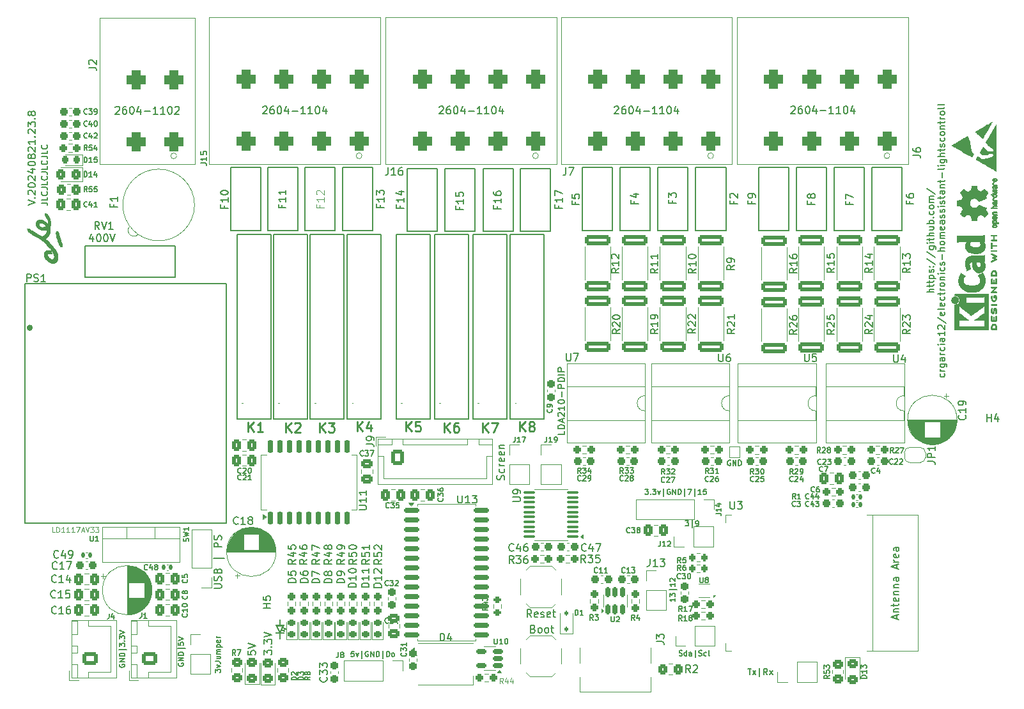
<source format=gbr>
%TF.GenerationSoftware,KiCad,Pcbnew,8.0.4*%
%TF.CreationDate,2024-08-24T15:41:41+02:00*%
%TF.ProjectId,hamodule,68616d6f-6475-46c6-952e-6b696361645f,20240821.23.8*%
%TF.SameCoordinates,Original*%
%TF.FileFunction,Legend,Top*%
%TF.FilePolarity,Positive*%
%FSLAX46Y46*%
G04 Gerber Fmt 4.6, Leading zero omitted, Abs format (unit mm)*
G04 Created by KiCad (PCBNEW 8.0.4) date 2024-08-24 15:41:41*
%MOMM*%
%LPD*%
G01*
G04 APERTURE LIST*
G04 Aperture macros list*
%AMRoundRect*
0 Rectangle with rounded corners*
0 $1 Rounding radius*
0 $2 $3 $4 $5 $6 $7 $8 $9 X,Y pos of 4 corners*
0 Add a 4 corners polygon primitive as box body*
4,1,4,$2,$3,$4,$5,$6,$7,$8,$9,$2,$3,0*
0 Add four circle primitives for the rounded corners*
1,1,$1+$1,$2,$3*
1,1,$1+$1,$4,$5*
1,1,$1+$1,$6,$7*
1,1,$1+$1,$8,$9*
0 Add four rect primitives between the rounded corners*
20,1,$1+$1,$2,$3,$4,$5,0*
20,1,$1+$1,$4,$5,$6,$7,0*
20,1,$1+$1,$6,$7,$8,$9,0*
20,1,$1+$1,$8,$9,$2,$3,0*%
%AMFreePoly0*
4,1,19,0.500000,-0.750000,0.000000,-0.750000,0.000000,-0.744911,-0.071157,-0.744911,-0.207708,-0.704816,-0.327430,-0.627875,-0.420627,-0.520320,-0.479746,-0.390866,-0.500000,-0.250000,-0.500000,0.250000,-0.479746,0.390866,-0.420627,0.520320,-0.327430,0.627875,-0.207708,0.704816,-0.071157,0.744911,0.000000,0.744911,0.000000,0.750000,0.500000,0.750000,0.500000,-0.750000,0.500000,-0.750000,
$1*%
%AMFreePoly1*
4,1,19,0.000000,0.744911,0.071157,0.744911,0.207708,0.704816,0.327430,0.627875,0.420627,0.520320,0.479746,0.390866,0.500000,0.250000,0.500000,-0.250000,0.479746,-0.390866,0.420627,-0.520320,0.327430,-0.627875,0.207708,-0.704816,0.071157,-0.744911,0.000000,-0.744911,0.000000,-0.750000,-0.500000,-0.750000,-0.500000,0.750000,0.000000,0.750000,0.000000,0.744911,0.000000,0.744911,
$1*%
G04 Aperture macros list end*
%ADD10C,0.150000*%
%ADD11C,0.200000*%
%ADD12C,0.125000*%
%ADD13C,0.254000*%
%ADD14C,0.120000*%
%ADD15C,0.010000*%
%ADD16C,0.127000*%
%ADD17C,0.400000*%
%ADD18C,0.100000*%
%ADD19R,1.700000X1.700000*%
%ADD20O,1.700000X1.700000*%
%ADD21RoundRect,0.249999X-1.425001X0.450001X-1.425001X-0.450001X1.425001X-0.450001X1.425001X0.450001X0*%
%ADD22C,1.800000*%
%ADD23RoundRect,0.250000X0.450000X-0.325000X0.450000X0.325000X-0.450000X0.325000X-0.450000X-0.325000X0*%
%ADD24RoundRect,0.250000X0.450000X-0.350000X0.450000X0.350000X-0.450000X0.350000X-0.450000X-0.350000X0*%
%ADD25RoundRect,0.250000X0.750000X-0.600000X0.750000X0.600000X-0.750000X0.600000X-0.750000X-0.600000X0*%
%ADD26O,2.000000X1.700000*%
%ADD27RoundRect,0.250000X0.337500X0.475000X-0.337500X0.475000X-0.337500X-0.475000X0.337500X-0.475000X0*%
%ADD28R,2.500000X2.500000*%
%ADD29C,2.500000*%
%ADD30R,1.905000X2.000000*%
%ADD31O,1.905000X2.000000*%
%ADD32RoundRect,0.625000X0.625000X0.625000X-0.625000X0.625000X-0.625000X-0.625000X0.625000X-0.625000X0*%
%ADD33C,2.000000*%
%ADD34R,1.600000X2.400000*%
%ADD35O,1.600000X2.400000*%
%ADD36RoundRect,0.237500X-0.250000X-0.237500X0.250000X-0.237500X0.250000X0.237500X-0.250000X0.237500X0*%
%ADD37RoundRect,0.237500X0.300000X0.237500X-0.300000X0.237500X-0.300000X-0.237500X0.300000X-0.237500X0*%
%ADD38R,1.800000X1.100000*%
%ADD39RoundRect,0.237500X-0.300000X-0.237500X0.300000X-0.237500X0.300000X0.237500X-0.300000X0.237500X0*%
%ADD40RoundRect,0.237500X-0.237500X0.300000X-0.237500X-0.300000X0.237500X-0.300000X0.237500X0.300000X0*%
%ADD41RoundRect,0.150000X0.150000X-0.725000X0.150000X0.725000X-0.150000X0.725000X-0.150000X-0.725000X0*%
%ADD42R,1.600000X1.600000*%
%ADD43C,1.600000*%
%ADD44RoundRect,0.237500X0.237500X-0.250000X0.237500X0.250000X-0.237500X0.250000X-0.237500X-0.250000X0*%
%ADD45RoundRect,0.218750X0.256250X-0.218750X0.256250X0.218750X-0.256250X0.218750X-0.256250X-0.218750X0*%
%ADD46R,2.000000X2.000000*%
%ADD47RoundRect,0.150000X0.512500X0.150000X-0.512500X0.150000X-0.512500X-0.150000X0.512500X-0.150000X0*%
%ADD48RoundRect,0.200000X0.200000X0.275000X-0.200000X0.275000X-0.200000X-0.275000X0.200000X-0.275000X0*%
%ADD49R,0.900000X1.500000*%
%ADD50R,1.500000X0.900000*%
%ADD51R,1.000000X1.000000*%
%ADD52RoundRect,0.237500X0.237500X-0.300000X0.237500X0.300000X-0.237500X0.300000X-0.237500X-0.300000X0*%
%ADD53RoundRect,0.200000X-0.275000X0.200000X-0.275000X-0.200000X0.275000X-0.200000X0.275000X0.200000X0*%
%ADD54RoundRect,0.250000X-0.450000X0.325000X-0.450000X-0.325000X0.450000X-0.325000X0.450000X0.325000X0*%
%ADD55RoundRect,0.250000X-0.337500X-0.475000X0.337500X-0.475000X0.337500X0.475000X-0.337500X0.475000X0*%
%ADD56RoundRect,0.112500X0.112500X-0.187500X0.112500X0.187500X-0.112500X0.187500X-0.112500X-0.187500X0*%
%ADD57RoundRect,0.250000X0.350000X0.450000X-0.350000X0.450000X-0.350000X-0.450000X0.350000X-0.450000X0*%
%ADD58RoundRect,0.140000X-0.140000X-0.170000X0.140000X-0.170000X0.140000X0.170000X-0.140000X0.170000X0*%
%ADD59C,0.650000*%
%ADD60R,0.600000X1.450000*%
%ADD61R,0.300000X1.450000*%
%ADD62O,1.000000X2.100000*%
%ADD63O,1.000000X1.600000*%
%ADD64RoundRect,0.250000X-0.600000X-0.725000X0.600000X-0.725000X0.600000X0.725000X-0.600000X0.725000X0*%
%ADD65O,1.700000X1.950000*%
%ADD66RoundRect,0.100000X0.637500X0.100000X-0.637500X0.100000X-0.637500X-0.100000X0.637500X-0.100000X0*%
%ADD67RoundRect,0.250000X0.325000X0.450000X-0.325000X0.450000X-0.325000X-0.450000X0.325000X-0.450000X0*%
%ADD68RoundRect,0.250000X-0.475000X0.337500X-0.475000X-0.337500X0.475000X-0.337500X0.475000X0.337500X0*%
%ADD69C,5.500000*%
%ADD70RoundRect,0.140000X0.140000X0.170000X-0.140000X0.170000X-0.140000X-0.170000X0.140000X-0.170000X0*%
%ADD71RoundRect,0.250000X-0.350000X-0.450000X0.350000X-0.450000X0.350000X0.450000X-0.350000X0.450000X0*%
%ADD72R,0.500000X0.300000*%
%ADD73RoundRect,0.150000X-0.875000X-0.150000X0.875000X-0.150000X0.875000X0.150000X-0.875000X0.150000X0*%
%ADD74RoundRect,0.150000X0.150000X-0.512500X0.150000X0.512500X-0.150000X0.512500X-0.150000X-0.512500X0*%
%ADD75RoundRect,0.237500X0.250000X0.237500X-0.250000X0.237500X-0.250000X-0.237500X0.250000X-0.237500X0*%
%ADD76FreePoly0,0.000000*%
%ADD77FreePoly1,0.000000*%
%ADD78RoundRect,0.218750X0.218750X0.256250X-0.218750X0.256250X-0.218750X-0.256250X0.218750X-0.256250X0*%
G04 APERTURE END LIST*
D10*
X826419Y63665887D02*
X1826419Y63999220D01*
X1826419Y63999220D02*
X826419Y64332553D01*
X1731180Y64665887D02*
X1778800Y64713506D01*
X1778800Y64713506D02*
X1826419Y64665887D01*
X1826419Y64665887D02*
X1778800Y64618268D01*
X1778800Y64618268D02*
X1731180Y64665887D01*
X1731180Y64665887D02*
X1826419Y64665887D01*
X921657Y65094458D02*
X874038Y65142077D01*
X874038Y65142077D02*
X826419Y65237315D01*
X826419Y65237315D02*
X826419Y65475410D01*
X826419Y65475410D02*
X874038Y65570648D01*
X874038Y65570648D02*
X921657Y65618267D01*
X921657Y65618267D02*
X1016895Y65665886D01*
X1016895Y65665886D02*
X1112133Y65665886D01*
X1112133Y65665886D02*
X1254990Y65618267D01*
X1254990Y65618267D02*
X1826419Y65046839D01*
X1826419Y65046839D02*
X1826419Y65665886D01*
X826419Y66284934D02*
X826419Y66380172D01*
X826419Y66380172D02*
X874038Y66475410D01*
X874038Y66475410D02*
X921657Y66523029D01*
X921657Y66523029D02*
X1016895Y66570648D01*
X1016895Y66570648D02*
X1207371Y66618267D01*
X1207371Y66618267D02*
X1445466Y66618267D01*
X1445466Y66618267D02*
X1635942Y66570648D01*
X1635942Y66570648D02*
X1731180Y66523029D01*
X1731180Y66523029D02*
X1778800Y66475410D01*
X1778800Y66475410D02*
X1826419Y66380172D01*
X1826419Y66380172D02*
X1826419Y66284934D01*
X1826419Y66284934D02*
X1778800Y66189696D01*
X1778800Y66189696D02*
X1731180Y66142077D01*
X1731180Y66142077D02*
X1635942Y66094458D01*
X1635942Y66094458D02*
X1445466Y66046839D01*
X1445466Y66046839D02*
X1207371Y66046839D01*
X1207371Y66046839D02*
X1016895Y66094458D01*
X1016895Y66094458D02*
X921657Y66142077D01*
X921657Y66142077D02*
X874038Y66189696D01*
X874038Y66189696D02*
X826419Y66284934D01*
X921657Y66999220D02*
X874038Y67046839D01*
X874038Y67046839D02*
X826419Y67142077D01*
X826419Y67142077D02*
X826419Y67380172D01*
X826419Y67380172D02*
X874038Y67475410D01*
X874038Y67475410D02*
X921657Y67523029D01*
X921657Y67523029D02*
X1016895Y67570648D01*
X1016895Y67570648D02*
X1112133Y67570648D01*
X1112133Y67570648D02*
X1254990Y67523029D01*
X1254990Y67523029D02*
X1826419Y66951601D01*
X1826419Y66951601D02*
X1826419Y67570648D01*
X1159752Y68427791D02*
X1826419Y68427791D01*
X778800Y68189696D02*
X1493085Y67951601D01*
X1493085Y67951601D02*
X1493085Y68570648D01*
X826419Y69142077D02*
X826419Y69237315D01*
X826419Y69237315D02*
X874038Y69332553D01*
X874038Y69332553D02*
X921657Y69380172D01*
X921657Y69380172D02*
X1016895Y69427791D01*
X1016895Y69427791D02*
X1207371Y69475410D01*
X1207371Y69475410D02*
X1445466Y69475410D01*
X1445466Y69475410D02*
X1635942Y69427791D01*
X1635942Y69427791D02*
X1731180Y69380172D01*
X1731180Y69380172D02*
X1778800Y69332553D01*
X1778800Y69332553D02*
X1826419Y69237315D01*
X1826419Y69237315D02*
X1826419Y69142077D01*
X1826419Y69142077D02*
X1778800Y69046839D01*
X1778800Y69046839D02*
X1731180Y68999220D01*
X1731180Y68999220D02*
X1635942Y68951601D01*
X1635942Y68951601D02*
X1445466Y68903982D01*
X1445466Y68903982D02*
X1207371Y68903982D01*
X1207371Y68903982D02*
X1016895Y68951601D01*
X1016895Y68951601D02*
X921657Y68999220D01*
X921657Y68999220D02*
X874038Y69046839D01*
X874038Y69046839D02*
X826419Y69142077D01*
X1254990Y70046839D02*
X1207371Y69951601D01*
X1207371Y69951601D02*
X1159752Y69903982D01*
X1159752Y69903982D02*
X1064514Y69856363D01*
X1064514Y69856363D02*
X1016895Y69856363D01*
X1016895Y69856363D02*
X921657Y69903982D01*
X921657Y69903982D02*
X874038Y69951601D01*
X874038Y69951601D02*
X826419Y70046839D01*
X826419Y70046839D02*
X826419Y70237315D01*
X826419Y70237315D02*
X874038Y70332553D01*
X874038Y70332553D02*
X921657Y70380172D01*
X921657Y70380172D02*
X1016895Y70427791D01*
X1016895Y70427791D02*
X1064514Y70427791D01*
X1064514Y70427791D02*
X1159752Y70380172D01*
X1159752Y70380172D02*
X1207371Y70332553D01*
X1207371Y70332553D02*
X1254990Y70237315D01*
X1254990Y70237315D02*
X1254990Y70046839D01*
X1254990Y70046839D02*
X1302609Y69951601D01*
X1302609Y69951601D02*
X1350228Y69903982D01*
X1350228Y69903982D02*
X1445466Y69856363D01*
X1445466Y69856363D02*
X1635942Y69856363D01*
X1635942Y69856363D02*
X1731180Y69903982D01*
X1731180Y69903982D02*
X1778800Y69951601D01*
X1778800Y69951601D02*
X1826419Y70046839D01*
X1826419Y70046839D02*
X1826419Y70237315D01*
X1826419Y70237315D02*
X1778800Y70332553D01*
X1778800Y70332553D02*
X1731180Y70380172D01*
X1731180Y70380172D02*
X1635942Y70427791D01*
X1635942Y70427791D02*
X1445466Y70427791D01*
X1445466Y70427791D02*
X1350228Y70380172D01*
X1350228Y70380172D02*
X1302609Y70332553D01*
X1302609Y70332553D02*
X1254990Y70237315D01*
X921657Y70808744D02*
X874038Y70856363D01*
X874038Y70856363D02*
X826419Y70951601D01*
X826419Y70951601D02*
X826419Y71189696D01*
X826419Y71189696D02*
X874038Y71284934D01*
X874038Y71284934D02*
X921657Y71332553D01*
X921657Y71332553D02*
X1016895Y71380172D01*
X1016895Y71380172D02*
X1112133Y71380172D01*
X1112133Y71380172D02*
X1254990Y71332553D01*
X1254990Y71332553D02*
X1826419Y70761125D01*
X1826419Y70761125D02*
X1826419Y71380172D01*
X1826419Y72332553D02*
X1826419Y71761125D01*
X1826419Y72046839D02*
X826419Y72046839D01*
X826419Y72046839D02*
X969276Y71951601D01*
X969276Y71951601D02*
X1064514Y71856363D01*
X1064514Y71856363D02*
X1112133Y71761125D01*
X1731180Y72761125D02*
X1778800Y72808744D01*
X1778800Y72808744D02*
X1826419Y72761125D01*
X1826419Y72761125D02*
X1778800Y72713506D01*
X1778800Y72713506D02*
X1731180Y72761125D01*
X1731180Y72761125D02*
X1826419Y72761125D01*
X921657Y73189696D02*
X874038Y73237315D01*
X874038Y73237315D02*
X826419Y73332553D01*
X826419Y73332553D02*
X826419Y73570648D01*
X826419Y73570648D02*
X874038Y73665886D01*
X874038Y73665886D02*
X921657Y73713505D01*
X921657Y73713505D02*
X1016895Y73761124D01*
X1016895Y73761124D02*
X1112133Y73761124D01*
X1112133Y73761124D02*
X1254990Y73713505D01*
X1254990Y73713505D02*
X1826419Y73142077D01*
X1826419Y73142077D02*
X1826419Y73761124D01*
X826419Y74094458D02*
X826419Y74713505D01*
X826419Y74713505D02*
X1207371Y74380172D01*
X1207371Y74380172D02*
X1207371Y74523029D01*
X1207371Y74523029D02*
X1254990Y74618267D01*
X1254990Y74618267D02*
X1302609Y74665886D01*
X1302609Y74665886D02*
X1397847Y74713505D01*
X1397847Y74713505D02*
X1635942Y74713505D01*
X1635942Y74713505D02*
X1731180Y74665886D01*
X1731180Y74665886D02*
X1778800Y74618267D01*
X1778800Y74618267D02*
X1826419Y74523029D01*
X1826419Y74523029D02*
X1826419Y74237315D01*
X1826419Y74237315D02*
X1778800Y74142077D01*
X1778800Y74142077D02*
X1731180Y74094458D01*
X1731180Y75142077D02*
X1778800Y75189696D01*
X1778800Y75189696D02*
X1826419Y75142077D01*
X1826419Y75142077D02*
X1778800Y75094458D01*
X1778800Y75094458D02*
X1731180Y75142077D01*
X1731180Y75142077D02*
X1826419Y75142077D01*
X1254990Y75761124D02*
X1207371Y75665886D01*
X1207371Y75665886D02*
X1159752Y75618267D01*
X1159752Y75618267D02*
X1064514Y75570648D01*
X1064514Y75570648D02*
X1016895Y75570648D01*
X1016895Y75570648D02*
X921657Y75618267D01*
X921657Y75618267D02*
X874038Y75665886D01*
X874038Y75665886D02*
X826419Y75761124D01*
X826419Y75761124D02*
X826419Y75951600D01*
X826419Y75951600D02*
X874038Y76046838D01*
X874038Y76046838D02*
X921657Y76094457D01*
X921657Y76094457D02*
X1016895Y76142076D01*
X1016895Y76142076D02*
X1064514Y76142076D01*
X1064514Y76142076D02*
X1159752Y76094457D01*
X1159752Y76094457D02*
X1207371Y76046838D01*
X1207371Y76046838D02*
X1254990Y75951600D01*
X1254990Y75951600D02*
X1254990Y75761124D01*
X1254990Y75761124D02*
X1302609Y75665886D01*
X1302609Y75665886D02*
X1350228Y75618267D01*
X1350228Y75618267D02*
X1445466Y75570648D01*
X1445466Y75570648D02*
X1635942Y75570648D01*
X1635942Y75570648D02*
X1731180Y75618267D01*
X1731180Y75618267D02*
X1778800Y75665886D01*
X1778800Y75665886D02*
X1826419Y75761124D01*
X1826419Y75761124D02*
X1826419Y75951600D01*
X1826419Y75951600D02*
X1778800Y76046838D01*
X1778800Y76046838D02*
X1731180Y76094457D01*
X1731180Y76094457D02*
X1635942Y76142076D01*
X1635942Y76142076D02*
X1445466Y76142076D01*
X1445466Y76142076D02*
X1350228Y76094457D01*
X1350228Y76094457D02*
X1302609Y76046838D01*
X1302609Y76046838D02*
X1254990Y75951600D01*
D11*
X2607695Y63970362D02*
X3179123Y63970362D01*
X3179123Y63970362D02*
X3293409Y63932267D01*
X3293409Y63932267D02*
X3369600Y63856076D01*
X3369600Y63856076D02*
X3407695Y63741791D01*
X3407695Y63741791D02*
X3407695Y63665600D01*
X3407695Y64732267D02*
X3407695Y64351315D01*
X3407695Y64351315D02*
X2607695Y64351315D01*
X3331504Y65456077D02*
X3369600Y65417981D01*
X3369600Y65417981D02*
X3407695Y65303696D01*
X3407695Y65303696D02*
X3407695Y65227505D01*
X3407695Y65227505D02*
X3369600Y65113219D01*
X3369600Y65113219D02*
X3293409Y65037029D01*
X3293409Y65037029D02*
X3217219Y64998934D01*
X3217219Y64998934D02*
X3064838Y64960838D01*
X3064838Y64960838D02*
X2950552Y64960838D01*
X2950552Y64960838D02*
X2798171Y64998934D01*
X2798171Y64998934D02*
X2721980Y65037029D01*
X2721980Y65037029D02*
X2645790Y65113219D01*
X2645790Y65113219D02*
X2607695Y65227505D01*
X2607695Y65227505D02*
X2607695Y65303696D01*
X2607695Y65303696D02*
X2645790Y65417981D01*
X2645790Y65417981D02*
X2683885Y65456077D01*
X2607695Y66027505D02*
X3179123Y66027505D01*
X3179123Y66027505D02*
X3293409Y65989410D01*
X3293409Y65989410D02*
X3369600Y65913219D01*
X3369600Y65913219D02*
X3407695Y65798934D01*
X3407695Y65798934D02*
X3407695Y65722743D01*
X3407695Y66789410D02*
X3407695Y66408458D01*
X3407695Y66408458D02*
X2607695Y66408458D01*
X3331504Y67513220D02*
X3369600Y67475124D01*
X3369600Y67475124D02*
X3407695Y67360839D01*
X3407695Y67360839D02*
X3407695Y67284648D01*
X3407695Y67284648D02*
X3369600Y67170362D01*
X3369600Y67170362D02*
X3293409Y67094172D01*
X3293409Y67094172D02*
X3217219Y67056077D01*
X3217219Y67056077D02*
X3064838Y67017981D01*
X3064838Y67017981D02*
X2950552Y67017981D01*
X2950552Y67017981D02*
X2798171Y67056077D01*
X2798171Y67056077D02*
X2721980Y67094172D01*
X2721980Y67094172D02*
X2645790Y67170362D01*
X2645790Y67170362D02*
X2607695Y67284648D01*
X2607695Y67284648D02*
X2607695Y67360839D01*
X2607695Y67360839D02*
X2645790Y67475124D01*
X2645790Y67475124D02*
X2683885Y67513220D01*
X2607695Y68084648D02*
X3179123Y68084648D01*
X3179123Y68084648D02*
X3293409Y68046553D01*
X3293409Y68046553D02*
X3369600Y67970362D01*
X3369600Y67970362D02*
X3407695Y67856077D01*
X3407695Y67856077D02*
X3407695Y67779886D01*
X3407695Y68846553D02*
X3407695Y68465601D01*
X3407695Y68465601D02*
X2607695Y68465601D01*
X3331504Y69570363D02*
X3369600Y69532267D01*
X3369600Y69532267D02*
X3407695Y69417982D01*
X3407695Y69417982D02*
X3407695Y69341791D01*
X3407695Y69341791D02*
X3369600Y69227505D01*
X3369600Y69227505D02*
X3293409Y69151315D01*
X3293409Y69151315D02*
X3217219Y69113220D01*
X3217219Y69113220D02*
X3064838Y69075124D01*
X3064838Y69075124D02*
X2950552Y69075124D01*
X2950552Y69075124D02*
X2798171Y69113220D01*
X2798171Y69113220D02*
X2721980Y69151315D01*
X2721980Y69151315D02*
X2645790Y69227505D01*
X2645790Y69227505D02*
X2607695Y69341791D01*
X2607695Y69341791D02*
X2607695Y69417982D01*
X2607695Y69417982D02*
X2645790Y69532267D01*
X2645790Y69532267D02*
X2683885Y69570363D01*
X2607695Y70141791D02*
X3179123Y70141791D01*
X3179123Y70141791D02*
X3293409Y70103696D01*
X3293409Y70103696D02*
X3369600Y70027505D01*
X3369600Y70027505D02*
X3407695Y69913220D01*
X3407695Y69913220D02*
X3407695Y69837029D01*
X3407695Y70903696D02*
X3407695Y70522744D01*
X3407695Y70522744D02*
X2607695Y70522744D01*
X3331504Y71627506D02*
X3369600Y71589410D01*
X3369600Y71589410D02*
X3407695Y71475125D01*
X3407695Y71475125D02*
X3407695Y71398934D01*
X3407695Y71398934D02*
X3369600Y71284648D01*
X3369600Y71284648D02*
X3293409Y71208458D01*
X3293409Y71208458D02*
X3217219Y71170363D01*
X3217219Y71170363D02*
X3064838Y71132267D01*
X3064838Y71132267D02*
X2950552Y71132267D01*
X2950552Y71132267D02*
X2798171Y71170363D01*
X2798171Y71170363D02*
X2721980Y71208458D01*
X2721980Y71208458D02*
X2645790Y71284648D01*
X2645790Y71284648D02*
X2607695Y71398934D01*
X2607695Y71398934D02*
X2607695Y71475125D01*
X2607695Y71475125D02*
X2645790Y71589410D01*
X2645790Y71589410D02*
X2683885Y71627506D01*
D10*
X120808082Y52154114D02*
X119908082Y52154114D01*
X120808082Y52539828D02*
X120336653Y52539828D01*
X120336653Y52539828D02*
X120250939Y52496971D01*
X120250939Y52496971D02*
X120208082Y52411257D01*
X120208082Y52411257D02*
X120208082Y52282686D01*
X120208082Y52282686D02*
X120250939Y52196971D01*
X120250939Y52196971D02*
X120293796Y52154114D01*
X120208082Y52839829D02*
X120208082Y53182686D01*
X119908082Y52968400D02*
X120679510Y52968400D01*
X120679510Y52968400D02*
X120765225Y53011257D01*
X120765225Y53011257D02*
X120808082Y53096972D01*
X120808082Y53096972D02*
X120808082Y53182686D01*
X120208082Y53354115D02*
X120208082Y53696972D01*
X119908082Y53482686D02*
X120679510Y53482686D01*
X120679510Y53482686D02*
X120765225Y53525543D01*
X120765225Y53525543D02*
X120808082Y53611258D01*
X120808082Y53611258D02*
X120808082Y53696972D01*
X120208082Y53996972D02*
X121108082Y53996972D01*
X120250939Y53996972D02*
X120208082Y54082686D01*
X120208082Y54082686D02*
X120208082Y54254115D01*
X120208082Y54254115D02*
X120250939Y54339829D01*
X120250939Y54339829D02*
X120293796Y54382686D01*
X120293796Y54382686D02*
X120379510Y54425544D01*
X120379510Y54425544D02*
X120636653Y54425544D01*
X120636653Y54425544D02*
X120722367Y54382686D01*
X120722367Y54382686D02*
X120765225Y54339829D01*
X120765225Y54339829D02*
X120808082Y54254115D01*
X120808082Y54254115D02*
X120808082Y54082686D01*
X120808082Y54082686D02*
X120765225Y53996972D01*
X120765225Y54768401D02*
X120808082Y54854115D01*
X120808082Y54854115D02*
X120808082Y55025544D01*
X120808082Y55025544D02*
X120765225Y55111258D01*
X120765225Y55111258D02*
X120679510Y55154115D01*
X120679510Y55154115D02*
X120636653Y55154115D01*
X120636653Y55154115D02*
X120550939Y55111258D01*
X120550939Y55111258D02*
X120508082Y55025544D01*
X120508082Y55025544D02*
X120508082Y54896972D01*
X120508082Y54896972D02*
X120465225Y54811258D01*
X120465225Y54811258D02*
X120379510Y54768401D01*
X120379510Y54768401D02*
X120336653Y54768401D01*
X120336653Y54768401D02*
X120250939Y54811258D01*
X120250939Y54811258D02*
X120208082Y54896972D01*
X120208082Y54896972D02*
X120208082Y55025544D01*
X120208082Y55025544D02*
X120250939Y55111258D01*
X120722367Y55539829D02*
X120765225Y55582686D01*
X120765225Y55582686D02*
X120808082Y55539829D01*
X120808082Y55539829D02*
X120765225Y55496972D01*
X120765225Y55496972D02*
X120722367Y55539829D01*
X120722367Y55539829D02*
X120808082Y55539829D01*
X120250939Y55539829D02*
X120293796Y55582686D01*
X120293796Y55582686D02*
X120336653Y55539829D01*
X120336653Y55539829D02*
X120293796Y55496972D01*
X120293796Y55496972D02*
X120250939Y55539829D01*
X120250939Y55539829D02*
X120336653Y55539829D01*
X119865225Y56611257D02*
X121022367Y55839829D01*
X119865225Y57554114D02*
X121022367Y56782686D01*
X120208082Y58239828D02*
X120936653Y58239828D01*
X120936653Y58239828D02*
X121022367Y58196971D01*
X121022367Y58196971D02*
X121065225Y58154114D01*
X121065225Y58154114D02*
X121108082Y58068400D01*
X121108082Y58068400D02*
X121108082Y57939828D01*
X121108082Y57939828D02*
X121065225Y57854114D01*
X120765225Y58239828D02*
X120808082Y58154114D01*
X120808082Y58154114D02*
X120808082Y57982686D01*
X120808082Y57982686D02*
X120765225Y57896971D01*
X120765225Y57896971D02*
X120722367Y57854114D01*
X120722367Y57854114D02*
X120636653Y57811257D01*
X120636653Y57811257D02*
X120379510Y57811257D01*
X120379510Y57811257D02*
X120293796Y57854114D01*
X120293796Y57854114D02*
X120250939Y57896971D01*
X120250939Y57896971D02*
X120208082Y57982686D01*
X120208082Y57982686D02*
X120208082Y58154114D01*
X120208082Y58154114D02*
X120250939Y58239828D01*
X120808082Y58668400D02*
X120208082Y58668400D01*
X119908082Y58668400D02*
X119950939Y58625543D01*
X119950939Y58625543D02*
X119993796Y58668400D01*
X119993796Y58668400D02*
X119950939Y58711257D01*
X119950939Y58711257D02*
X119908082Y58668400D01*
X119908082Y58668400D02*
X119993796Y58668400D01*
X120208082Y58968400D02*
X120208082Y59311257D01*
X119908082Y59096971D02*
X120679510Y59096971D01*
X120679510Y59096971D02*
X120765225Y59139828D01*
X120765225Y59139828D02*
X120808082Y59225543D01*
X120808082Y59225543D02*
X120808082Y59311257D01*
X120808082Y59611257D02*
X119908082Y59611257D01*
X120808082Y59996971D02*
X120336653Y59996971D01*
X120336653Y59996971D02*
X120250939Y59954114D01*
X120250939Y59954114D02*
X120208082Y59868400D01*
X120208082Y59868400D02*
X120208082Y59739829D01*
X120208082Y59739829D02*
X120250939Y59654114D01*
X120250939Y59654114D02*
X120293796Y59611257D01*
X120208082Y60811257D02*
X120808082Y60811257D01*
X120208082Y60425543D02*
X120679510Y60425543D01*
X120679510Y60425543D02*
X120765225Y60468400D01*
X120765225Y60468400D02*
X120808082Y60554115D01*
X120808082Y60554115D02*
X120808082Y60682686D01*
X120808082Y60682686D02*
X120765225Y60768400D01*
X120765225Y60768400D02*
X120722367Y60811257D01*
X120808082Y61239829D02*
X119908082Y61239829D01*
X120250939Y61239829D02*
X120208082Y61325543D01*
X120208082Y61325543D02*
X120208082Y61496972D01*
X120208082Y61496972D02*
X120250939Y61582686D01*
X120250939Y61582686D02*
X120293796Y61625543D01*
X120293796Y61625543D02*
X120379510Y61668401D01*
X120379510Y61668401D02*
X120636653Y61668401D01*
X120636653Y61668401D02*
X120722367Y61625543D01*
X120722367Y61625543D02*
X120765225Y61582686D01*
X120765225Y61582686D02*
X120808082Y61496972D01*
X120808082Y61496972D02*
X120808082Y61325543D01*
X120808082Y61325543D02*
X120765225Y61239829D01*
X120722367Y62054115D02*
X120765225Y62096972D01*
X120765225Y62096972D02*
X120808082Y62054115D01*
X120808082Y62054115D02*
X120765225Y62011258D01*
X120765225Y62011258D02*
X120722367Y62054115D01*
X120722367Y62054115D02*
X120808082Y62054115D01*
X120765225Y62868400D02*
X120808082Y62782686D01*
X120808082Y62782686D02*
X120808082Y62611258D01*
X120808082Y62611258D02*
X120765225Y62525543D01*
X120765225Y62525543D02*
X120722367Y62482686D01*
X120722367Y62482686D02*
X120636653Y62439829D01*
X120636653Y62439829D02*
X120379510Y62439829D01*
X120379510Y62439829D02*
X120293796Y62482686D01*
X120293796Y62482686D02*
X120250939Y62525543D01*
X120250939Y62525543D02*
X120208082Y62611258D01*
X120208082Y62611258D02*
X120208082Y62782686D01*
X120208082Y62782686D02*
X120250939Y62868400D01*
X120808082Y63382687D02*
X120765225Y63296972D01*
X120765225Y63296972D02*
X120722367Y63254115D01*
X120722367Y63254115D02*
X120636653Y63211258D01*
X120636653Y63211258D02*
X120379510Y63211258D01*
X120379510Y63211258D02*
X120293796Y63254115D01*
X120293796Y63254115D02*
X120250939Y63296972D01*
X120250939Y63296972D02*
X120208082Y63382687D01*
X120208082Y63382687D02*
X120208082Y63511258D01*
X120208082Y63511258D02*
X120250939Y63596972D01*
X120250939Y63596972D02*
X120293796Y63639829D01*
X120293796Y63639829D02*
X120379510Y63682687D01*
X120379510Y63682687D02*
X120636653Y63682687D01*
X120636653Y63682687D02*
X120722367Y63639829D01*
X120722367Y63639829D02*
X120765225Y63596972D01*
X120765225Y63596972D02*
X120808082Y63511258D01*
X120808082Y63511258D02*
X120808082Y63382687D01*
X120808082Y64068401D02*
X120208082Y64068401D01*
X120293796Y64068401D02*
X120250939Y64111258D01*
X120250939Y64111258D02*
X120208082Y64196973D01*
X120208082Y64196973D02*
X120208082Y64325544D01*
X120208082Y64325544D02*
X120250939Y64411258D01*
X120250939Y64411258D02*
X120336653Y64454115D01*
X120336653Y64454115D02*
X120808082Y64454115D01*
X120336653Y64454115D02*
X120250939Y64496973D01*
X120250939Y64496973D02*
X120208082Y64582687D01*
X120208082Y64582687D02*
X120208082Y64711258D01*
X120208082Y64711258D02*
X120250939Y64796973D01*
X120250939Y64796973D02*
X120336653Y64839830D01*
X120336653Y64839830D02*
X120808082Y64839830D01*
X119865225Y65911258D02*
X121022367Y65139830D01*
X122214175Y41311253D02*
X122257032Y41225539D01*
X122257032Y41225539D02*
X122257032Y41054111D01*
X122257032Y41054111D02*
X122214175Y40968396D01*
X122214175Y40968396D02*
X122171317Y40925539D01*
X122171317Y40925539D02*
X122085603Y40882682D01*
X122085603Y40882682D02*
X121828460Y40882682D01*
X121828460Y40882682D02*
X121742746Y40925539D01*
X121742746Y40925539D02*
X121699889Y40968396D01*
X121699889Y40968396D02*
X121657032Y41054111D01*
X121657032Y41054111D02*
X121657032Y41225539D01*
X121657032Y41225539D02*
X121699889Y41311253D01*
X122257032Y41696968D02*
X121657032Y41696968D01*
X121828460Y41696968D02*
X121742746Y41739825D01*
X121742746Y41739825D02*
X121699889Y41782682D01*
X121699889Y41782682D02*
X121657032Y41868397D01*
X121657032Y41868397D02*
X121657032Y41954111D01*
X121657032Y42639825D02*
X122385603Y42639825D01*
X122385603Y42639825D02*
X122471317Y42596968D01*
X122471317Y42596968D02*
X122514175Y42554111D01*
X122514175Y42554111D02*
X122557032Y42468397D01*
X122557032Y42468397D02*
X122557032Y42339825D01*
X122557032Y42339825D02*
X122514175Y42254111D01*
X122214175Y42639825D02*
X122257032Y42554111D01*
X122257032Y42554111D02*
X122257032Y42382683D01*
X122257032Y42382683D02*
X122214175Y42296968D01*
X122214175Y42296968D02*
X122171317Y42254111D01*
X122171317Y42254111D02*
X122085603Y42211254D01*
X122085603Y42211254D02*
X121828460Y42211254D01*
X121828460Y42211254D02*
X121742746Y42254111D01*
X121742746Y42254111D02*
X121699889Y42296968D01*
X121699889Y42296968D02*
X121657032Y42382683D01*
X121657032Y42382683D02*
X121657032Y42554111D01*
X121657032Y42554111D02*
X121699889Y42639825D01*
X122257032Y43454111D02*
X121785603Y43454111D01*
X121785603Y43454111D02*
X121699889Y43411254D01*
X121699889Y43411254D02*
X121657032Y43325540D01*
X121657032Y43325540D02*
X121657032Y43154111D01*
X121657032Y43154111D02*
X121699889Y43068397D01*
X122214175Y43454111D02*
X122257032Y43368397D01*
X122257032Y43368397D02*
X122257032Y43154111D01*
X122257032Y43154111D02*
X122214175Y43068397D01*
X122214175Y43068397D02*
X122128460Y43025540D01*
X122128460Y43025540D02*
X122042746Y43025540D01*
X122042746Y43025540D02*
X121957032Y43068397D01*
X121957032Y43068397D02*
X121914175Y43154111D01*
X121914175Y43154111D02*
X121914175Y43368397D01*
X121914175Y43368397D02*
X121871317Y43454111D01*
X122257032Y43882683D02*
X121657032Y43882683D01*
X121828460Y43882683D02*
X121742746Y43925540D01*
X121742746Y43925540D02*
X121699889Y43968397D01*
X121699889Y43968397D02*
X121657032Y44054112D01*
X121657032Y44054112D02*
X121657032Y44139826D01*
X122214175Y44825540D02*
X122257032Y44739826D01*
X122257032Y44739826D02*
X122257032Y44568398D01*
X122257032Y44568398D02*
X122214175Y44482683D01*
X122214175Y44482683D02*
X122171317Y44439826D01*
X122171317Y44439826D02*
X122085603Y44396969D01*
X122085603Y44396969D02*
X121828460Y44396969D01*
X121828460Y44396969D02*
X121742746Y44439826D01*
X121742746Y44439826D02*
X121699889Y44482683D01*
X121699889Y44482683D02*
X121657032Y44568398D01*
X121657032Y44568398D02*
X121657032Y44739826D01*
X121657032Y44739826D02*
X121699889Y44825540D01*
X122257032Y45211255D02*
X121657032Y45211255D01*
X121357032Y45211255D02*
X121399889Y45168398D01*
X121399889Y45168398D02*
X121442746Y45211255D01*
X121442746Y45211255D02*
X121399889Y45254112D01*
X121399889Y45254112D02*
X121357032Y45211255D01*
X121357032Y45211255D02*
X121442746Y45211255D01*
X122257032Y46025540D02*
X121785603Y46025540D01*
X121785603Y46025540D02*
X121699889Y45982683D01*
X121699889Y45982683D02*
X121657032Y45896969D01*
X121657032Y45896969D02*
X121657032Y45725540D01*
X121657032Y45725540D02*
X121699889Y45639826D01*
X122214175Y46025540D02*
X122257032Y45939826D01*
X122257032Y45939826D02*
X122257032Y45725540D01*
X122257032Y45725540D02*
X122214175Y45639826D01*
X122214175Y45639826D02*
X122128460Y45596969D01*
X122128460Y45596969D02*
X122042746Y45596969D01*
X122042746Y45596969D02*
X121957032Y45639826D01*
X121957032Y45639826D02*
X121914175Y45725540D01*
X121914175Y45725540D02*
X121914175Y45939826D01*
X121914175Y45939826D02*
X121871317Y46025540D01*
X122257032Y46925541D02*
X122257032Y46411255D01*
X122257032Y46668398D02*
X121357032Y46668398D01*
X121357032Y46668398D02*
X121485603Y46582684D01*
X121485603Y46582684D02*
X121571317Y46496969D01*
X121571317Y46496969D02*
X121614175Y46411255D01*
X121442746Y47268398D02*
X121399889Y47311255D01*
X121399889Y47311255D02*
X121357032Y47396969D01*
X121357032Y47396969D02*
X121357032Y47611255D01*
X121357032Y47611255D02*
X121399889Y47696969D01*
X121399889Y47696969D02*
X121442746Y47739827D01*
X121442746Y47739827D02*
X121528460Y47782684D01*
X121528460Y47782684D02*
X121614175Y47782684D01*
X121614175Y47782684D02*
X121742746Y47739827D01*
X121742746Y47739827D02*
X122257032Y47225541D01*
X122257032Y47225541D02*
X122257032Y47782684D01*
X121314175Y48811255D02*
X122471317Y48039827D01*
X122214175Y49454112D02*
X122257032Y49368398D01*
X122257032Y49368398D02*
X122257032Y49196969D01*
X122257032Y49196969D02*
X122214175Y49111255D01*
X122214175Y49111255D02*
X122128460Y49068398D01*
X122128460Y49068398D02*
X121785603Y49068398D01*
X121785603Y49068398D02*
X121699889Y49111255D01*
X121699889Y49111255D02*
X121657032Y49196969D01*
X121657032Y49196969D02*
X121657032Y49368398D01*
X121657032Y49368398D02*
X121699889Y49454112D01*
X121699889Y49454112D02*
X121785603Y49496969D01*
X121785603Y49496969D02*
X121871317Y49496969D01*
X121871317Y49496969D02*
X121957032Y49068398D01*
X122257032Y50011256D02*
X122214175Y49925541D01*
X122214175Y49925541D02*
X122128460Y49882684D01*
X122128460Y49882684D02*
X121357032Y49882684D01*
X122214175Y50696970D02*
X122257032Y50611256D01*
X122257032Y50611256D02*
X122257032Y50439827D01*
X122257032Y50439827D02*
X122214175Y50354113D01*
X122214175Y50354113D02*
X122128460Y50311256D01*
X122128460Y50311256D02*
X121785603Y50311256D01*
X121785603Y50311256D02*
X121699889Y50354113D01*
X121699889Y50354113D02*
X121657032Y50439827D01*
X121657032Y50439827D02*
X121657032Y50611256D01*
X121657032Y50611256D02*
X121699889Y50696970D01*
X121699889Y50696970D02*
X121785603Y50739827D01*
X121785603Y50739827D02*
X121871317Y50739827D01*
X121871317Y50739827D02*
X121957032Y50311256D01*
X122214175Y51511256D02*
X122257032Y51425542D01*
X122257032Y51425542D02*
X122257032Y51254114D01*
X122257032Y51254114D02*
X122214175Y51168399D01*
X122214175Y51168399D02*
X122171317Y51125542D01*
X122171317Y51125542D02*
X122085603Y51082685D01*
X122085603Y51082685D02*
X121828460Y51082685D01*
X121828460Y51082685D02*
X121742746Y51125542D01*
X121742746Y51125542D02*
X121699889Y51168399D01*
X121699889Y51168399D02*
X121657032Y51254114D01*
X121657032Y51254114D02*
X121657032Y51425542D01*
X121657032Y51425542D02*
X121699889Y51511256D01*
X121657032Y51768400D02*
X121657032Y52111257D01*
X121357032Y51896971D02*
X122128460Y51896971D01*
X122128460Y51896971D02*
X122214175Y51939828D01*
X122214175Y51939828D02*
X122257032Y52025543D01*
X122257032Y52025543D02*
X122257032Y52111257D01*
X122257032Y52411257D02*
X121657032Y52411257D01*
X121828460Y52411257D02*
X121742746Y52454114D01*
X121742746Y52454114D02*
X121699889Y52496971D01*
X121699889Y52496971D02*
X121657032Y52582686D01*
X121657032Y52582686D02*
X121657032Y52668400D01*
X122257032Y53096972D02*
X122214175Y53011257D01*
X122214175Y53011257D02*
X122171317Y52968400D01*
X122171317Y52968400D02*
X122085603Y52925543D01*
X122085603Y52925543D02*
X121828460Y52925543D01*
X121828460Y52925543D02*
X121742746Y52968400D01*
X121742746Y52968400D02*
X121699889Y53011257D01*
X121699889Y53011257D02*
X121657032Y53096972D01*
X121657032Y53096972D02*
X121657032Y53225543D01*
X121657032Y53225543D02*
X121699889Y53311257D01*
X121699889Y53311257D02*
X121742746Y53354114D01*
X121742746Y53354114D02*
X121828460Y53396972D01*
X121828460Y53396972D02*
X122085603Y53396972D01*
X122085603Y53396972D02*
X122171317Y53354114D01*
X122171317Y53354114D02*
X122214175Y53311257D01*
X122214175Y53311257D02*
X122257032Y53225543D01*
X122257032Y53225543D02*
X122257032Y53096972D01*
X121657032Y53782686D02*
X122257032Y53782686D01*
X121742746Y53782686D02*
X121699889Y53825543D01*
X121699889Y53825543D02*
X121657032Y53911258D01*
X121657032Y53911258D02*
X121657032Y54039829D01*
X121657032Y54039829D02*
X121699889Y54125543D01*
X121699889Y54125543D02*
X121785603Y54168400D01*
X121785603Y54168400D02*
X122257032Y54168400D01*
X122257032Y54596972D02*
X121657032Y54596972D01*
X121357032Y54596972D02*
X121399889Y54554115D01*
X121399889Y54554115D02*
X121442746Y54596972D01*
X121442746Y54596972D02*
X121399889Y54639829D01*
X121399889Y54639829D02*
X121357032Y54596972D01*
X121357032Y54596972D02*
X121442746Y54596972D01*
X122214175Y55411257D02*
X122257032Y55325543D01*
X122257032Y55325543D02*
X122257032Y55154115D01*
X122257032Y55154115D02*
X122214175Y55068400D01*
X122214175Y55068400D02*
X122171317Y55025543D01*
X122171317Y55025543D02*
X122085603Y54982686D01*
X122085603Y54982686D02*
X121828460Y54982686D01*
X121828460Y54982686D02*
X121742746Y55025543D01*
X121742746Y55025543D02*
X121699889Y55068400D01*
X121699889Y55068400D02*
X121657032Y55154115D01*
X121657032Y55154115D02*
X121657032Y55325543D01*
X121657032Y55325543D02*
X121699889Y55411257D01*
X122214175Y55754115D02*
X122257032Y55839829D01*
X122257032Y55839829D02*
X122257032Y56011258D01*
X122257032Y56011258D02*
X122214175Y56096972D01*
X122214175Y56096972D02*
X122128460Y56139829D01*
X122128460Y56139829D02*
X122085603Y56139829D01*
X122085603Y56139829D02*
X121999889Y56096972D01*
X121999889Y56096972D02*
X121957032Y56011258D01*
X121957032Y56011258D02*
X121957032Y55882686D01*
X121957032Y55882686D02*
X121914175Y55796972D01*
X121914175Y55796972D02*
X121828460Y55754115D01*
X121828460Y55754115D02*
X121785603Y55754115D01*
X121785603Y55754115D02*
X121699889Y55796972D01*
X121699889Y55796972D02*
X121657032Y55882686D01*
X121657032Y55882686D02*
X121657032Y56011258D01*
X121657032Y56011258D02*
X121699889Y56096972D01*
X121914175Y56525543D02*
X121914175Y57211257D01*
X122257032Y57639829D02*
X121357032Y57639829D01*
X122257032Y58025543D02*
X121785603Y58025543D01*
X121785603Y58025543D02*
X121699889Y57982686D01*
X121699889Y57982686D02*
X121657032Y57896972D01*
X121657032Y57896972D02*
X121657032Y57768401D01*
X121657032Y57768401D02*
X121699889Y57682686D01*
X121699889Y57682686D02*
X121742746Y57639829D01*
X122257032Y58582687D02*
X122214175Y58496972D01*
X122214175Y58496972D02*
X122171317Y58454115D01*
X122171317Y58454115D02*
X122085603Y58411258D01*
X122085603Y58411258D02*
X121828460Y58411258D01*
X121828460Y58411258D02*
X121742746Y58454115D01*
X121742746Y58454115D02*
X121699889Y58496972D01*
X121699889Y58496972D02*
X121657032Y58582687D01*
X121657032Y58582687D02*
X121657032Y58711258D01*
X121657032Y58711258D02*
X121699889Y58796972D01*
X121699889Y58796972D02*
X121742746Y58839829D01*
X121742746Y58839829D02*
X121828460Y58882687D01*
X121828460Y58882687D02*
X122085603Y58882687D01*
X122085603Y58882687D02*
X122171317Y58839829D01*
X122171317Y58839829D02*
X122214175Y58796972D01*
X122214175Y58796972D02*
X122257032Y58711258D01*
X122257032Y58711258D02*
X122257032Y58582687D01*
X122257032Y59268401D02*
X121657032Y59268401D01*
X121742746Y59268401D02*
X121699889Y59311258D01*
X121699889Y59311258D02*
X121657032Y59396973D01*
X121657032Y59396973D02*
X121657032Y59525544D01*
X121657032Y59525544D02*
X121699889Y59611258D01*
X121699889Y59611258D02*
X121785603Y59654115D01*
X121785603Y59654115D02*
X122257032Y59654115D01*
X121785603Y59654115D02*
X121699889Y59696973D01*
X121699889Y59696973D02*
X121657032Y59782687D01*
X121657032Y59782687D02*
X121657032Y59911258D01*
X121657032Y59911258D02*
X121699889Y59996973D01*
X121699889Y59996973D02*
X121785603Y60039830D01*
X121785603Y60039830D02*
X122257032Y60039830D01*
X122214175Y60811258D02*
X122257032Y60725544D01*
X122257032Y60725544D02*
X122257032Y60554115D01*
X122257032Y60554115D02*
X122214175Y60468401D01*
X122214175Y60468401D02*
X122128460Y60425544D01*
X122128460Y60425544D02*
X121785603Y60425544D01*
X121785603Y60425544D02*
X121699889Y60468401D01*
X121699889Y60468401D02*
X121657032Y60554115D01*
X121657032Y60554115D02*
X121657032Y60725544D01*
X121657032Y60725544D02*
X121699889Y60811258D01*
X121699889Y60811258D02*
X121785603Y60854115D01*
X121785603Y60854115D02*
X121871317Y60854115D01*
X121871317Y60854115D02*
X121957032Y60425544D01*
X122257032Y61625544D02*
X121785603Y61625544D01*
X121785603Y61625544D02*
X121699889Y61582687D01*
X121699889Y61582687D02*
X121657032Y61496973D01*
X121657032Y61496973D02*
X121657032Y61325544D01*
X121657032Y61325544D02*
X121699889Y61239830D01*
X122214175Y61625544D02*
X122257032Y61539830D01*
X122257032Y61539830D02*
X122257032Y61325544D01*
X122257032Y61325544D02*
X122214175Y61239830D01*
X122214175Y61239830D02*
X122128460Y61196973D01*
X122128460Y61196973D02*
X122042746Y61196973D01*
X122042746Y61196973D02*
X121957032Y61239830D01*
X121957032Y61239830D02*
X121914175Y61325544D01*
X121914175Y61325544D02*
X121914175Y61539830D01*
X121914175Y61539830D02*
X121871317Y61625544D01*
X122214175Y62011259D02*
X122257032Y62096973D01*
X122257032Y62096973D02*
X122257032Y62268402D01*
X122257032Y62268402D02*
X122214175Y62354116D01*
X122214175Y62354116D02*
X122128460Y62396973D01*
X122128460Y62396973D02*
X122085603Y62396973D01*
X122085603Y62396973D02*
X121999889Y62354116D01*
X121999889Y62354116D02*
X121957032Y62268402D01*
X121957032Y62268402D02*
X121957032Y62139830D01*
X121957032Y62139830D02*
X121914175Y62054116D01*
X121914175Y62054116D02*
X121828460Y62011259D01*
X121828460Y62011259D02*
X121785603Y62011259D01*
X121785603Y62011259D02*
X121699889Y62054116D01*
X121699889Y62054116D02*
X121657032Y62139830D01*
X121657032Y62139830D02*
X121657032Y62268402D01*
X121657032Y62268402D02*
X121699889Y62354116D01*
X122214175Y62739830D02*
X122257032Y62825544D01*
X122257032Y62825544D02*
X122257032Y62996973D01*
X122257032Y62996973D02*
X122214175Y63082687D01*
X122214175Y63082687D02*
X122128460Y63125544D01*
X122128460Y63125544D02*
X122085603Y63125544D01*
X122085603Y63125544D02*
X121999889Y63082687D01*
X121999889Y63082687D02*
X121957032Y62996973D01*
X121957032Y62996973D02*
X121957032Y62868401D01*
X121957032Y62868401D02*
X121914175Y62782687D01*
X121914175Y62782687D02*
X121828460Y62739830D01*
X121828460Y62739830D02*
X121785603Y62739830D01*
X121785603Y62739830D02*
X121699889Y62782687D01*
X121699889Y62782687D02*
X121657032Y62868401D01*
X121657032Y62868401D02*
X121657032Y62996973D01*
X121657032Y62996973D02*
X121699889Y63082687D01*
X122257032Y63511258D02*
X121657032Y63511258D01*
X121357032Y63511258D02*
X121399889Y63468401D01*
X121399889Y63468401D02*
X121442746Y63511258D01*
X121442746Y63511258D02*
X121399889Y63554115D01*
X121399889Y63554115D02*
X121357032Y63511258D01*
X121357032Y63511258D02*
X121442746Y63511258D01*
X122214175Y63896972D02*
X122257032Y63982686D01*
X122257032Y63982686D02*
X122257032Y64154115D01*
X122257032Y64154115D02*
X122214175Y64239829D01*
X122214175Y64239829D02*
X122128460Y64282686D01*
X122128460Y64282686D02*
X122085603Y64282686D01*
X122085603Y64282686D02*
X121999889Y64239829D01*
X121999889Y64239829D02*
X121957032Y64154115D01*
X121957032Y64154115D02*
X121957032Y64025543D01*
X121957032Y64025543D02*
X121914175Y63939829D01*
X121914175Y63939829D02*
X121828460Y63896972D01*
X121828460Y63896972D02*
X121785603Y63896972D01*
X121785603Y63896972D02*
X121699889Y63939829D01*
X121699889Y63939829D02*
X121657032Y64025543D01*
X121657032Y64025543D02*
X121657032Y64154115D01*
X121657032Y64154115D02*
X121699889Y64239829D01*
X121657032Y64539829D02*
X121657032Y64882686D01*
X121357032Y64668400D02*
X122128460Y64668400D01*
X122128460Y64668400D02*
X122214175Y64711257D01*
X122214175Y64711257D02*
X122257032Y64796972D01*
X122257032Y64796972D02*
X122257032Y64882686D01*
X122257032Y65568400D02*
X121785603Y65568400D01*
X121785603Y65568400D02*
X121699889Y65525543D01*
X121699889Y65525543D02*
X121657032Y65439829D01*
X121657032Y65439829D02*
X121657032Y65268400D01*
X121657032Y65268400D02*
X121699889Y65182686D01*
X122214175Y65568400D02*
X122257032Y65482686D01*
X122257032Y65482686D02*
X122257032Y65268400D01*
X122257032Y65268400D02*
X122214175Y65182686D01*
X122214175Y65182686D02*
X122128460Y65139829D01*
X122128460Y65139829D02*
X122042746Y65139829D01*
X122042746Y65139829D02*
X121957032Y65182686D01*
X121957032Y65182686D02*
X121914175Y65268400D01*
X121914175Y65268400D02*
X121914175Y65482686D01*
X121914175Y65482686D02*
X121871317Y65568400D01*
X121657032Y65996972D02*
X122257032Y65996972D01*
X121742746Y65996972D02*
X121699889Y66039829D01*
X121699889Y66039829D02*
X121657032Y66125544D01*
X121657032Y66125544D02*
X121657032Y66254115D01*
X121657032Y66254115D02*
X121699889Y66339829D01*
X121699889Y66339829D02*
X121785603Y66382686D01*
X121785603Y66382686D02*
X122257032Y66382686D01*
X121657032Y66682687D02*
X121657032Y67025544D01*
X121357032Y66811258D02*
X122128460Y66811258D01*
X122128460Y66811258D02*
X122214175Y66854115D01*
X122214175Y66854115D02*
X122257032Y66939830D01*
X122257032Y66939830D02*
X122257032Y67025544D01*
X121914175Y67325544D02*
X121914175Y68011258D01*
X122257032Y68568402D02*
X122214175Y68482687D01*
X122214175Y68482687D02*
X122128460Y68439830D01*
X122128460Y68439830D02*
X121357032Y68439830D01*
X122257032Y68911259D02*
X121657032Y68911259D01*
X121357032Y68911259D02*
X121399889Y68868402D01*
X121399889Y68868402D02*
X121442746Y68911259D01*
X121442746Y68911259D02*
X121399889Y68954116D01*
X121399889Y68954116D02*
X121357032Y68911259D01*
X121357032Y68911259D02*
X121442746Y68911259D01*
X121657032Y69725544D02*
X122385603Y69725544D01*
X122385603Y69725544D02*
X122471317Y69682687D01*
X122471317Y69682687D02*
X122514175Y69639830D01*
X122514175Y69639830D02*
X122557032Y69554116D01*
X122557032Y69554116D02*
X122557032Y69425544D01*
X122557032Y69425544D02*
X122514175Y69339830D01*
X122214175Y69725544D02*
X122257032Y69639830D01*
X122257032Y69639830D02*
X122257032Y69468402D01*
X122257032Y69468402D02*
X122214175Y69382687D01*
X122214175Y69382687D02*
X122171317Y69339830D01*
X122171317Y69339830D02*
X122085603Y69296973D01*
X122085603Y69296973D02*
X121828460Y69296973D01*
X121828460Y69296973D02*
X121742746Y69339830D01*
X121742746Y69339830D02*
X121699889Y69382687D01*
X121699889Y69382687D02*
X121657032Y69468402D01*
X121657032Y69468402D02*
X121657032Y69639830D01*
X121657032Y69639830D02*
X121699889Y69725544D01*
X122257032Y70154116D02*
X121357032Y70154116D01*
X122257032Y70539830D02*
X121785603Y70539830D01*
X121785603Y70539830D02*
X121699889Y70496973D01*
X121699889Y70496973D02*
X121657032Y70411259D01*
X121657032Y70411259D02*
X121657032Y70282688D01*
X121657032Y70282688D02*
X121699889Y70196973D01*
X121699889Y70196973D02*
X121742746Y70154116D01*
X121657032Y70839831D02*
X121657032Y71182688D01*
X121357032Y70968402D02*
X122128460Y70968402D01*
X122128460Y70968402D02*
X122214175Y71011259D01*
X122214175Y71011259D02*
X122257032Y71096974D01*
X122257032Y71096974D02*
X122257032Y71182688D01*
X122214175Y71439831D02*
X122257032Y71525545D01*
X122257032Y71525545D02*
X122257032Y71696974D01*
X122257032Y71696974D02*
X122214175Y71782688D01*
X122214175Y71782688D02*
X122128460Y71825545D01*
X122128460Y71825545D02*
X122085603Y71825545D01*
X122085603Y71825545D02*
X121999889Y71782688D01*
X121999889Y71782688D02*
X121957032Y71696974D01*
X121957032Y71696974D02*
X121957032Y71568402D01*
X121957032Y71568402D02*
X121914175Y71482688D01*
X121914175Y71482688D02*
X121828460Y71439831D01*
X121828460Y71439831D02*
X121785603Y71439831D01*
X121785603Y71439831D02*
X121699889Y71482688D01*
X121699889Y71482688D02*
X121657032Y71568402D01*
X121657032Y71568402D02*
X121657032Y71696974D01*
X121657032Y71696974D02*
X121699889Y71782688D01*
X122214175Y72596973D02*
X122257032Y72511259D01*
X122257032Y72511259D02*
X122257032Y72339831D01*
X122257032Y72339831D02*
X122214175Y72254116D01*
X122214175Y72254116D02*
X122171317Y72211259D01*
X122171317Y72211259D02*
X122085603Y72168402D01*
X122085603Y72168402D02*
X121828460Y72168402D01*
X121828460Y72168402D02*
X121742746Y72211259D01*
X121742746Y72211259D02*
X121699889Y72254116D01*
X121699889Y72254116D02*
X121657032Y72339831D01*
X121657032Y72339831D02*
X121657032Y72511259D01*
X121657032Y72511259D02*
X121699889Y72596973D01*
X122257032Y73111260D02*
X122214175Y73025545D01*
X122214175Y73025545D02*
X122171317Y72982688D01*
X122171317Y72982688D02*
X122085603Y72939831D01*
X122085603Y72939831D02*
X121828460Y72939831D01*
X121828460Y72939831D02*
X121742746Y72982688D01*
X121742746Y72982688D02*
X121699889Y73025545D01*
X121699889Y73025545D02*
X121657032Y73111260D01*
X121657032Y73111260D02*
X121657032Y73239831D01*
X121657032Y73239831D02*
X121699889Y73325545D01*
X121699889Y73325545D02*
X121742746Y73368402D01*
X121742746Y73368402D02*
X121828460Y73411260D01*
X121828460Y73411260D02*
X122085603Y73411260D01*
X122085603Y73411260D02*
X122171317Y73368402D01*
X122171317Y73368402D02*
X122214175Y73325545D01*
X122214175Y73325545D02*
X122257032Y73239831D01*
X122257032Y73239831D02*
X122257032Y73111260D01*
X121657032Y73796974D02*
X122257032Y73796974D01*
X121742746Y73796974D02*
X121699889Y73839831D01*
X121699889Y73839831D02*
X121657032Y73925546D01*
X121657032Y73925546D02*
X121657032Y74054117D01*
X121657032Y74054117D02*
X121699889Y74139831D01*
X121699889Y74139831D02*
X121785603Y74182688D01*
X121785603Y74182688D02*
X122257032Y74182688D01*
X121657032Y74482689D02*
X121657032Y74825546D01*
X121357032Y74611260D02*
X122128460Y74611260D01*
X122128460Y74611260D02*
X122214175Y74654117D01*
X122214175Y74654117D02*
X122257032Y74739832D01*
X122257032Y74739832D02*
X122257032Y74825546D01*
X122257032Y75125546D02*
X121657032Y75125546D01*
X121828460Y75125546D02*
X121742746Y75168403D01*
X121742746Y75168403D02*
X121699889Y75211260D01*
X121699889Y75211260D02*
X121657032Y75296975D01*
X121657032Y75296975D02*
X121657032Y75382689D01*
X122257032Y75811261D02*
X122214175Y75725546D01*
X122214175Y75725546D02*
X122171317Y75682689D01*
X122171317Y75682689D02*
X122085603Y75639832D01*
X122085603Y75639832D02*
X121828460Y75639832D01*
X121828460Y75639832D02*
X121742746Y75682689D01*
X121742746Y75682689D02*
X121699889Y75725546D01*
X121699889Y75725546D02*
X121657032Y75811261D01*
X121657032Y75811261D02*
X121657032Y75939832D01*
X121657032Y75939832D02*
X121699889Y76025546D01*
X121699889Y76025546D02*
X121742746Y76068403D01*
X121742746Y76068403D02*
X121828460Y76111261D01*
X121828460Y76111261D02*
X122085603Y76111261D01*
X122085603Y76111261D02*
X122171317Y76068403D01*
X122171317Y76068403D02*
X122214175Y76025546D01*
X122214175Y76025546D02*
X122257032Y75939832D01*
X122257032Y75939832D02*
X122257032Y75811261D01*
X122257032Y76625547D02*
X122214175Y76539832D01*
X122214175Y76539832D02*
X122128460Y76496975D01*
X122128460Y76496975D02*
X121357032Y76496975D01*
X122257032Y77096976D02*
X122214175Y77011261D01*
X122214175Y77011261D02*
X122128460Y76968404D01*
X122128460Y76968404D02*
X121357032Y76968404D01*
X25628533Y1742101D02*
X25628533Y2175435D01*
X25628533Y2175435D02*
X25895200Y1942101D01*
X25895200Y1942101D02*
X25895200Y2042101D01*
X25895200Y2042101D02*
X25928533Y2108768D01*
X25928533Y2108768D02*
X25961866Y2142101D01*
X25961866Y2142101D02*
X26028533Y2175435D01*
X26028533Y2175435D02*
X26195200Y2175435D01*
X26195200Y2175435D02*
X26261866Y2142101D01*
X26261866Y2142101D02*
X26295200Y2108768D01*
X26295200Y2108768D02*
X26328533Y2042101D01*
X26328533Y2042101D02*
X26328533Y1842101D01*
X26328533Y1842101D02*
X26295200Y1775435D01*
X26295200Y1775435D02*
X26261866Y1742101D01*
X25861866Y2408768D02*
X26328533Y2575435D01*
X26328533Y2575435D02*
X25861866Y2742102D01*
X25628533Y3208768D02*
X26128533Y3208768D01*
X26128533Y3208768D02*
X26228533Y3175435D01*
X26228533Y3175435D02*
X26295200Y3108768D01*
X26295200Y3108768D02*
X26328533Y3008768D01*
X26328533Y3008768D02*
X26328533Y2942101D01*
X25861866Y3842101D02*
X26328533Y3842101D01*
X25861866Y3542101D02*
X26228533Y3542101D01*
X26228533Y3542101D02*
X26295200Y3575434D01*
X26295200Y3575434D02*
X26328533Y3642101D01*
X26328533Y3642101D02*
X26328533Y3742101D01*
X26328533Y3742101D02*
X26295200Y3808768D01*
X26295200Y3808768D02*
X26261866Y3842101D01*
X26328533Y4175434D02*
X25861866Y4175434D01*
X25928533Y4175434D02*
X25895200Y4208767D01*
X25895200Y4208767D02*
X25861866Y4275434D01*
X25861866Y4275434D02*
X25861866Y4375434D01*
X25861866Y4375434D02*
X25895200Y4442101D01*
X25895200Y4442101D02*
X25961866Y4475434D01*
X25961866Y4475434D02*
X26328533Y4475434D01*
X25961866Y4475434D02*
X25895200Y4508767D01*
X25895200Y4508767D02*
X25861866Y4575434D01*
X25861866Y4575434D02*
X25861866Y4675434D01*
X25861866Y4675434D02*
X25895200Y4742101D01*
X25895200Y4742101D02*
X25961866Y4775434D01*
X25961866Y4775434D02*
X26328533Y4775434D01*
X25861866Y5108767D02*
X26561866Y5108767D01*
X25895200Y5108767D02*
X25861866Y5175434D01*
X25861866Y5175434D02*
X25861866Y5308767D01*
X25861866Y5308767D02*
X25895200Y5375434D01*
X25895200Y5375434D02*
X25928533Y5408767D01*
X25928533Y5408767D02*
X25995200Y5442100D01*
X25995200Y5442100D02*
X26195200Y5442100D01*
X26195200Y5442100D02*
X26261866Y5408767D01*
X26261866Y5408767D02*
X26295200Y5375434D01*
X26295200Y5375434D02*
X26328533Y5308767D01*
X26328533Y5308767D02*
X26328533Y5175434D01*
X26328533Y5175434D02*
X26295200Y5108767D01*
X26295200Y6008767D02*
X26328533Y5942100D01*
X26328533Y5942100D02*
X26328533Y5808767D01*
X26328533Y5808767D02*
X26295200Y5742100D01*
X26295200Y5742100D02*
X26228533Y5708767D01*
X26228533Y5708767D02*
X25961866Y5708767D01*
X25961866Y5708767D02*
X25895200Y5742100D01*
X25895200Y5742100D02*
X25861866Y5808767D01*
X25861866Y5808767D02*
X25861866Y5942100D01*
X25861866Y5942100D02*
X25895200Y6008767D01*
X25895200Y6008767D02*
X25961866Y6042100D01*
X25961866Y6042100D02*
X26028533Y6042100D01*
X26028533Y6042100D02*
X26095200Y5708767D01*
X26328533Y6342100D02*
X25861866Y6342100D01*
X25995200Y6342100D02*
X25928533Y6375433D01*
X25928533Y6375433D02*
X25895200Y6408767D01*
X25895200Y6408767D02*
X25861866Y6475433D01*
X25861866Y6475433D02*
X25861866Y6542100D01*
X79128019Y55285243D02*
X78651828Y54951910D01*
X79128019Y54713815D02*
X78128019Y54713815D01*
X78128019Y54713815D02*
X78128019Y55094767D01*
X78128019Y55094767D02*
X78175638Y55190005D01*
X78175638Y55190005D02*
X78223257Y55237624D01*
X78223257Y55237624D02*
X78318495Y55285243D01*
X78318495Y55285243D02*
X78461352Y55285243D01*
X78461352Y55285243D02*
X78556590Y55237624D01*
X78556590Y55237624D02*
X78604209Y55190005D01*
X78604209Y55190005D02*
X78651828Y55094767D01*
X78651828Y55094767D02*
X78651828Y54713815D01*
X79128019Y56237624D02*
X79128019Y55666196D01*
X79128019Y55951910D02*
X78128019Y55951910D01*
X78128019Y55951910D02*
X78270876Y55856672D01*
X78270876Y55856672D02*
X78366114Y55761434D01*
X78366114Y55761434D02*
X78413733Y55666196D01*
X78223257Y56618577D02*
X78175638Y56666196D01*
X78175638Y56666196D02*
X78128019Y56761434D01*
X78128019Y56761434D02*
X78128019Y56999529D01*
X78128019Y56999529D02*
X78175638Y57094767D01*
X78175638Y57094767D02*
X78223257Y57142386D01*
X78223257Y57142386D02*
X78318495Y57190005D01*
X78318495Y57190005D02*
X78413733Y57190005D01*
X78413733Y57190005D02*
X78556590Y57142386D01*
X78556590Y57142386D02*
X79128019Y56570958D01*
X79128019Y56570958D02*
X79128019Y57190005D01*
X84300219Y55262543D02*
X83824028Y54929210D01*
X84300219Y54691115D02*
X83300219Y54691115D01*
X83300219Y54691115D02*
X83300219Y55072067D01*
X83300219Y55072067D02*
X83347838Y55167305D01*
X83347838Y55167305D02*
X83395457Y55214924D01*
X83395457Y55214924D02*
X83490695Y55262543D01*
X83490695Y55262543D02*
X83633552Y55262543D01*
X83633552Y55262543D02*
X83728790Y55214924D01*
X83728790Y55214924D02*
X83776409Y55167305D01*
X83776409Y55167305D02*
X83824028Y55072067D01*
X83824028Y55072067D02*
X83824028Y54691115D01*
X84300219Y56214924D02*
X84300219Y55643496D01*
X84300219Y55929210D02*
X83300219Y55929210D01*
X83300219Y55929210D02*
X83443076Y55833972D01*
X83443076Y55833972D02*
X83538314Y55738734D01*
X83538314Y55738734D02*
X83585933Y55643496D01*
X84300219Y57167305D02*
X84300219Y56595877D01*
X84300219Y56881591D02*
X83300219Y56881591D01*
X83300219Y56881591D02*
X83443076Y56786353D01*
X83443076Y56786353D02*
X83538314Y56691115D01*
X83538314Y56691115D02*
X83585933Y56595877D01*
X9446423Y59511678D02*
X9446423Y58845011D01*
X9208328Y59892630D02*
X8970233Y59178345D01*
X8970233Y59178345D02*
X9589280Y59178345D01*
X10160709Y59845011D02*
X10255947Y59845011D01*
X10255947Y59845011D02*
X10351185Y59797392D01*
X10351185Y59797392D02*
X10398804Y59749773D01*
X10398804Y59749773D02*
X10446423Y59654535D01*
X10446423Y59654535D02*
X10494042Y59464059D01*
X10494042Y59464059D02*
X10494042Y59225964D01*
X10494042Y59225964D02*
X10446423Y59035488D01*
X10446423Y59035488D02*
X10398804Y58940250D01*
X10398804Y58940250D02*
X10351185Y58892630D01*
X10351185Y58892630D02*
X10255947Y58845011D01*
X10255947Y58845011D02*
X10160709Y58845011D01*
X10160709Y58845011D02*
X10065471Y58892630D01*
X10065471Y58892630D02*
X10017852Y58940250D01*
X10017852Y58940250D02*
X9970233Y59035488D01*
X9970233Y59035488D02*
X9922614Y59225964D01*
X9922614Y59225964D02*
X9922614Y59464059D01*
X9922614Y59464059D02*
X9970233Y59654535D01*
X9970233Y59654535D02*
X10017852Y59749773D01*
X10017852Y59749773D02*
X10065471Y59797392D01*
X10065471Y59797392D02*
X10160709Y59845011D01*
X11113090Y59845011D02*
X11208328Y59845011D01*
X11208328Y59845011D02*
X11303566Y59797392D01*
X11303566Y59797392D02*
X11351185Y59749773D01*
X11351185Y59749773D02*
X11398804Y59654535D01*
X11398804Y59654535D02*
X11446423Y59464059D01*
X11446423Y59464059D02*
X11446423Y59225964D01*
X11446423Y59225964D02*
X11398804Y59035488D01*
X11398804Y59035488D02*
X11351185Y58940250D01*
X11351185Y58940250D02*
X11303566Y58892630D01*
X11303566Y58892630D02*
X11208328Y58845011D01*
X11208328Y58845011D02*
X11113090Y58845011D01*
X11113090Y58845011D02*
X11017852Y58892630D01*
X11017852Y58892630D02*
X10970233Y58940250D01*
X10970233Y58940250D02*
X10922614Y59035488D01*
X10922614Y59035488D02*
X10874995Y59225964D01*
X10874995Y59225964D02*
X10874995Y59464059D01*
X10874995Y59464059D02*
X10922614Y59654535D01*
X10922614Y59654535D02*
X10970233Y59749773D01*
X10970233Y59749773D02*
X11017852Y59797392D01*
X11017852Y59797392D02*
X11113090Y59845011D01*
X11732138Y59845011D02*
X12065471Y58845011D01*
X12065471Y58845011D02*
X12398804Y59845011D01*
X10295661Y60496011D02*
X9962328Y60972202D01*
X9724233Y60496011D02*
X9724233Y61496011D01*
X9724233Y61496011D02*
X10105185Y61496011D01*
X10105185Y61496011D02*
X10200423Y61448392D01*
X10200423Y61448392D02*
X10248042Y61400773D01*
X10248042Y61400773D02*
X10295661Y61305535D01*
X10295661Y61305535D02*
X10295661Y61162678D01*
X10295661Y61162678D02*
X10248042Y61067440D01*
X10248042Y61067440D02*
X10200423Y61019821D01*
X10200423Y61019821D02*
X10105185Y60972202D01*
X10105185Y60972202D02*
X9724233Y60972202D01*
X10581376Y61496011D02*
X10914709Y60496011D01*
X10914709Y60496011D02*
X11248042Y61496011D01*
X12105185Y60496011D02*
X11533757Y60496011D01*
X11819471Y60496011D02*
X11819471Y61496011D01*
X11819471Y61496011D02*
X11724233Y61353154D01*
X11724233Y61353154D02*
X11628995Y61257916D01*
X11628995Y61257916D02*
X11533757Y61210297D01*
X84300219Y47261543D02*
X83824028Y46928210D01*
X84300219Y46690115D02*
X83300219Y46690115D01*
X83300219Y46690115D02*
X83300219Y47071067D01*
X83300219Y47071067D02*
X83347838Y47166305D01*
X83347838Y47166305D02*
X83395457Y47213924D01*
X83395457Y47213924D02*
X83490695Y47261543D01*
X83490695Y47261543D02*
X83633552Y47261543D01*
X83633552Y47261543D02*
X83728790Y47213924D01*
X83728790Y47213924D02*
X83776409Y47166305D01*
X83776409Y47166305D02*
X83824028Y47071067D01*
X83824028Y47071067D02*
X83824028Y46690115D01*
X84300219Y48213924D02*
X84300219Y47642496D01*
X84300219Y47928210D02*
X83300219Y47928210D01*
X83300219Y47928210D02*
X83443076Y47832972D01*
X83443076Y47832972D02*
X83538314Y47737734D01*
X83538314Y47737734D02*
X83585933Y47642496D01*
X84300219Y48690115D02*
X84300219Y48880591D01*
X84300219Y48880591D02*
X84252600Y48975829D01*
X84252600Y48975829D02*
X84204980Y49023448D01*
X84204980Y49023448D02*
X84062123Y49118686D01*
X84062123Y49118686D02*
X83871647Y49166305D01*
X83871647Y49166305D02*
X83490695Y49166305D01*
X83490695Y49166305D02*
X83395457Y49118686D01*
X83395457Y49118686D02*
X83347838Y49071067D01*
X83347838Y49071067D02*
X83300219Y48975829D01*
X83300219Y48975829D02*
X83300219Y48785353D01*
X83300219Y48785353D02*
X83347838Y48690115D01*
X83347838Y48690115D02*
X83395457Y48642496D01*
X83395457Y48642496D02*
X83490695Y48594877D01*
X83490695Y48594877D02*
X83728790Y48594877D01*
X83728790Y48594877D02*
X83824028Y48642496D01*
X83824028Y48642496D02*
X83871647Y48690115D01*
X83871647Y48690115D02*
X83919266Y48785353D01*
X83919266Y48785353D02*
X83919266Y48975829D01*
X83919266Y48975829D02*
X83871647Y49071067D01*
X83871647Y49071067D02*
X83824028Y49118686D01*
X83824028Y49118686D02*
X83728790Y49166305D01*
X79248019Y47231443D02*
X78771828Y46898110D01*
X79248019Y46660015D02*
X78248019Y46660015D01*
X78248019Y46660015D02*
X78248019Y47040967D01*
X78248019Y47040967D02*
X78295638Y47136205D01*
X78295638Y47136205D02*
X78343257Y47183824D01*
X78343257Y47183824D02*
X78438495Y47231443D01*
X78438495Y47231443D02*
X78581352Y47231443D01*
X78581352Y47231443D02*
X78676590Y47183824D01*
X78676590Y47183824D02*
X78724209Y47136205D01*
X78724209Y47136205D02*
X78771828Y47040967D01*
X78771828Y47040967D02*
X78771828Y46660015D01*
X78343257Y47612396D02*
X78295638Y47660015D01*
X78295638Y47660015D02*
X78248019Y47755253D01*
X78248019Y47755253D02*
X78248019Y47993348D01*
X78248019Y47993348D02*
X78295638Y48088586D01*
X78295638Y48088586D02*
X78343257Y48136205D01*
X78343257Y48136205D02*
X78438495Y48183824D01*
X78438495Y48183824D02*
X78533733Y48183824D01*
X78533733Y48183824D02*
X78676590Y48136205D01*
X78676590Y48136205D02*
X79248019Y47564777D01*
X79248019Y47564777D02*
X79248019Y48183824D01*
X78248019Y48802872D02*
X78248019Y48898110D01*
X78248019Y48898110D02*
X78295638Y48993348D01*
X78295638Y48993348D02*
X78343257Y49040967D01*
X78343257Y49040967D02*
X78438495Y49088586D01*
X78438495Y49088586D02*
X78628971Y49136205D01*
X78628971Y49136205D02*
X78867066Y49136205D01*
X78867066Y49136205D02*
X79057542Y49088586D01*
X79057542Y49088586D02*
X79152780Y49040967D01*
X79152780Y49040967D02*
X79200400Y48993348D01*
X79200400Y48993348D02*
X79248019Y48898110D01*
X79248019Y48898110D02*
X79248019Y48802872D01*
X79248019Y48802872D02*
X79200400Y48707634D01*
X79200400Y48707634D02*
X79152780Y48660015D01*
X79152780Y48660015D02*
X79057542Y48612396D01*
X79057542Y48612396D02*
X78867066Y48564777D01*
X78867066Y48564777D02*
X78628971Y48564777D01*
X78628971Y48564777D02*
X78438495Y48612396D01*
X78438495Y48612396D02*
X78343257Y48660015D01*
X78343257Y48660015D02*
X78295638Y48707634D01*
X78295638Y48707634D02*
X78248019Y48802872D01*
X36440033Y751734D02*
X35740033Y751734D01*
X35740033Y751734D02*
X35740033Y918401D01*
X35740033Y918401D02*
X35773366Y1018401D01*
X35773366Y1018401D02*
X35840033Y1085067D01*
X35840033Y1085067D02*
X35906700Y1118401D01*
X35906700Y1118401D02*
X36040033Y1151734D01*
X36040033Y1151734D02*
X36140033Y1151734D01*
X36140033Y1151734D02*
X36273366Y1118401D01*
X36273366Y1118401D02*
X36340033Y1085067D01*
X36340033Y1085067D02*
X36406700Y1018401D01*
X36406700Y1018401D02*
X36440033Y918401D01*
X36440033Y918401D02*
X36440033Y751734D01*
X35806700Y1418401D02*
X35773366Y1451734D01*
X35773366Y1451734D02*
X35740033Y1518401D01*
X35740033Y1518401D02*
X35740033Y1685067D01*
X35740033Y1685067D02*
X35773366Y1751734D01*
X35773366Y1751734D02*
X35806700Y1785067D01*
X35806700Y1785067D02*
X35873366Y1818401D01*
X35873366Y1818401D02*
X35940033Y1818401D01*
X35940033Y1818401D02*
X36040033Y1785067D01*
X36040033Y1785067D02*
X36440033Y1385067D01*
X36440033Y1385067D02*
X36440033Y1818401D01*
X29978819Y4602924D02*
X29978819Y4126734D01*
X29978819Y4126734D02*
X30455009Y4079115D01*
X30455009Y4079115D02*
X30407390Y4126734D01*
X30407390Y4126734D02*
X30359771Y4221972D01*
X30359771Y4221972D02*
X30359771Y4460067D01*
X30359771Y4460067D02*
X30407390Y4555305D01*
X30407390Y4555305D02*
X30455009Y4602924D01*
X30455009Y4602924D02*
X30550247Y4650543D01*
X30550247Y4650543D02*
X30788342Y4650543D01*
X30788342Y4650543D02*
X30883580Y4602924D01*
X30883580Y4602924D02*
X30931200Y4555305D01*
X30931200Y4555305D02*
X30978819Y4460067D01*
X30978819Y4460067D02*
X30978819Y4221972D01*
X30978819Y4221972D02*
X30931200Y4126734D01*
X30931200Y4126734D02*
X30883580Y4079115D01*
X29978819Y4936258D02*
X30978819Y5269591D01*
X30978819Y5269591D02*
X29978819Y5602924D01*
X28327333Y4042367D02*
X28094000Y4375700D01*
X27927333Y4042367D02*
X27927333Y4742367D01*
X27927333Y4742367D02*
X28194000Y4742367D01*
X28194000Y4742367D02*
X28260667Y4709034D01*
X28260667Y4709034D02*
X28294000Y4675700D01*
X28294000Y4675700D02*
X28327333Y4609034D01*
X28327333Y4609034D02*
X28327333Y4509034D01*
X28327333Y4509034D02*
X28294000Y4442367D01*
X28294000Y4442367D02*
X28260667Y4409034D01*
X28260667Y4409034D02*
X28194000Y4375700D01*
X28194000Y4375700D02*
X27927333Y4375700D01*
X28560667Y4742367D02*
X29027333Y4742367D01*
X29027333Y4742367D02*
X28727333Y4042367D01*
X15890666Y9652367D02*
X15890666Y9152367D01*
X15890666Y9152367D02*
X15857333Y9052367D01*
X15857333Y9052367D02*
X15790666Y8985700D01*
X15790666Y8985700D02*
X15690666Y8952367D01*
X15690666Y8952367D02*
X15624000Y8952367D01*
X16590666Y8952367D02*
X16190666Y8952367D01*
X16390666Y8952367D02*
X16390666Y9652367D01*
X16390666Y9652367D02*
X16323999Y9552367D01*
X16323999Y9552367D02*
X16257333Y9485700D01*
X16257333Y9485700D02*
X16190666Y9452367D01*
X20773366Y2968401D02*
X20740033Y2901734D01*
X20740033Y2901734D02*
X20740033Y2801734D01*
X20740033Y2801734D02*
X20773366Y2701734D01*
X20773366Y2701734D02*
X20840033Y2635067D01*
X20840033Y2635067D02*
X20906700Y2601734D01*
X20906700Y2601734D02*
X21040033Y2568401D01*
X21040033Y2568401D02*
X21140033Y2568401D01*
X21140033Y2568401D02*
X21273366Y2601734D01*
X21273366Y2601734D02*
X21340033Y2635067D01*
X21340033Y2635067D02*
X21406700Y2701734D01*
X21406700Y2701734D02*
X21440033Y2801734D01*
X21440033Y2801734D02*
X21440033Y2868401D01*
X21440033Y2868401D02*
X21406700Y2968401D01*
X21406700Y2968401D02*
X21373366Y3001734D01*
X21373366Y3001734D02*
X21140033Y3001734D01*
X21140033Y3001734D02*
X21140033Y2868401D01*
X21440033Y3301734D02*
X20740033Y3301734D01*
X20740033Y3301734D02*
X21440033Y3701734D01*
X21440033Y3701734D02*
X20740033Y3701734D01*
X21440033Y4035067D02*
X20740033Y4035067D01*
X20740033Y4035067D02*
X20740033Y4201734D01*
X20740033Y4201734D02*
X20773366Y4301734D01*
X20773366Y4301734D02*
X20840033Y4368400D01*
X20840033Y4368400D02*
X20906700Y4401734D01*
X20906700Y4401734D02*
X21040033Y4435067D01*
X21040033Y4435067D02*
X21140033Y4435067D01*
X21140033Y4435067D02*
X21273366Y4401734D01*
X21273366Y4401734D02*
X21340033Y4368400D01*
X21340033Y4368400D02*
X21406700Y4301734D01*
X21406700Y4301734D02*
X21440033Y4201734D01*
X21440033Y4201734D02*
X21440033Y4035067D01*
X21673366Y4901734D02*
X20673366Y4901734D01*
X20740033Y5735067D02*
X20740033Y5401734D01*
X20740033Y5401734D02*
X21073366Y5368401D01*
X21073366Y5368401D02*
X21040033Y5401734D01*
X21040033Y5401734D02*
X21006700Y5468401D01*
X21006700Y5468401D02*
X21006700Y5635067D01*
X21006700Y5635067D02*
X21040033Y5701734D01*
X21040033Y5701734D02*
X21073366Y5735067D01*
X21073366Y5735067D02*
X21140033Y5768401D01*
X21140033Y5768401D02*
X21306700Y5768401D01*
X21306700Y5768401D02*
X21373366Y5735067D01*
X21373366Y5735067D02*
X21406700Y5701734D01*
X21406700Y5701734D02*
X21440033Y5635067D01*
X21440033Y5635067D02*
X21440033Y5468401D01*
X21440033Y5468401D02*
X21406700Y5401734D01*
X21406700Y5401734D02*
X21373366Y5368401D01*
X20740033Y5968401D02*
X21440033Y6201734D01*
X21440033Y6201734D02*
X20740033Y6435068D01*
X4581142Y13764420D02*
X4533523Y13716800D01*
X4533523Y13716800D02*
X4390666Y13669181D01*
X4390666Y13669181D02*
X4295428Y13669181D01*
X4295428Y13669181D02*
X4152571Y13716800D01*
X4152571Y13716800D02*
X4057333Y13812039D01*
X4057333Y13812039D02*
X4009714Y13907277D01*
X4009714Y13907277D02*
X3962095Y14097753D01*
X3962095Y14097753D02*
X3962095Y14240610D01*
X3962095Y14240610D02*
X4009714Y14431086D01*
X4009714Y14431086D02*
X4057333Y14526324D01*
X4057333Y14526324D02*
X4152571Y14621562D01*
X4152571Y14621562D02*
X4295428Y14669181D01*
X4295428Y14669181D02*
X4390666Y14669181D01*
X4390666Y14669181D02*
X4533523Y14621562D01*
X4533523Y14621562D02*
X4581142Y14573943D01*
X5533523Y13669181D02*
X4962095Y13669181D01*
X5247809Y13669181D02*
X5247809Y14669181D01*
X5247809Y14669181D02*
X5152571Y14526324D01*
X5152571Y14526324D02*
X5057333Y14431086D01*
X5057333Y14431086D02*
X4962095Y14383467D01*
X6390666Y14335848D02*
X6390666Y13669181D01*
X6152571Y14716800D02*
X5914476Y14002515D01*
X5914476Y14002515D02*
X6533523Y14002515D01*
X21910866Y11913634D02*
X21944200Y11880301D01*
X21944200Y11880301D02*
X21977533Y11780301D01*
X21977533Y11780301D02*
X21977533Y11713634D01*
X21977533Y11713634D02*
X21944200Y11613634D01*
X21944200Y11613634D02*
X21877533Y11546967D01*
X21877533Y11546967D02*
X21810866Y11513634D01*
X21810866Y11513634D02*
X21677533Y11480301D01*
X21677533Y11480301D02*
X21577533Y11480301D01*
X21577533Y11480301D02*
X21444200Y11513634D01*
X21444200Y11513634D02*
X21377533Y11546967D01*
X21377533Y11546967D02*
X21310866Y11613634D01*
X21310866Y11613634D02*
X21277533Y11713634D01*
X21277533Y11713634D02*
X21277533Y11780301D01*
X21277533Y11780301D02*
X21310866Y11880301D01*
X21310866Y11880301D02*
X21344200Y11913634D01*
X21577533Y12313634D02*
X21544200Y12246967D01*
X21544200Y12246967D02*
X21510866Y12213634D01*
X21510866Y12213634D02*
X21444200Y12180301D01*
X21444200Y12180301D02*
X21410866Y12180301D01*
X21410866Y12180301D02*
X21344200Y12213634D01*
X21344200Y12213634D02*
X21310866Y12246967D01*
X21310866Y12246967D02*
X21277533Y12313634D01*
X21277533Y12313634D02*
X21277533Y12446967D01*
X21277533Y12446967D02*
X21310866Y12513634D01*
X21310866Y12513634D02*
X21344200Y12546967D01*
X21344200Y12546967D02*
X21410866Y12580301D01*
X21410866Y12580301D02*
X21444200Y12580301D01*
X21444200Y12580301D02*
X21510866Y12546967D01*
X21510866Y12546967D02*
X21544200Y12513634D01*
X21544200Y12513634D02*
X21577533Y12446967D01*
X21577533Y12446967D02*
X21577533Y12313634D01*
X21577533Y12313634D02*
X21610866Y12246967D01*
X21610866Y12246967D02*
X21644200Y12213634D01*
X21644200Y12213634D02*
X21710866Y12180301D01*
X21710866Y12180301D02*
X21844200Y12180301D01*
X21844200Y12180301D02*
X21910866Y12213634D01*
X21910866Y12213634D02*
X21944200Y12246967D01*
X21944200Y12246967D02*
X21977533Y12313634D01*
X21977533Y12313634D02*
X21977533Y12446967D01*
X21977533Y12446967D02*
X21944200Y12513634D01*
X21944200Y12513634D02*
X21910866Y12546967D01*
X21910866Y12546967D02*
X21844200Y12580301D01*
X21844200Y12580301D02*
X21710866Y12580301D01*
X21710866Y12580301D02*
X21644200Y12546967D01*
X21644200Y12546967D02*
X21610866Y12513634D01*
X21610866Y12513634D02*
X21577533Y12446967D01*
X683614Y53541981D02*
X683614Y54541981D01*
X683614Y54541981D02*
X1064566Y54541981D01*
X1064566Y54541981D02*
X1159804Y54494362D01*
X1159804Y54494362D02*
X1207423Y54446743D01*
X1207423Y54446743D02*
X1255042Y54351505D01*
X1255042Y54351505D02*
X1255042Y54208648D01*
X1255042Y54208648D02*
X1207423Y54113410D01*
X1207423Y54113410D02*
X1159804Y54065791D01*
X1159804Y54065791D02*
X1064566Y54018172D01*
X1064566Y54018172D02*
X683614Y54018172D01*
X1635995Y53589600D02*
X1778852Y53541981D01*
X1778852Y53541981D02*
X2016947Y53541981D01*
X2016947Y53541981D02*
X2112185Y53589600D01*
X2112185Y53589600D02*
X2159804Y53637220D01*
X2159804Y53637220D02*
X2207423Y53732458D01*
X2207423Y53732458D02*
X2207423Y53827696D01*
X2207423Y53827696D02*
X2159804Y53922934D01*
X2159804Y53922934D02*
X2112185Y53970553D01*
X2112185Y53970553D02*
X2016947Y54018172D01*
X2016947Y54018172D02*
X1826471Y54065791D01*
X1826471Y54065791D02*
X1731233Y54113410D01*
X1731233Y54113410D02*
X1683614Y54161029D01*
X1683614Y54161029D02*
X1635995Y54256267D01*
X1635995Y54256267D02*
X1635995Y54351505D01*
X1635995Y54351505D02*
X1683614Y54446743D01*
X1683614Y54446743D02*
X1731233Y54494362D01*
X1731233Y54494362D02*
X1826471Y54541981D01*
X1826471Y54541981D02*
X2064566Y54541981D01*
X2064566Y54541981D02*
X2207423Y54494362D01*
X3159804Y53541981D02*
X2588376Y53541981D01*
X2874090Y53541981D02*
X2874090Y54541981D01*
X2874090Y54541981D02*
X2778852Y54399124D01*
X2778852Y54399124D02*
X2683614Y54303886D01*
X2683614Y54303886D02*
X2588376Y54256267D01*
X9090666Y19852367D02*
X9090666Y19285700D01*
X9090666Y19285700D02*
X9124000Y19219034D01*
X9124000Y19219034D02*
X9157333Y19185700D01*
X9157333Y19185700D02*
X9224000Y19152367D01*
X9224000Y19152367D02*
X9357333Y19152367D01*
X9357333Y19152367D02*
X9424000Y19185700D01*
X9424000Y19185700D02*
X9457333Y19219034D01*
X9457333Y19219034D02*
X9490666Y19285700D01*
X9490666Y19285700D02*
X9490666Y19852367D01*
X10190666Y19152367D02*
X9790666Y19152367D01*
X9990666Y19152367D02*
X9990666Y19852367D01*
X9990666Y19852367D02*
X9923999Y19752367D01*
X9923999Y19752367D02*
X9857333Y19685700D01*
X9857333Y19685700D02*
X9790666Y19652367D01*
D12*
X4378666Y20307467D02*
X4045332Y20307467D01*
X4045332Y20307467D02*
X4045332Y21007467D01*
X4611999Y20307467D02*
X4611999Y21007467D01*
X4611999Y21007467D02*
X4778666Y21007467D01*
X4778666Y21007467D02*
X4878666Y20974134D01*
X4878666Y20974134D02*
X4945333Y20907467D01*
X4945333Y20907467D02*
X4978666Y20840800D01*
X4978666Y20840800D02*
X5011999Y20707467D01*
X5011999Y20707467D02*
X5011999Y20607467D01*
X5011999Y20607467D02*
X4978666Y20474134D01*
X4978666Y20474134D02*
X4945333Y20407467D01*
X4945333Y20407467D02*
X4878666Y20340800D01*
X4878666Y20340800D02*
X4778666Y20307467D01*
X4778666Y20307467D02*
X4611999Y20307467D01*
X5678666Y20307467D02*
X5278666Y20307467D01*
X5478666Y20307467D02*
X5478666Y21007467D01*
X5478666Y21007467D02*
X5411999Y20907467D01*
X5411999Y20907467D02*
X5345333Y20840800D01*
X5345333Y20840800D02*
X5278666Y20807467D01*
X6345333Y20307467D02*
X5945333Y20307467D01*
X6145333Y20307467D02*
X6145333Y21007467D01*
X6145333Y21007467D02*
X6078666Y20907467D01*
X6078666Y20907467D02*
X6012000Y20840800D01*
X6012000Y20840800D02*
X5945333Y20807467D01*
X7012000Y20307467D02*
X6612000Y20307467D01*
X6812000Y20307467D02*
X6812000Y21007467D01*
X6812000Y21007467D02*
X6745333Y20907467D01*
X6745333Y20907467D02*
X6678667Y20840800D01*
X6678667Y20840800D02*
X6612000Y20807467D01*
X7245334Y21007467D02*
X7712000Y21007467D01*
X7712000Y21007467D02*
X7412000Y20307467D01*
X7945334Y20507467D02*
X8278667Y20507467D01*
X7878667Y20307467D02*
X8112001Y21007467D01*
X8112001Y21007467D02*
X8345334Y20307467D01*
X8478667Y21007467D02*
X8712001Y20307467D01*
X8712001Y20307467D02*
X8945334Y21007467D01*
X9112001Y21007467D02*
X9545334Y21007467D01*
X9545334Y21007467D02*
X9312001Y20740800D01*
X9312001Y20740800D02*
X9412001Y20740800D01*
X9412001Y20740800D02*
X9478667Y20707467D01*
X9478667Y20707467D02*
X9512001Y20674134D01*
X9512001Y20674134D02*
X9545334Y20607467D01*
X9545334Y20607467D02*
X9545334Y20440800D01*
X9545334Y20440800D02*
X9512001Y20374134D01*
X9512001Y20374134D02*
X9478667Y20340800D01*
X9478667Y20340800D02*
X9412001Y20307467D01*
X9412001Y20307467D02*
X9212001Y20307467D01*
X9212001Y20307467D02*
X9145334Y20340800D01*
X9145334Y20340800D02*
X9112001Y20374134D01*
X9778668Y21007467D02*
X10212001Y21007467D01*
X10212001Y21007467D02*
X9978668Y20740800D01*
X9978668Y20740800D02*
X10078668Y20740800D01*
X10078668Y20740800D02*
X10145334Y20707467D01*
X10145334Y20707467D02*
X10178668Y20674134D01*
X10178668Y20674134D02*
X10212001Y20607467D01*
X10212001Y20607467D02*
X10212001Y20440800D01*
X10212001Y20440800D02*
X10178668Y20374134D01*
X10178668Y20374134D02*
X10145334Y20340800D01*
X10145334Y20340800D02*
X10078668Y20307467D01*
X10078668Y20307467D02*
X9878668Y20307467D01*
X9878668Y20307467D02*
X9812001Y20340800D01*
X9812001Y20340800D02*
X9778668Y20374134D01*
D10*
X23717695Y69253181D02*
X24289123Y69253181D01*
X24289123Y69253181D02*
X24403409Y69215086D01*
X24403409Y69215086D02*
X24479600Y69138895D01*
X24479600Y69138895D02*
X24517695Y69024610D01*
X24517695Y69024610D02*
X24517695Y68948419D01*
X24517695Y70053181D02*
X24517695Y69596038D01*
X24517695Y69824610D02*
X23717695Y69824610D01*
X23717695Y69824610D02*
X23831980Y69748419D01*
X23831980Y69748419D02*
X23908171Y69672229D01*
X23908171Y69672229D02*
X23946266Y69596038D01*
X23717695Y70776991D02*
X23717695Y70396039D01*
X23717695Y70396039D02*
X24098647Y70357943D01*
X24098647Y70357943D02*
X24060552Y70396039D01*
X24060552Y70396039D02*
X24022457Y70472229D01*
X24022457Y70472229D02*
X24022457Y70662705D01*
X24022457Y70662705D02*
X24060552Y70738896D01*
X24060552Y70738896D02*
X24098647Y70776991D01*
X24098647Y70776991D02*
X24174838Y70815086D01*
X24174838Y70815086D02*
X24365314Y70815086D01*
X24365314Y70815086D02*
X24441504Y70776991D01*
X24441504Y70776991D02*
X24479600Y70738896D01*
X24479600Y70738896D02*
X24517695Y70662705D01*
X24517695Y70662705D02*
X24517695Y70472229D01*
X24517695Y70472229D02*
X24479600Y70396039D01*
X24479600Y70396039D02*
X24441504Y70357943D01*
X31953707Y76685942D02*
X32001326Y76733561D01*
X32001326Y76733561D02*
X32096564Y76781180D01*
X32096564Y76781180D02*
X32334659Y76781180D01*
X32334659Y76781180D02*
X32429897Y76733561D01*
X32429897Y76733561D02*
X32477516Y76685942D01*
X32477516Y76685942D02*
X32525135Y76590704D01*
X32525135Y76590704D02*
X32525135Y76495466D01*
X32525135Y76495466D02*
X32477516Y76352609D01*
X32477516Y76352609D02*
X31906088Y75781180D01*
X31906088Y75781180D02*
X32525135Y75781180D01*
X33382278Y76781180D02*
X33191802Y76781180D01*
X33191802Y76781180D02*
X33096564Y76733561D01*
X33096564Y76733561D02*
X33048945Y76685942D01*
X33048945Y76685942D02*
X32953707Y76543085D01*
X32953707Y76543085D02*
X32906088Y76352609D01*
X32906088Y76352609D02*
X32906088Y75971657D01*
X32906088Y75971657D02*
X32953707Y75876419D01*
X32953707Y75876419D02*
X33001326Y75828799D01*
X33001326Y75828799D02*
X33096564Y75781180D01*
X33096564Y75781180D02*
X33287040Y75781180D01*
X33287040Y75781180D02*
X33382278Y75828799D01*
X33382278Y75828799D02*
X33429897Y75876419D01*
X33429897Y75876419D02*
X33477516Y75971657D01*
X33477516Y75971657D02*
X33477516Y76209752D01*
X33477516Y76209752D02*
X33429897Y76304990D01*
X33429897Y76304990D02*
X33382278Y76352609D01*
X33382278Y76352609D02*
X33287040Y76400228D01*
X33287040Y76400228D02*
X33096564Y76400228D01*
X33096564Y76400228D02*
X33001326Y76352609D01*
X33001326Y76352609D02*
X32953707Y76304990D01*
X32953707Y76304990D02*
X32906088Y76209752D01*
X34096564Y76781180D02*
X34191802Y76781180D01*
X34191802Y76781180D02*
X34287040Y76733561D01*
X34287040Y76733561D02*
X34334659Y76685942D01*
X34334659Y76685942D02*
X34382278Y76590704D01*
X34382278Y76590704D02*
X34429897Y76400228D01*
X34429897Y76400228D02*
X34429897Y76162133D01*
X34429897Y76162133D02*
X34382278Y75971657D01*
X34382278Y75971657D02*
X34334659Y75876419D01*
X34334659Y75876419D02*
X34287040Y75828799D01*
X34287040Y75828799D02*
X34191802Y75781180D01*
X34191802Y75781180D02*
X34096564Y75781180D01*
X34096564Y75781180D02*
X34001326Y75828799D01*
X34001326Y75828799D02*
X33953707Y75876419D01*
X33953707Y75876419D02*
X33906088Y75971657D01*
X33906088Y75971657D02*
X33858469Y76162133D01*
X33858469Y76162133D02*
X33858469Y76400228D01*
X33858469Y76400228D02*
X33906088Y76590704D01*
X33906088Y76590704D02*
X33953707Y76685942D01*
X33953707Y76685942D02*
X34001326Y76733561D01*
X34001326Y76733561D02*
X34096564Y76781180D01*
X35287040Y76447847D02*
X35287040Y75781180D01*
X35048945Y76828799D02*
X34810850Y76114514D01*
X34810850Y76114514D02*
X35429897Y76114514D01*
X35810850Y76162133D02*
X36572755Y76162133D01*
X37572754Y75781180D02*
X37001326Y75781180D01*
X37287040Y75781180D02*
X37287040Y76781180D01*
X37287040Y76781180D02*
X37191802Y76638323D01*
X37191802Y76638323D02*
X37096564Y76543085D01*
X37096564Y76543085D02*
X37001326Y76495466D01*
X38525135Y75781180D02*
X37953707Y75781180D01*
X38239421Y75781180D02*
X38239421Y76781180D01*
X38239421Y76781180D02*
X38144183Y76638323D01*
X38144183Y76638323D02*
X38048945Y76543085D01*
X38048945Y76543085D02*
X37953707Y76495466D01*
X39144183Y76781180D02*
X39239421Y76781180D01*
X39239421Y76781180D02*
X39334659Y76733561D01*
X39334659Y76733561D02*
X39382278Y76685942D01*
X39382278Y76685942D02*
X39429897Y76590704D01*
X39429897Y76590704D02*
X39477516Y76400228D01*
X39477516Y76400228D02*
X39477516Y76162133D01*
X39477516Y76162133D02*
X39429897Y75971657D01*
X39429897Y75971657D02*
X39382278Y75876419D01*
X39382278Y75876419D02*
X39334659Y75828799D01*
X39334659Y75828799D02*
X39239421Y75781180D01*
X39239421Y75781180D02*
X39144183Y75781180D01*
X39144183Y75781180D02*
X39048945Y75828799D01*
X39048945Y75828799D02*
X39001326Y75876419D01*
X39001326Y75876419D02*
X38953707Y75971657D01*
X38953707Y75971657D02*
X38906088Y76162133D01*
X38906088Y76162133D02*
X38906088Y76400228D01*
X38906088Y76400228D02*
X38953707Y76590704D01*
X38953707Y76590704D02*
X39001326Y76685942D01*
X39001326Y76685942D02*
X39048945Y76733561D01*
X39048945Y76733561D02*
X39144183Y76781180D01*
X40334659Y76447847D02*
X40334659Y75781180D01*
X40096564Y76828799D02*
X39858469Y76114514D01*
X39858469Y76114514D02*
X40477516Y76114514D01*
X44691800Y72681181D02*
X44691800Y72443086D01*
X44453705Y72538324D02*
X44691800Y72443086D01*
X44691800Y72443086D02*
X44929895Y72538324D01*
X44548943Y72252610D02*
X44691800Y72443086D01*
X44691800Y72443086D02*
X44834657Y72252610D01*
X8878819Y81935067D02*
X9593104Y81935067D01*
X9593104Y81935067D02*
X9735961Y81887448D01*
X9735961Y81887448D02*
X9831200Y81792210D01*
X9831200Y81792210D02*
X9878819Y81649353D01*
X9878819Y81649353D02*
X9878819Y81554115D01*
X8974057Y82363639D02*
X8926438Y82411258D01*
X8926438Y82411258D02*
X8878819Y82506496D01*
X8878819Y82506496D02*
X8878819Y82744591D01*
X8878819Y82744591D02*
X8926438Y82839829D01*
X8926438Y82839829D02*
X8974057Y82887448D01*
X8974057Y82887448D02*
X9069295Y82935067D01*
X9069295Y82935067D02*
X9164533Y82935067D01*
X9164533Y82935067D02*
X9307390Y82887448D01*
X9307390Y82887448D02*
X9878819Y82316020D01*
X9878819Y82316020D02*
X9878819Y82935067D01*
X12405907Y76662343D02*
X12453526Y76709962D01*
X12453526Y76709962D02*
X12548764Y76757581D01*
X12548764Y76757581D02*
X12786859Y76757581D01*
X12786859Y76757581D02*
X12882097Y76709962D01*
X12882097Y76709962D02*
X12929716Y76662343D01*
X12929716Y76662343D02*
X12977335Y76567105D01*
X12977335Y76567105D02*
X12977335Y76471867D01*
X12977335Y76471867D02*
X12929716Y76329010D01*
X12929716Y76329010D02*
X12358288Y75757581D01*
X12358288Y75757581D02*
X12977335Y75757581D01*
X13834478Y76757581D02*
X13644002Y76757581D01*
X13644002Y76757581D02*
X13548764Y76709962D01*
X13548764Y76709962D02*
X13501145Y76662343D01*
X13501145Y76662343D02*
X13405907Y76519486D01*
X13405907Y76519486D02*
X13358288Y76329010D01*
X13358288Y76329010D02*
X13358288Y75948058D01*
X13358288Y75948058D02*
X13405907Y75852820D01*
X13405907Y75852820D02*
X13453526Y75805200D01*
X13453526Y75805200D02*
X13548764Y75757581D01*
X13548764Y75757581D02*
X13739240Y75757581D01*
X13739240Y75757581D02*
X13834478Y75805200D01*
X13834478Y75805200D02*
X13882097Y75852820D01*
X13882097Y75852820D02*
X13929716Y75948058D01*
X13929716Y75948058D02*
X13929716Y76186153D01*
X13929716Y76186153D02*
X13882097Y76281391D01*
X13882097Y76281391D02*
X13834478Y76329010D01*
X13834478Y76329010D02*
X13739240Y76376629D01*
X13739240Y76376629D02*
X13548764Y76376629D01*
X13548764Y76376629D02*
X13453526Y76329010D01*
X13453526Y76329010D02*
X13405907Y76281391D01*
X13405907Y76281391D02*
X13358288Y76186153D01*
X14548764Y76757581D02*
X14644002Y76757581D01*
X14644002Y76757581D02*
X14739240Y76709962D01*
X14739240Y76709962D02*
X14786859Y76662343D01*
X14786859Y76662343D02*
X14834478Y76567105D01*
X14834478Y76567105D02*
X14882097Y76376629D01*
X14882097Y76376629D02*
X14882097Y76138534D01*
X14882097Y76138534D02*
X14834478Y75948058D01*
X14834478Y75948058D02*
X14786859Y75852820D01*
X14786859Y75852820D02*
X14739240Y75805200D01*
X14739240Y75805200D02*
X14644002Y75757581D01*
X14644002Y75757581D02*
X14548764Y75757581D01*
X14548764Y75757581D02*
X14453526Y75805200D01*
X14453526Y75805200D02*
X14405907Y75852820D01*
X14405907Y75852820D02*
X14358288Y75948058D01*
X14358288Y75948058D02*
X14310669Y76138534D01*
X14310669Y76138534D02*
X14310669Y76376629D01*
X14310669Y76376629D02*
X14358288Y76567105D01*
X14358288Y76567105D02*
X14405907Y76662343D01*
X14405907Y76662343D02*
X14453526Y76709962D01*
X14453526Y76709962D02*
X14548764Y76757581D01*
X15739240Y76424248D02*
X15739240Y75757581D01*
X15501145Y76805200D02*
X15263050Y76090915D01*
X15263050Y76090915D02*
X15882097Y76090915D01*
X16263050Y76138534D02*
X17024955Y76138534D01*
X18024954Y75757581D02*
X17453526Y75757581D01*
X17739240Y75757581D02*
X17739240Y76757581D01*
X17739240Y76757581D02*
X17644002Y76614724D01*
X17644002Y76614724D02*
X17548764Y76519486D01*
X17548764Y76519486D02*
X17453526Y76471867D01*
X18977335Y75757581D02*
X18405907Y75757581D01*
X18691621Y75757581D02*
X18691621Y76757581D01*
X18691621Y76757581D02*
X18596383Y76614724D01*
X18596383Y76614724D02*
X18501145Y76519486D01*
X18501145Y76519486D02*
X18405907Y76471867D01*
X19596383Y76757581D02*
X19691621Y76757581D01*
X19691621Y76757581D02*
X19786859Y76709962D01*
X19786859Y76709962D02*
X19834478Y76662343D01*
X19834478Y76662343D02*
X19882097Y76567105D01*
X19882097Y76567105D02*
X19929716Y76376629D01*
X19929716Y76376629D02*
X19929716Y76138534D01*
X19929716Y76138534D02*
X19882097Y75948058D01*
X19882097Y75948058D02*
X19834478Y75852820D01*
X19834478Y75852820D02*
X19786859Y75805200D01*
X19786859Y75805200D02*
X19691621Y75757581D01*
X19691621Y75757581D02*
X19596383Y75757581D01*
X19596383Y75757581D02*
X19501145Y75805200D01*
X19501145Y75805200D02*
X19453526Y75852820D01*
X19453526Y75852820D02*
X19405907Y75948058D01*
X19405907Y75948058D02*
X19358288Y76138534D01*
X19358288Y76138534D02*
X19358288Y76376629D01*
X19358288Y76376629D02*
X19405907Y76567105D01*
X19405907Y76567105D02*
X19453526Y76662343D01*
X19453526Y76662343D02*
X19501145Y76709962D01*
X19501145Y76709962D02*
X19596383Y76757581D01*
X20310669Y76662343D02*
X20358288Y76709962D01*
X20358288Y76709962D02*
X20453526Y76757581D01*
X20453526Y76757581D02*
X20691621Y76757581D01*
X20691621Y76757581D02*
X20786859Y76709962D01*
X20786859Y76709962D02*
X20834478Y76662343D01*
X20834478Y76662343D02*
X20882097Y76567105D01*
X20882097Y76567105D02*
X20882097Y76471867D01*
X20882097Y76471867D02*
X20834478Y76329010D01*
X20834478Y76329010D02*
X20263050Y75757581D01*
X20263050Y75757581D02*
X20882097Y75757581D01*
X20144000Y72657582D02*
X20144000Y72419487D01*
X19905905Y72514725D02*
X20144000Y72419487D01*
X20144000Y72419487D02*
X20382095Y72514725D01*
X20001143Y72229011D02*
X20144000Y72419487D01*
X20144000Y72419487D02*
X20286857Y72229011D01*
X72082066Y68667981D02*
X72082066Y67953696D01*
X72082066Y67953696D02*
X72034447Y67810839D01*
X72034447Y67810839D02*
X71939209Y67715600D01*
X71939209Y67715600D02*
X71796352Y67667981D01*
X71796352Y67667981D02*
X71701114Y67667981D01*
X72463019Y68667981D02*
X73129685Y68667981D01*
X73129685Y68667981D02*
X72701114Y67667981D01*
X78525907Y76690143D02*
X78573526Y76737762D01*
X78573526Y76737762D02*
X78668764Y76785381D01*
X78668764Y76785381D02*
X78906859Y76785381D01*
X78906859Y76785381D02*
X79002097Y76737762D01*
X79002097Y76737762D02*
X79049716Y76690143D01*
X79049716Y76690143D02*
X79097335Y76594905D01*
X79097335Y76594905D02*
X79097335Y76499667D01*
X79097335Y76499667D02*
X79049716Y76356810D01*
X79049716Y76356810D02*
X78478288Y75785381D01*
X78478288Y75785381D02*
X79097335Y75785381D01*
X79954478Y76785381D02*
X79764002Y76785381D01*
X79764002Y76785381D02*
X79668764Y76737762D01*
X79668764Y76737762D02*
X79621145Y76690143D01*
X79621145Y76690143D02*
X79525907Y76547286D01*
X79525907Y76547286D02*
X79478288Y76356810D01*
X79478288Y76356810D02*
X79478288Y75975858D01*
X79478288Y75975858D02*
X79525907Y75880620D01*
X79525907Y75880620D02*
X79573526Y75833000D01*
X79573526Y75833000D02*
X79668764Y75785381D01*
X79668764Y75785381D02*
X79859240Y75785381D01*
X79859240Y75785381D02*
X79954478Y75833000D01*
X79954478Y75833000D02*
X80002097Y75880620D01*
X80002097Y75880620D02*
X80049716Y75975858D01*
X80049716Y75975858D02*
X80049716Y76213953D01*
X80049716Y76213953D02*
X80002097Y76309191D01*
X80002097Y76309191D02*
X79954478Y76356810D01*
X79954478Y76356810D02*
X79859240Y76404429D01*
X79859240Y76404429D02*
X79668764Y76404429D01*
X79668764Y76404429D02*
X79573526Y76356810D01*
X79573526Y76356810D02*
X79525907Y76309191D01*
X79525907Y76309191D02*
X79478288Y76213953D01*
X80668764Y76785381D02*
X80764002Y76785381D01*
X80764002Y76785381D02*
X80859240Y76737762D01*
X80859240Y76737762D02*
X80906859Y76690143D01*
X80906859Y76690143D02*
X80954478Y76594905D01*
X80954478Y76594905D02*
X81002097Y76404429D01*
X81002097Y76404429D02*
X81002097Y76166334D01*
X81002097Y76166334D02*
X80954478Y75975858D01*
X80954478Y75975858D02*
X80906859Y75880620D01*
X80906859Y75880620D02*
X80859240Y75833000D01*
X80859240Y75833000D02*
X80764002Y75785381D01*
X80764002Y75785381D02*
X80668764Y75785381D01*
X80668764Y75785381D02*
X80573526Y75833000D01*
X80573526Y75833000D02*
X80525907Y75880620D01*
X80525907Y75880620D02*
X80478288Y75975858D01*
X80478288Y75975858D02*
X80430669Y76166334D01*
X80430669Y76166334D02*
X80430669Y76404429D01*
X80430669Y76404429D02*
X80478288Y76594905D01*
X80478288Y76594905D02*
X80525907Y76690143D01*
X80525907Y76690143D02*
X80573526Y76737762D01*
X80573526Y76737762D02*
X80668764Y76785381D01*
X81859240Y76452048D02*
X81859240Y75785381D01*
X81621145Y76833000D02*
X81383050Y76118715D01*
X81383050Y76118715D02*
X82002097Y76118715D01*
X82383050Y76166334D02*
X83144955Y76166334D01*
X84144954Y75785381D02*
X83573526Y75785381D01*
X83859240Y75785381D02*
X83859240Y76785381D01*
X83859240Y76785381D02*
X83764002Y76642524D01*
X83764002Y76642524D02*
X83668764Y76547286D01*
X83668764Y76547286D02*
X83573526Y76499667D01*
X85097335Y75785381D02*
X84525907Y75785381D01*
X84811621Y75785381D02*
X84811621Y76785381D01*
X84811621Y76785381D02*
X84716383Y76642524D01*
X84716383Y76642524D02*
X84621145Y76547286D01*
X84621145Y76547286D02*
X84525907Y76499667D01*
X85716383Y76785381D02*
X85811621Y76785381D01*
X85811621Y76785381D02*
X85906859Y76737762D01*
X85906859Y76737762D02*
X85954478Y76690143D01*
X85954478Y76690143D02*
X86002097Y76594905D01*
X86002097Y76594905D02*
X86049716Y76404429D01*
X86049716Y76404429D02*
X86049716Y76166334D01*
X86049716Y76166334D02*
X86002097Y75975858D01*
X86002097Y75975858D02*
X85954478Y75880620D01*
X85954478Y75880620D02*
X85906859Y75833000D01*
X85906859Y75833000D02*
X85811621Y75785381D01*
X85811621Y75785381D02*
X85716383Y75785381D01*
X85716383Y75785381D02*
X85621145Y75833000D01*
X85621145Y75833000D02*
X85573526Y75880620D01*
X85573526Y75880620D02*
X85525907Y75975858D01*
X85525907Y75975858D02*
X85478288Y76166334D01*
X85478288Y76166334D02*
X85478288Y76404429D01*
X85478288Y76404429D02*
X85525907Y76594905D01*
X85525907Y76594905D02*
X85573526Y76690143D01*
X85573526Y76690143D02*
X85621145Y76737762D01*
X85621145Y76737762D02*
X85716383Y76785381D01*
X86906859Y76452048D02*
X86906859Y75785381D01*
X86668764Y76833000D02*
X86430669Y76118715D01*
X86430669Y76118715D02*
X87049716Y76118715D01*
X91264000Y72685382D02*
X91264000Y72447287D01*
X91025905Y72542525D02*
X91264000Y72447287D01*
X91264000Y72447287D02*
X91502095Y72542525D01*
X91121143Y72256811D02*
X91264000Y72447287D01*
X91264000Y72447287D02*
X91406857Y72256811D01*
X12192009Y63739867D02*
X12192009Y63406534D01*
X12715819Y63406534D02*
X11715819Y63406534D01*
X11715819Y63406534D02*
X11715819Y63882724D01*
X12715819Y64787486D02*
X12715819Y64216058D01*
X12715819Y64501772D02*
X11715819Y64501772D01*
X11715819Y64501772D02*
X11858676Y64406534D01*
X11858676Y64406534D02*
X11953914Y64311296D01*
X11953914Y64311296D02*
X12001533Y64216058D01*
X115507095Y43852181D02*
X115507095Y43042658D01*
X115507095Y43042658D02*
X115554714Y42947420D01*
X115554714Y42947420D02*
X115602333Y42899800D01*
X115602333Y42899800D02*
X115697571Y42852181D01*
X115697571Y42852181D02*
X115888047Y42852181D01*
X115888047Y42852181D02*
X115983285Y42899800D01*
X115983285Y42899800D02*
X116030904Y42947420D01*
X116030904Y42947420D02*
X116078523Y43042658D01*
X116078523Y43042658D02*
X116078523Y43852181D01*
X116983285Y43518848D02*
X116983285Y42852181D01*
X116745190Y43899800D02*
X116507095Y43185515D01*
X116507095Y43185515D02*
X117126142Y43185515D01*
X94459019Y47288843D02*
X93982828Y46955510D01*
X94459019Y46717415D02*
X93459019Y46717415D01*
X93459019Y46717415D02*
X93459019Y47098367D01*
X93459019Y47098367D02*
X93506638Y47193605D01*
X93506638Y47193605D02*
X93554257Y47241224D01*
X93554257Y47241224D02*
X93649495Y47288843D01*
X93649495Y47288843D02*
X93792352Y47288843D01*
X93792352Y47288843D02*
X93887590Y47241224D01*
X93887590Y47241224D02*
X93935209Y47193605D01*
X93935209Y47193605D02*
X93982828Y47098367D01*
X93982828Y47098367D02*
X93982828Y46717415D01*
X93554257Y47669796D02*
X93506638Y47717415D01*
X93506638Y47717415D02*
X93459019Y47812653D01*
X93459019Y47812653D02*
X93459019Y48050748D01*
X93459019Y48050748D02*
X93506638Y48145986D01*
X93506638Y48145986D02*
X93554257Y48193605D01*
X93554257Y48193605D02*
X93649495Y48241224D01*
X93649495Y48241224D02*
X93744733Y48241224D01*
X93744733Y48241224D02*
X93887590Y48193605D01*
X93887590Y48193605D02*
X94459019Y47622177D01*
X94459019Y47622177D02*
X94459019Y48241224D01*
X94459019Y49193605D02*
X94459019Y48622177D01*
X94459019Y48907891D02*
X93459019Y48907891D01*
X93459019Y48907891D02*
X93601876Y48812653D01*
X93601876Y48812653D02*
X93697114Y48717415D01*
X93697114Y48717415D02*
X93744733Y48622177D01*
X89304019Y55262543D02*
X88827828Y54929210D01*
X89304019Y54691115D02*
X88304019Y54691115D01*
X88304019Y54691115D02*
X88304019Y55072067D01*
X88304019Y55072067D02*
X88351638Y55167305D01*
X88351638Y55167305D02*
X88399257Y55214924D01*
X88399257Y55214924D02*
X88494495Y55262543D01*
X88494495Y55262543D02*
X88637352Y55262543D01*
X88637352Y55262543D02*
X88732590Y55214924D01*
X88732590Y55214924D02*
X88780209Y55167305D01*
X88780209Y55167305D02*
X88827828Y55072067D01*
X88827828Y55072067D02*
X88827828Y54691115D01*
X89304019Y56214924D02*
X89304019Y55643496D01*
X89304019Y55929210D02*
X88304019Y55929210D01*
X88304019Y55929210D02*
X88446876Y55833972D01*
X88446876Y55833972D02*
X88542114Y55738734D01*
X88542114Y55738734D02*
X88589733Y55643496D01*
X88304019Y56833972D02*
X88304019Y56929210D01*
X88304019Y56929210D02*
X88351638Y57024448D01*
X88351638Y57024448D02*
X88399257Y57072067D01*
X88399257Y57072067D02*
X88494495Y57119686D01*
X88494495Y57119686D02*
X88684971Y57167305D01*
X88684971Y57167305D02*
X88923066Y57167305D01*
X88923066Y57167305D02*
X89113542Y57119686D01*
X89113542Y57119686D02*
X89208780Y57072067D01*
X89208780Y57072067D02*
X89256400Y57024448D01*
X89256400Y57024448D02*
X89304019Y56929210D01*
X89304019Y56929210D02*
X89304019Y56833972D01*
X89304019Y56833972D02*
X89256400Y56738734D01*
X89256400Y56738734D02*
X89208780Y56691115D01*
X89208780Y56691115D02*
X89113542Y56643496D01*
X89113542Y56643496D02*
X88923066Y56595877D01*
X88923066Y56595877D02*
X88684971Y56595877D01*
X88684971Y56595877D02*
X88494495Y56643496D01*
X88494495Y56643496D02*
X88399257Y56691115D01*
X88399257Y56691115D02*
X88351638Y56738734D01*
X88351638Y56738734D02*
X88304019Y56833972D01*
X94408819Y55708234D02*
X93932628Y55374901D01*
X94408819Y55136806D02*
X93408819Y55136806D01*
X93408819Y55136806D02*
X93408819Y55517758D01*
X93408819Y55517758D02*
X93456438Y55612996D01*
X93456438Y55612996D02*
X93504057Y55660615D01*
X93504057Y55660615D02*
X93599295Y55708234D01*
X93599295Y55708234D02*
X93742152Y55708234D01*
X93742152Y55708234D02*
X93837390Y55660615D01*
X93837390Y55660615D02*
X93885009Y55612996D01*
X93885009Y55612996D02*
X93932628Y55517758D01*
X93932628Y55517758D02*
X93932628Y55136806D01*
X94408819Y56184425D02*
X94408819Y56374901D01*
X94408819Y56374901D02*
X94361200Y56470139D01*
X94361200Y56470139D02*
X94313580Y56517758D01*
X94313580Y56517758D02*
X94170723Y56612996D01*
X94170723Y56612996D02*
X93980247Y56660615D01*
X93980247Y56660615D02*
X93599295Y56660615D01*
X93599295Y56660615D02*
X93504057Y56612996D01*
X93504057Y56612996D02*
X93456438Y56565377D01*
X93456438Y56565377D02*
X93408819Y56470139D01*
X93408819Y56470139D02*
X93408819Y56279663D01*
X93408819Y56279663D02*
X93456438Y56184425D01*
X93456438Y56184425D02*
X93504057Y56136806D01*
X93504057Y56136806D02*
X93599295Y56089187D01*
X93599295Y56089187D02*
X93837390Y56089187D01*
X93837390Y56089187D02*
X93932628Y56136806D01*
X93932628Y56136806D02*
X93980247Y56184425D01*
X93980247Y56184425D02*
X94027866Y56279663D01*
X94027866Y56279663D02*
X94027866Y56470139D01*
X94027866Y56470139D02*
X93980247Y56565377D01*
X93980247Y56565377D02*
X93932628Y56612996D01*
X93932628Y56612996D02*
X93837390Y56660615D01*
X72149295Y44029981D02*
X72149295Y43220458D01*
X72149295Y43220458D02*
X72196914Y43125220D01*
X72196914Y43125220D02*
X72244533Y43077600D01*
X72244533Y43077600D02*
X72339771Y43029981D01*
X72339771Y43029981D02*
X72530247Y43029981D01*
X72530247Y43029981D02*
X72625485Y43077600D01*
X72625485Y43077600D02*
X72673104Y43125220D01*
X72673104Y43125220D02*
X72720723Y43220458D01*
X72720723Y43220458D02*
X72720723Y44029981D01*
X73101676Y44029981D02*
X73768342Y44029981D01*
X73768342Y44029981D02*
X73339771Y43029981D01*
X71922757Y33754715D02*
X71922757Y33326143D01*
X71922757Y33326143D02*
X71022757Y33326143D01*
X71922757Y34054714D02*
X71022757Y34054714D01*
X71022757Y34054714D02*
X71022757Y34269000D01*
X71022757Y34269000D02*
X71065614Y34397571D01*
X71065614Y34397571D02*
X71151328Y34483286D01*
X71151328Y34483286D02*
X71237042Y34526143D01*
X71237042Y34526143D02*
X71408471Y34569000D01*
X71408471Y34569000D02*
X71537042Y34569000D01*
X71537042Y34569000D02*
X71708471Y34526143D01*
X71708471Y34526143D02*
X71794185Y34483286D01*
X71794185Y34483286D02*
X71879900Y34397571D01*
X71879900Y34397571D02*
X71922757Y34269000D01*
X71922757Y34269000D02*
X71922757Y34054714D01*
X71665614Y34911857D02*
X71665614Y35340428D01*
X71922757Y34826143D02*
X71022757Y35126143D01*
X71022757Y35126143D02*
X71922757Y35426143D01*
X71108471Y35683286D02*
X71065614Y35726143D01*
X71065614Y35726143D02*
X71022757Y35811857D01*
X71022757Y35811857D02*
X71022757Y36026143D01*
X71022757Y36026143D02*
X71065614Y36111857D01*
X71065614Y36111857D02*
X71108471Y36154715D01*
X71108471Y36154715D02*
X71194185Y36197572D01*
X71194185Y36197572D02*
X71279900Y36197572D01*
X71279900Y36197572D02*
X71408471Y36154715D01*
X71408471Y36154715D02*
X71922757Y35640429D01*
X71922757Y35640429D02*
X71922757Y36197572D01*
X71922757Y37054715D02*
X71922757Y36540429D01*
X71922757Y36797572D02*
X71022757Y36797572D01*
X71022757Y36797572D02*
X71151328Y36711858D01*
X71151328Y36711858D02*
X71237042Y36626143D01*
X71237042Y36626143D02*
X71279900Y36540429D01*
X71022757Y37611858D02*
X71022757Y37697572D01*
X71022757Y37697572D02*
X71065614Y37783286D01*
X71065614Y37783286D02*
X71108471Y37826143D01*
X71108471Y37826143D02*
X71194185Y37869001D01*
X71194185Y37869001D02*
X71365614Y37911858D01*
X71365614Y37911858D02*
X71579900Y37911858D01*
X71579900Y37911858D02*
X71751328Y37869001D01*
X71751328Y37869001D02*
X71837042Y37826143D01*
X71837042Y37826143D02*
X71879900Y37783286D01*
X71879900Y37783286D02*
X71922757Y37697572D01*
X71922757Y37697572D02*
X71922757Y37611858D01*
X71922757Y37611858D02*
X71879900Y37526143D01*
X71879900Y37526143D02*
X71837042Y37483286D01*
X71837042Y37483286D02*
X71751328Y37440429D01*
X71751328Y37440429D02*
X71579900Y37397572D01*
X71579900Y37397572D02*
X71365614Y37397572D01*
X71365614Y37397572D02*
X71194185Y37440429D01*
X71194185Y37440429D02*
X71108471Y37483286D01*
X71108471Y37483286D02*
X71065614Y37526143D01*
X71065614Y37526143D02*
X71022757Y37611858D01*
X71579900Y38297572D02*
X71579900Y38983286D01*
X71922757Y39411858D02*
X71022757Y39411858D01*
X71022757Y39411858D02*
X71022757Y39754715D01*
X71022757Y39754715D02*
X71065614Y39840430D01*
X71065614Y39840430D02*
X71108471Y39883287D01*
X71108471Y39883287D02*
X71194185Y39926144D01*
X71194185Y39926144D02*
X71322757Y39926144D01*
X71322757Y39926144D02*
X71408471Y39883287D01*
X71408471Y39883287D02*
X71451328Y39840430D01*
X71451328Y39840430D02*
X71494185Y39754715D01*
X71494185Y39754715D02*
X71494185Y39411858D01*
X71922757Y40311858D02*
X71022757Y40311858D01*
X71022757Y40311858D02*
X71022757Y40526144D01*
X71022757Y40526144D02*
X71065614Y40654715D01*
X71065614Y40654715D02*
X71151328Y40740430D01*
X71151328Y40740430D02*
X71237042Y40783287D01*
X71237042Y40783287D02*
X71408471Y40826144D01*
X71408471Y40826144D02*
X71537042Y40826144D01*
X71537042Y40826144D02*
X71708471Y40783287D01*
X71708471Y40783287D02*
X71794185Y40740430D01*
X71794185Y40740430D02*
X71879900Y40654715D01*
X71879900Y40654715D02*
X71922757Y40526144D01*
X71922757Y40526144D02*
X71922757Y40311858D01*
X71922757Y41211858D02*
X71022757Y41211858D01*
X71922757Y41640429D02*
X71022757Y41640429D01*
X71022757Y41640429D02*
X71022757Y41983286D01*
X71022757Y41983286D02*
X71065614Y42069001D01*
X71065614Y42069001D02*
X71108471Y42111858D01*
X71108471Y42111858D02*
X71194185Y42154715D01*
X71194185Y42154715D02*
X71322757Y42154715D01*
X71322757Y42154715D02*
X71408471Y42111858D01*
X71408471Y42111858D02*
X71451328Y42069001D01*
X71451328Y42069001D02*
X71494185Y41983286D01*
X71494185Y41983286D02*
X71494185Y41640429D01*
X92342295Y43953781D02*
X92342295Y43144258D01*
X92342295Y43144258D02*
X92389914Y43049020D01*
X92389914Y43049020D02*
X92437533Y43001400D01*
X92437533Y43001400D02*
X92532771Y42953781D01*
X92532771Y42953781D02*
X92723247Y42953781D01*
X92723247Y42953781D02*
X92818485Y43001400D01*
X92818485Y43001400D02*
X92866104Y43049020D01*
X92866104Y43049020D02*
X92913723Y43144258D01*
X92913723Y43144258D02*
X92913723Y43953781D01*
X93818485Y43953781D02*
X93628009Y43953781D01*
X93628009Y43953781D02*
X93532771Y43906162D01*
X93532771Y43906162D02*
X93485152Y43858543D01*
X93485152Y43858543D02*
X93389914Y43715686D01*
X93389914Y43715686D02*
X93342295Y43525210D01*
X93342295Y43525210D02*
X93342295Y43144258D01*
X93342295Y43144258D02*
X93389914Y43049020D01*
X93389914Y43049020D02*
X93437533Y43001400D01*
X93437533Y43001400D02*
X93532771Y42953781D01*
X93532771Y42953781D02*
X93723247Y42953781D01*
X93723247Y42953781D02*
X93818485Y43001400D01*
X93818485Y43001400D02*
X93866104Y43049020D01*
X93866104Y43049020D02*
X93913723Y43144258D01*
X93913723Y43144258D02*
X93913723Y43382353D01*
X93913723Y43382353D02*
X93866104Y43477591D01*
X93866104Y43477591D02*
X93818485Y43525210D01*
X93818485Y43525210D02*
X93723247Y43572829D01*
X93723247Y43572829D02*
X93532771Y43572829D01*
X93532771Y43572829D02*
X93437533Y43525210D01*
X93437533Y43525210D02*
X93389914Y43477591D01*
X93389914Y43477591D02*
X93342295Y43382353D01*
X89278619Y47312343D02*
X88802428Y46979010D01*
X89278619Y46740915D02*
X88278619Y46740915D01*
X88278619Y46740915D02*
X88278619Y47121867D01*
X88278619Y47121867D02*
X88326238Y47217105D01*
X88326238Y47217105D02*
X88373857Y47264724D01*
X88373857Y47264724D02*
X88469095Y47312343D01*
X88469095Y47312343D02*
X88611952Y47312343D01*
X88611952Y47312343D02*
X88707190Y47264724D01*
X88707190Y47264724D02*
X88754809Y47217105D01*
X88754809Y47217105D02*
X88802428Y47121867D01*
X88802428Y47121867D02*
X88802428Y46740915D01*
X88373857Y47693296D02*
X88326238Y47740915D01*
X88326238Y47740915D02*
X88278619Y47836153D01*
X88278619Y47836153D02*
X88278619Y48074248D01*
X88278619Y48074248D02*
X88326238Y48169486D01*
X88326238Y48169486D02*
X88373857Y48217105D01*
X88373857Y48217105D02*
X88469095Y48264724D01*
X88469095Y48264724D02*
X88564333Y48264724D01*
X88564333Y48264724D02*
X88707190Y48217105D01*
X88707190Y48217105D02*
X89278619Y47645677D01*
X89278619Y47645677D02*
X89278619Y48264724D01*
X88373857Y48645677D02*
X88326238Y48693296D01*
X88326238Y48693296D02*
X88278619Y48788534D01*
X88278619Y48788534D02*
X88278619Y49026629D01*
X88278619Y49026629D02*
X88326238Y49121867D01*
X88326238Y49121867D02*
X88373857Y49169486D01*
X88373857Y49169486D02*
X88469095Y49217105D01*
X88469095Y49217105D02*
X88564333Y49217105D01*
X88564333Y49217105D02*
X88707190Y49169486D01*
X88707190Y49169486D02*
X89278619Y48598058D01*
X89278619Y48598058D02*
X89278619Y49217105D01*
X102507333Y24752367D02*
X102274000Y25085700D01*
X102107333Y24752367D02*
X102107333Y25452367D01*
X102107333Y25452367D02*
X102374000Y25452367D01*
X102374000Y25452367D02*
X102440667Y25419034D01*
X102440667Y25419034D02*
X102474000Y25385700D01*
X102474000Y25385700D02*
X102507333Y25319034D01*
X102507333Y25319034D02*
X102507333Y25219034D01*
X102507333Y25219034D02*
X102474000Y25152367D01*
X102474000Y25152367D02*
X102440667Y25119034D01*
X102440667Y25119034D02*
X102374000Y25085700D01*
X102374000Y25085700D02*
X102107333Y25085700D01*
X103174000Y24752367D02*
X102774000Y24752367D01*
X102974000Y24752367D02*
X102974000Y25452367D01*
X102974000Y25452367D02*
X102907333Y25352367D01*
X102907333Y25352367D02*
X102840667Y25285700D01*
X102840667Y25285700D02*
X102774000Y25252367D01*
X102507333Y23819034D02*
X102474000Y23785700D01*
X102474000Y23785700D02*
X102374000Y23752367D01*
X102374000Y23752367D02*
X102307333Y23752367D01*
X102307333Y23752367D02*
X102207333Y23785700D01*
X102207333Y23785700D02*
X102140667Y23852367D01*
X102140667Y23852367D02*
X102107333Y23919034D01*
X102107333Y23919034D02*
X102074000Y24052367D01*
X102074000Y24052367D02*
X102074000Y24152367D01*
X102074000Y24152367D02*
X102107333Y24285700D01*
X102107333Y24285700D02*
X102140667Y24352367D01*
X102140667Y24352367D02*
X102207333Y24419034D01*
X102207333Y24419034D02*
X102307333Y24452367D01*
X102307333Y24452367D02*
X102374000Y24452367D01*
X102374000Y24452367D02*
X102474000Y24419034D01*
X102474000Y24419034D02*
X102507333Y24385700D01*
X102740667Y24452367D02*
X103174000Y24452367D01*
X103174000Y24452367D02*
X102940667Y24185700D01*
X102940667Y24185700D02*
X103040667Y24185700D01*
X103040667Y24185700D02*
X103107333Y24152367D01*
X103107333Y24152367D02*
X103140667Y24119034D01*
X103140667Y24119034D02*
X103174000Y24052367D01*
X103174000Y24052367D02*
X103174000Y23885700D01*
X103174000Y23885700D02*
X103140667Y23819034D01*
X103140667Y23819034D02*
X103107333Y23785700D01*
X103107333Y23785700D02*
X103040667Y23752367D01*
X103040667Y23752367D02*
X102840667Y23752367D01*
X102840667Y23752367D02*
X102774000Y23785700D01*
X102774000Y23785700D02*
X102740667Y23819034D01*
X11590666Y9552367D02*
X11590666Y9052367D01*
X11590666Y9052367D02*
X11557333Y8952367D01*
X11557333Y8952367D02*
X11490666Y8885700D01*
X11490666Y8885700D02*
X11390666Y8852367D01*
X11390666Y8852367D02*
X11324000Y8852367D01*
X12223999Y9319034D02*
X12223999Y8852367D01*
X12057333Y9585700D02*
X11890666Y9085700D01*
X11890666Y9085700D02*
X12323999Y9085700D01*
X12973366Y2818701D02*
X12940033Y2752034D01*
X12940033Y2752034D02*
X12940033Y2652034D01*
X12940033Y2652034D02*
X12973366Y2552034D01*
X12973366Y2552034D02*
X13040033Y2485367D01*
X13040033Y2485367D02*
X13106700Y2452034D01*
X13106700Y2452034D02*
X13240033Y2418701D01*
X13240033Y2418701D02*
X13340033Y2418701D01*
X13340033Y2418701D02*
X13473366Y2452034D01*
X13473366Y2452034D02*
X13540033Y2485367D01*
X13540033Y2485367D02*
X13606700Y2552034D01*
X13606700Y2552034D02*
X13640033Y2652034D01*
X13640033Y2652034D02*
X13640033Y2718701D01*
X13640033Y2718701D02*
X13606700Y2818701D01*
X13606700Y2818701D02*
X13573366Y2852034D01*
X13573366Y2852034D02*
X13340033Y2852034D01*
X13340033Y2852034D02*
X13340033Y2718701D01*
X13640033Y3152034D02*
X12940033Y3152034D01*
X12940033Y3152034D02*
X13640033Y3552034D01*
X13640033Y3552034D02*
X12940033Y3552034D01*
X13640033Y3885367D02*
X12940033Y3885367D01*
X12940033Y3885367D02*
X12940033Y4052034D01*
X12940033Y4052034D02*
X12973366Y4152034D01*
X12973366Y4152034D02*
X13040033Y4218700D01*
X13040033Y4218700D02*
X13106700Y4252034D01*
X13106700Y4252034D02*
X13240033Y4285367D01*
X13240033Y4285367D02*
X13340033Y4285367D01*
X13340033Y4285367D02*
X13473366Y4252034D01*
X13473366Y4252034D02*
X13540033Y4218700D01*
X13540033Y4218700D02*
X13606700Y4152034D01*
X13606700Y4152034D02*
X13640033Y4052034D01*
X13640033Y4052034D02*
X13640033Y3885367D01*
X13873366Y4752034D02*
X12873366Y4752034D01*
X12940033Y5185367D02*
X12940033Y5618701D01*
X12940033Y5618701D02*
X13206700Y5385367D01*
X13206700Y5385367D02*
X13206700Y5485367D01*
X13206700Y5485367D02*
X13240033Y5552034D01*
X13240033Y5552034D02*
X13273366Y5585367D01*
X13273366Y5585367D02*
X13340033Y5618701D01*
X13340033Y5618701D02*
X13506700Y5618701D01*
X13506700Y5618701D02*
X13573366Y5585367D01*
X13573366Y5585367D02*
X13606700Y5552034D01*
X13606700Y5552034D02*
X13640033Y5485367D01*
X13640033Y5485367D02*
X13640033Y5285367D01*
X13640033Y5285367D02*
X13606700Y5218701D01*
X13606700Y5218701D02*
X13573366Y5185367D01*
X13573366Y5918701D02*
X13606700Y5952034D01*
X13606700Y5952034D02*
X13640033Y5918701D01*
X13640033Y5918701D02*
X13606700Y5885368D01*
X13606700Y5885368D02*
X13573366Y5918701D01*
X13573366Y5918701D02*
X13640033Y5918701D01*
X12940033Y6185367D02*
X12940033Y6618701D01*
X12940033Y6618701D02*
X13206700Y6385367D01*
X13206700Y6385367D02*
X13206700Y6485367D01*
X13206700Y6485367D02*
X13240033Y6552034D01*
X13240033Y6552034D02*
X13273366Y6585367D01*
X13273366Y6585367D02*
X13340033Y6618701D01*
X13340033Y6618701D02*
X13506700Y6618701D01*
X13506700Y6618701D02*
X13573366Y6585367D01*
X13573366Y6585367D02*
X13606700Y6552034D01*
X13606700Y6552034D02*
X13640033Y6485367D01*
X13640033Y6485367D02*
X13640033Y6285367D01*
X13640033Y6285367D02*
X13606700Y6218701D01*
X13606700Y6218701D02*
X13573366Y6185367D01*
X12940033Y6818701D02*
X13640033Y7052034D01*
X13640033Y7052034D02*
X12940033Y7285368D01*
X67532904Y9063581D02*
X67199571Y9539772D01*
X66961476Y9063581D02*
X66961476Y10063581D01*
X66961476Y10063581D02*
X67342428Y10063581D01*
X67342428Y10063581D02*
X67437666Y10015962D01*
X67437666Y10015962D02*
X67485285Y9968343D01*
X67485285Y9968343D02*
X67532904Y9873105D01*
X67532904Y9873105D02*
X67532904Y9730248D01*
X67532904Y9730248D02*
X67485285Y9635010D01*
X67485285Y9635010D02*
X67437666Y9587391D01*
X67437666Y9587391D02*
X67342428Y9539772D01*
X67342428Y9539772D02*
X66961476Y9539772D01*
X68342428Y9111200D02*
X68247190Y9063581D01*
X68247190Y9063581D02*
X68056714Y9063581D01*
X68056714Y9063581D02*
X67961476Y9111200D01*
X67961476Y9111200D02*
X67913857Y9206439D01*
X67913857Y9206439D02*
X67913857Y9587391D01*
X67913857Y9587391D02*
X67961476Y9682629D01*
X67961476Y9682629D02*
X68056714Y9730248D01*
X68056714Y9730248D02*
X68247190Y9730248D01*
X68247190Y9730248D02*
X68342428Y9682629D01*
X68342428Y9682629D02*
X68390047Y9587391D01*
X68390047Y9587391D02*
X68390047Y9492153D01*
X68390047Y9492153D02*
X67913857Y9396915D01*
X68771000Y9111200D02*
X68866238Y9063581D01*
X68866238Y9063581D02*
X69056714Y9063581D01*
X69056714Y9063581D02*
X69151952Y9111200D01*
X69151952Y9111200D02*
X69199571Y9206439D01*
X69199571Y9206439D02*
X69199571Y9254058D01*
X69199571Y9254058D02*
X69151952Y9349296D01*
X69151952Y9349296D02*
X69056714Y9396915D01*
X69056714Y9396915D02*
X68913857Y9396915D01*
X68913857Y9396915D02*
X68818619Y9444534D01*
X68818619Y9444534D02*
X68771000Y9539772D01*
X68771000Y9539772D02*
X68771000Y9587391D01*
X68771000Y9587391D02*
X68818619Y9682629D01*
X68818619Y9682629D02*
X68913857Y9730248D01*
X68913857Y9730248D02*
X69056714Y9730248D01*
X69056714Y9730248D02*
X69151952Y9682629D01*
X70009095Y9111200D02*
X69913857Y9063581D01*
X69913857Y9063581D02*
X69723381Y9063581D01*
X69723381Y9063581D02*
X69628143Y9111200D01*
X69628143Y9111200D02*
X69580524Y9206439D01*
X69580524Y9206439D02*
X69580524Y9587391D01*
X69580524Y9587391D02*
X69628143Y9682629D01*
X69628143Y9682629D02*
X69723381Y9730248D01*
X69723381Y9730248D02*
X69913857Y9730248D01*
X69913857Y9730248D02*
X70009095Y9682629D01*
X70009095Y9682629D02*
X70056714Y9587391D01*
X70056714Y9587391D02*
X70056714Y9492153D01*
X70056714Y9492153D02*
X69580524Y9396915D01*
X70342429Y9730248D02*
X70723381Y9730248D01*
X70485286Y10063581D02*
X70485286Y9206439D01*
X70485286Y9206439D02*
X70532905Y9111200D01*
X70532905Y9111200D02*
X70628143Y9063581D01*
X70628143Y9063581D02*
X70723381Y9063581D01*
X67765752Y7519591D02*
X67908609Y7471972D01*
X67908609Y7471972D02*
X67956228Y7424353D01*
X67956228Y7424353D02*
X68003847Y7329115D01*
X68003847Y7329115D02*
X68003847Y7186258D01*
X68003847Y7186258D02*
X67956228Y7091020D01*
X67956228Y7091020D02*
X67908609Y7043400D01*
X67908609Y7043400D02*
X67813371Y6995781D01*
X67813371Y6995781D02*
X67432419Y6995781D01*
X67432419Y6995781D02*
X67432419Y7995781D01*
X67432419Y7995781D02*
X67765752Y7995781D01*
X67765752Y7995781D02*
X67860990Y7948162D01*
X67860990Y7948162D02*
X67908609Y7900543D01*
X67908609Y7900543D02*
X67956228Y7805305D01*
X67956228Y7805305D02*
X67956228Y7710067D01*
X67956228Y7710067D02*
X67908609Y7614829D01*
X67908609Y7614829D02*
X67860990Y7567210D01*
X67860990Y7567210D02*
X67765752Y7519591D01*
X67765752Y7519591D02*
X67432419Y7519591D01*
X68575276Y6995781D02*
X68480038Y7043400D01*
X68480038Y7043400D02*
X68432419Y7091020D01*
X68432419Y7091020D02*
X68384800Y7186258D01*
X68384800Y7186258D02*
X68384800Y7471972D01*
X68384800Y7471972D02*
X68432419Y7567210D01*
X68432419Y7567210D02*
X68480038Y7614829D01*
X68480038Y7614829D02*
X68575276Y7662448D01*
X68575276Y7662448D02*
X68718133Y7662448D01*
X68718133Y7662448D02*
X68813371Y7614829D01*
X68813371Y7614829D02*
X68860990Y7567210D01*
X68860990Y7567210D02*
X68908609Y7471972D01*
X68908609Y7471972D02*
X68908609Y7186258D01*
X68908609Y7186258D02*
X68860990Y7091020D01*
X68860990Y7091020D02*
X68813371Y7043400D01*
X68813371Y7043400D02*
X68718133Y6995781D01*
X68718133Y6995781D02*
X68575276Y6995781D01*
X69480038Y6995781D02*
X69384800Y7043400D01*
X69384800Y7043400D02*
X69337181Y7091020D01*
X69337181Y7091020D02*
X69289562Y7186258D01*
X69289562Y7186258D02*
X69289562Y7471972D01*
X69289562Y7471972D02*
X69337181Y7567210D01*
X69337181Y7567210D02*
X69384800Y7614829D01*
X69384800Y7614829D02*
X69480038Y7662448D01*
X69480038Y7662448D02*
X69622895Y7662448D01*
X69622895Y7662448D02*
X69718133Y7614829D01*
X69718133Y7614829D02*
X69765752Y7567210D01*
X69765752Y7567210D02*
X69813371Y7471972D01*
X69813371Y7471972D02*
X69813371Y7186258D01*
X69813371Y7186258D02*
X69765752Y7091020D01*
X69765752Y7091020D02*
X69718133Y7043400D01*
X69718133Y7043400D02*
X69622895Y6995781D01*
X69622895Y6995781D02*
X69480038Y6995781D01*
X70099086Y7662448D02*
X70480038Y7662448D01*
X70241943Y7995781D02*
X70241943Y7138639D01*
X70241943Y7138639D02*
X70289562Y7043400D01*
X70289562Y7043400D02*
X70384800Y6995781D01*
X70384800Y6995781D02*
X70480038Y6995781D01*
X96183657Y2266505D02*
X96640800Y2266505D01*
X96412228Y1466505D02*
X96412228Y2266505D01*
X96831276Y1466505D02*
X97250324Y1999839D01*
X96831276Y1999839D02*
X97250324Y1466505D01*
X97745562Y1199839D02*
X97745562Y2342696D01*
X98774134Y1466505D02*
X98507467Y1847458D01*
X98316991Y1466505D02*
X98316991Y2266505D01*
X98316991Y2266505D02*
X98621753Y2266505D01*
X98621753Y2266505D02*
X98697943Y2228410D01*
X98697943Y2228410D02*
X98736038Y2190315D01*
X98736038Y2190315D02*
X98774134Y2114124D01*
X98774134Y2114124D02*
X98774134Y1999839D01*
X98774134Y1999839D02*
X98736038Y1923648D01*
X98736038Y1923648D02*
X98697943Y1885553D01*
X98697943Y1885553D02*
X98621753Y1847458D01*
X98621753Y1847458D02*
X98316991Y1847458D01*
X99040800Y1466505D02*
X99459848Y1999839D01*
X99040800Y1999839D02*
X99459848Y1466505D01*
X105007333Y25719034D02*
X104974000Y25685700D01*
X104974000Y25685700D02*
X104874000Y25652367D01*
X104874000Y25652367D02*
X104807333Y25652367D01*
X104807333Y25652367D02*
X104707333Y25685700D01*
X104707333Y25685700D02*
X104640667Y25752367D01*
X104640667Y25752367D02*
X104607333Y25819034D01*
X104607333Y25819034D02*
X104574000Y25952367D01*
X104574000Y25952367D02*
X104574000Y26052367D01*
X104574000Y26052367D02*
X104607333Y26185700D01*
X104607333Y26185700D02*
X104640667Y26252367D01*
X104640667Y26252367D02*
X104707333Y26319034D01*
X104707333Y26319034D02*
X104807333Y26352367D01*
X104807333Y26352367D02*
X104874000Y26352367D01*
X104874000Y26352367D02*
X104974000Y26319034D01*
X104974000Y26319034D02*
X105007333Y26285700D01*
X105607333Y26352367D02*
X105474000Y26352367D01*
X105474000Y26352367D02*
X105407333Y26319034D01*
X105407333Y26319034D02*
X105374000Y26285700D01*
X105374000Y26285700D02*
X105307333Y26185700D01*
X105307333Y26185700D02*
X105274000Y26052367D01*
X105274000Y26052367D02*
X105274000Y25785700D01*
X105274000Y25785700D02*
X105307333Y25719034D01*
X105307333Y25719034D02*
X105340667Y25685700D01*
X105340667Y25685700D02*
X105407333Y25652367D01*
X105407333Y25652367D02*
X105540667Y25652367D01*
X105540667Y25652367D02*
X105607333Y25685700D01*
X105607333Y25685700D02*
X105640667Y25719034D01*
X105640667Y25719034D02*
X105674000Y25785700D01*
X105674000Y25785700D02*
X105674000Y25952367D01*
X105674000Y25952367D02*
X105640667Y26019034D01*
X105640667Y26019034D02*
X105607333Y26052367D01*
X105607333Y26052367D02*
X105540667Y26085700D01*
X105540667Y26085700D02*
X105407333Y26085700D01*
X105407333Y26085700D02*
X105340667Y26052367D01*
X105340667Y26052367D02*
X105307333Y26019034D01*
X105307333Y26019034D02*
X105274000Y25952367D01*
X87269401Y14229335D02*
X87236068Y14196001D01*
X87236068Y14196001D02*
X87136068Y14162668D01*
X87136068Y14162668D02*
X87069401Y14162668D01*
X87069401Y14162668D02*
X86969401Y14196001D01*
X86969401Y14196001D02*
X86902735Y14262668D01*
X86902735Y14262668D02*
X86869401Y14329335D01*
X86869401Y14329335D02*
X86836068Y14462668D01*
X86836068Y14462668D02*
X86836068Y14562668D01*
X86836068Y14562668D02*
X86869401Y14696001D01*
X86869401Y14696001D02*
X86902735Y14762668D01*
X86902735Y14762668D02*
X86969401Y14829335D01*
X86969401Y14829335D02*
X87069401Y14862668D01*
X87069401Y14862668D02*
X87136068Y14862668D01*
X87136068Y14862668D02*
X87236068Y14829335D01*
X87236068Y14829335D02*
X87269401Y14796001D01*
X87502735Y14862668D02*
X87936068Y14862668D01*
X87936068Y14862668D02*
X87702735Y14596001D01*
X87702735Y14596001D02*
X87802735Y14596001D01*
X87802735Y14596001D02*
X87869401Y14562668D01*
X87869401Y14562668D02*
X87902735Y14529335D01*
X87902735Y14529335D02*
X87936068Y14462668D01*
X87936068Y14462668D02*
X87936068Y14296001D01*
X87936068Y14296001D02*
X87902735Y14229335D01*
X87902735Y14229335D02*
X87869401Y14196001D01*
X87869401Y14196001D02*
X87802735Y14162668D01*
X87802735Y14162668D02*
X87602735Y14162668D01*
X87602735Y14162668D02*
X87536068Y14196001D01*
X87536068Y14196001D02*
X87502735Y14229335D01*
X88369402Y14862668D02*
X88436068Y14862668D01*
X88436068Y14862668D02*
X88502735Y14829335D01*
X88502735Y14829335D02*
X88536068Y14796001D01*
X88536068Y14796001D02*
X88569402Y14729335D01*
X88569402Y14729335D02*
X88602735Y14596001D01*
X88602735Y14596001D02*
X88602735Y14429335D01*
X88602735Y14429335D02*
X88569402Y14296001D01*
X88569402Y14296001D02*
X88536068Y14229335D01*
X88536068Y14229335D02*
X88502735Y14196001D01*
X88502735Y14196001D02*
X88436068Y14162668D01*
X88436068Y14162668D02*
X88369402Y14162668D01*
X88369402Y14162668D02*
X88302735Y14196001D01*
X88302735Y14196001D02*
X88269402Y14229335D01*
X88269402Y14229335D02*
X88236068Y14296001D01*
X88236068Y14296001D02*
X88202735Y14429335D01*
X88202735Y14429335D02*
X88202735Y14596001D01*
X88202735Y14596001D02*
X88236068Y14729335D01*
X88236068Y14729335D02*
X88269402Y14796001D01*
X88269402Y14796001D02*
X88302735Y14829335D01*
X88302735Y14829335D02*
X88369402Y14862668D01*
X69557333Y32952367D02*
X69557333Y32452367D01*
X69557333Y32452367D02*
X69524000Y32352367D01*
X69524000Y32352367D02*
X69457333Y32285700D01*
X69457333Y32285700D02*
X69357333Y32252367D01*
X69357333Y32252367D02*
X69290667Y32252367D01*
X70257333Y32252367D02*
X69857333Y32252367D01*
X70057333Y32252367D02*
X70057333Y32952367D01*
X70057333Y32952367D02*
X69990666Y32852367D01*
X69990666Y32852367D02*
X69924000Y32785700D01*
X69924000Y32785700D02*
X69857333Y32752367D01*
X70590667Y32252367D02*
X70724000Y32252367D01*
X70724000Y32252367D02*
X70790667Y32285700D01*
X70790667Y32285700D02*
X70824000Y32319034D01*
X70824000Y32319034D02*
X70890667Y32419034D01*
X70890667Y32419034D02*
X70924000Y32552367D01*
X70924000Y32552367D02*
X70924000Y32819034D01*
X70924000Y32819034D02*
X70890667Y32885700D01*
X70890667Y32885700D02*
X70857333Y32919034D01*
X70857333Y32919034D02*
X70790667Y32952367D01*
X70790667Y32952367D02*
X70657333Y32952367D01*
X70657333Y32952367D02*
X70590667Y32919034D01*
X70590667Y32919034D02*
X70557333Y32885700D01*
X70557333Y32885700D02*
X70524000Y32819034D01*
X70524000Y32819034D02*
X70524000Y32652367D01*
X70524000Y32652367D02*
X70557333Y32585700D01*
X70557333Y32585700D02*
X70590667Y32552367D01*
X70590667Y32552367D02*
X70657333Y32519034D01*
X70657333Y32519034D02*
X70790667Y32519034D01*
X70790667Y32519034D02*
X70857333Y32552367D01*
X70857333Y32552367D02*
X70890667Y32585700D01*
X70890667Y32585700D02*
X70924000Y32652367D01*
X76276097Y15019034D02*
X76242764Y14985700D01*
X76242764Y14985700D02*
X76142764Y14952367D01*
X76142764Y14952367D02*
X76076097Y14952367D01*
X76076097Y14952367D02*
X75976097Y14985700D01*
X75976097Y14985700D02*
X75909431Y15052367D01*
X75909431Y15052367D02*
X75876097Y15119034D01*
X75876097Y15119034D02*
X75842764Y15252367D01*
X75842764Y15252367D02*
X75842764Y15352367D01*
X75842764Y15352367D02*
X75876097Y15485700D01*
X75876097Y15485700D02*
X75909431Y15552367D01*
X75909431Y15552367D02*
X75976097Y15619034D01*
X75976097Y15619034D02*
X76076097Y15652367D01*
X76076097Y15652367D02*
X76142764Y15652367D01*
X76142764Y15652367D02*
X76242764Y15619034D01*
X76242764Y15619034D02*
X76276097Y15585700D01*
X76942764Y14952367D02*
X76542764Y14952367D01*
X76742764Y14952367D02*
X76742764Y15652367D01*
X76742764Y15652367D02*
X76676097Y15552367D01*
X76676097Y15552367D02*
X76609431Y15485700D01*
X76609431Y15485700D02*
X76542764Y15452367D01*
X77609431Y14952367D02*
X77209431Y14952367D01*
X77409431Y14952367D02*
X77409431Y15652367D01*
X77409431Y15652367D02*
X77342764Y15552367D01*
X77342764Y15552367D02*
X77276098Y15485700D01*
X77276098Y15485700D02*
X77209431Y15452367D01*
X37330033Y766734D02*
X36630033Y766734D01*
X36630033Y766734D02*
X36630033Y933401D01*
X36630033Y933401D02*
X36663366Y1033401D01*
X36663366Y1033401D02*
X36730033Y1100067D01*
X36730033Y1100067D02*
X36796700Y1133401D01*
X36796700Y1133401D02*
X36930033Y1166734D01*
X36930033Y1166734D02*
X37030033Y1166734D01*
X37030033Y1166734D02*
X37163366Y1133401D01*
X37163366Y1133401D02*
X37230033Y1100067D01*
X37230033Y1100067D02*
X37296700Y1033401D01*
X37296700Y1033401D02*
X37330033Y933401D01*
X37330033Y933401D02*
X37330033Y766734D01*
X36630033Y1400067D02*
X36630033Y1833401D01*
X36630033Y1833401D02*
X36896700Y1600067D01*
X36896700Y1600067D02*
X36896700Y1700067D01*
X36896700Y1700067D02*
X36930033Y1766734D01*
X36930033Y1766734D02*
X36963366Y1800067D01*
X36963366Y1800067D02*
X37030033Y1833401D01*
X37030033Y1833401D02*
X37196700Y1833401D01*
X37196700Y1833401D02*
X37263366Y1800067D01*
X37263366Y1800067D02*
X37296700Y1766734D01*
X37296700Y1766734D02*
X37330033Y1700067D01*
X37330033Y1700067D02*
X37330033Y1500067D01*
X37330033Y1500067D02*
X37296700Y1433401D01*
X37296700Y1433401D02*
X37263366Y1400067D01*
X32127028Y4087211D02*
X32127028Y4706258D01*
X32127028Y4706258D02*
X32507980Y4372925D01*
X32507980Y4372925D02*
X32507980Y4515782D01*
X32507980Y4515782D02*
X32555599Y4611020D01*
X32555599Y4611020D02*
X32603218Y4658639D01*
X32603218Y4658639D02*
X32698456Y4706258D01*
X32698456Y4706258D02*
X32936551Y4706258D01*
X32936551Y4706258D02*
X33031789Y4658639D01*
X33031789Y4658639D02*
X33079409Y4611020D01*
X33079409Y4611020D02*
X33127028Y4515782D01*
X33127028Y4515782D02*
X33127028Y4230068D01*
X33127028Y4230068D02*
X33079409Y4134830D01*
X33079409Y4134830D02*
X33031789Y4087211D01*
X33031789Y5134830D02*
X33079409Y5182449D01*
X33079409Y5182449D02*
X33127028Y5134830D01*
X33127028Y5134830D02*
X33079409Y5087211D01*
X33079409Y5087211D02*
X33031789Y5134830D01*
X33031789Y5134830D02*
X33127028Y5134830D01*
X32127028Y5515782D02*
X32127028Y6134829D01*
X32127028Y6134829D02*
X32507980Y5801496D01*
X32507980Y5801496D02*
X32507980Y5944353D01*
X32507980Y5944353D02*
X32555599Y6039591D01*
X32555599Y6039591D02*
X32603218Y6087210D01*
X32603218Y6087210D02*
X32698456Y6134829D01*
X32698456Y6134829D02*
X32936551Y6134829D01*
X32936551Y6134829D02*
X33031789Y6087210D01*
X33031789Y6087210D02*
X33079409Y6039591D01*
X33079409Y6039591D02*
X33127028Y5944353D01*
X33127028Y5944353D02*
X33127028Y5658639D01*
X33127028Y5658639D02*
X33079409Y5563401D01*
X33079409Y5563401D02*
X33031789Y5515782D01*
X32127028Y6420544D02*
X33127028Y6753877D01*
X33127028Y6753877D02*
X32127028Y7087210D01*
X44678819Y23330306D02*
X45488342Y23330306D01*
X45488342Y23330306D02*
X45583580Y23377925D01*
X45583580Y23377925D02*
X45631200Y23425544D01*
X45631200Y23425544D02*
X45678819Y23520782D01*
X45678819Y23520782D02*
X45678819Y23711258D01*
X45678819Y23711258D02*
X45631200Y23806496D01*
X45631200Y23806496D02*
X45583580Y23854115D01*
X45583580Y23854115D02*
X45488342Y23901734D01*
X45488342Y23901734D02*
X44678819Y23901734D01*
X45678819Y24901734D02*
X45678819Y24330306D01*
X45678819Y24616020D02*
X44678819Y24616020D01*
X44678819Y24616020D02*
X44821676Y24520782D01*
X44821676Y24520782D02*
X44916914Y24425544D01*
X44916914Y24425544D02*
X44964533Y24330306D01*
X45678819Y25854115D02*
X45678819Y25282687D01*
X45678819Y25568401D02*
X44678819Y25568401D01*
X44678819Y25568401D02*
X44821676Y25473163D01*
X44821676Y25473163D02*
X44916914Y25377925D01*
X44916914Y25377925D02*
X44964533Y25282687D01*
X124983580Y35825543D02*
X125031200Y35777924D01*
X125031200Y35777924D02*
X125078819Y35635067D01*
X125078819Y35635067D02*
X125078819Y35539829D01*
X125078819Y35539829D02*
X125031200Y35396972D01*
X125031200Y35396972D02*
X124935961Y35301734D01*
X124935961Y35301734D02*
X124840723Y35254115D01*
X124840723Y35254115D02*
X124650247Y35206496D01*
X124650247Y35206496D02*
X124507390Y35206496D01*
X124507390Y35206496D02*
X124316914Y35254115D01*
X124316914Y35254115D02*
X124221676Y35301734D01*
X124221676Y35301734D02*
X124126438Y35396972D01*
X124126438Y35396972D02*
X124078819Y35539829D01*
X124078819Y35539829D02*
X124078819Y35635067D01*
X124078819Y35635067D02*
X124126438Y35777924D01*
X124126438Y35777924D02*
X124174057Y35825543D01*
X125078819Y36777924D02*
X125078819Y36206496D01*
X125078819Y36492210D02*
X124078819Y36492210D01*
X124078819Y36492210D02*
X124221676Y36396972D01*
X124221676Y36396972D02*
X124316914Y36301734D01*
X124316914Y36301734D02*
X124364533Y36206496D01*
X125078819Y37254115D02*
X125078819Y37444591D01*
X125078819Y37444591D02*
X125031200Y37539829D01*
X125031200Y37539829D02*
X124983580Y37587448D01*
X124983580Y37587448D02*
X124840723Y37682686D01*
X124840723Y37682686D02*
X124650247Y37730305D01*
X124650247Y37730305D02*
X124269295Y37730305D01*
X124269295Y37730305D02*
X124174057Y37682686D01*
X124174057Y37682686D02*
X124126438Y37635067D01*
X124126438Y37635067D02*
X124078819Y37539829D01*
X124078819Y37539829D02*
X124078819Y37349353D01*
X124078819Y37349353D02*
X124126438Y37254115D01*
X124126438Y37254115D02*
X124174057Y37206496D01*
X124174057Y37206496D02*
X124269295Y37158877D01*
X124269295Y37158877D02*
X124507390Y37158877D01*
X124507390Y37158877D02*
X124602628Y37206496D01*
X124602628Y37206496D02*
X124650247Y37254115D01*
X124650247Y37254115D02*
X124697866Y37349353D01*
X124697866Y37349353D02*
X124697866Y37539829D01*
X124697866Y37539829D02*
X124650247Y37635067D01*
X124650247Y37635067D02*
X124602628Y37682686D01*
X124602628Y37682686D02*
X124507390Y37730305D01*
X91940033Y22801734D02*
X92440033Y22801734D01*
X92440033Y22801734D02*
X92540033Y22768401D01*
X92540033Y22768401D02*
X92606700Y22701734D01*
X92606700Y22701734D02*
X92640033Y22601734D01*
X92640033Y22601734D02*
X92640033Y22535067D01*
X92640033Y23501734D02*
X92640033Y23101734D01*
X92640033Y23301734D02*
X91940033Y23301734D01*
X91940033Y23301734D02*
X92040033Y23235067D01*
X92040033Y23235067D02*
X92106700Y23168400D01*
X92106700Y23168400D02*
X92140033Y23101734D01*
X92173366Y24101734D02*
X92640033Y24101734D01*
X91906700Y23935067D02*
X92406700Y23768401D01*
X92406700Y23768401D02*
X92406700Y24201734D01*
X82588933Y26052367D02*
X83022266Y26052367D01*
X83022266Y26052367D02*
X82788933Y25785700D01*
X82788933Y25785700D02*
X82888933Y25785700D01*
X82888933Y25785700D02*
X82955599Y25752367D01*
X82955599Y25752367D02*
X82988933Y25719034D01*
X82988933Y25719034D02*
X83022266Y25652367D01*
X83022266Y25652367D02*
X83022266Y25485700D01*
X83022266Y25485700D02*
X82988933Y25419034D01*
X82988933Y25419034D02*
X82955599Y25385700D01*
X82955599Y25385700D02*
X82888933Y25352367D01*
X82888933Y25352367D02*
X82688933Y25352367D01*
X82688933Y25352367D02*
X82622266Y25385700D01*
X82622266Y25385700D02*
X82588933Y25419034D01*
X83322266Y25419034D02*
X83355600Y25385700D01*
X83355600Y25385700D02*
X83322266Y25352367D01*
X83322266Y25352367D02*
X83288933Y25385700D01*
X83288933Y25385700D02*
X83322266Y25419034D01*
X83322266Y25419034D02*
X83322266Y25352367D01*
X83588933Y26052367D02*
X84022266Y26052367D01*
X84022266Y26052367D02*
X83788933Y25785700D01*
X83788933Y25785700D02*
X83888933Y25785700D01*
X83888933Y25785700D02*
X83955599Y25752367D01*
X83955599Y25752367D02*
X83988933Y25719034D01*
X83988933Y25719034D02*
X84022266Y25652367D01*
X84022266Y25652367D02*
X84022266Y25485700D01*
X84022266Y25485700D02*
X83988933Y25419034D01*
X83988933Y25419034D02*
X83955599Y25385700D01*
X83955599Y25385700D02*
X83888933Y25352367D01*
X83888933Y25352367D02*
X83688933Y25352367D01*
X83688933Y25352367D02*
X83622266Y25385700D01*
X83622266Y25385700D02*
X83588933Y25419034D01*
X84255600Y25819034D02*
X84422266Y25352367D01*
X84422266Y25352367D02*
X84588933Y25819034D01*
X85022266Y25119034D02*
X85022266Y26119034D01*
X85888933Y26019034D02*
X85822266Y26052367D01*
X85822266Y26052367D02*
X85722266Y26052367D01*
X85722266Y26052367D02*
X85622266Y26019034D01*
X85622266Y26019034D02*
X85555600Y25952367D01*
X85555600Y25952367D02*
X85522266Y25885700D01*
X85522266Y25885700D02*
X85488933Y25752367D01*
X85488933Y25752367D02*
X85488933Y25652367D01*
X85488933Y25652367D02*
X85522266Y25519034D01*
X85522266Y25519034D02*
X85555600Y25452367D01*
X85555600Y25452367D02*
X85622266Y25385700D01*
X85622266Y25385700D02*
X85722266Y25352367D01*
X85722266Y25352367D02*
X85788933Y25352367D01*
X85788933Y25352367D02*
X85888933Y25385700D01*
X85888933Y25385700D02*
X85922266Y25419034D01*
X85922266Y25419034D02*
X85922266Y25652367D01*
X85922266Y25652367D02*
X85788933Y25652367D01*
X86222266Y25352367D02*
X86222266Y26052367D01*
X86222266Y26052367D02*
X86622266Y25352367D01*
X86622266Y25352367D02*
X86622266Y26052367D01*
X86955599Y25352367D02*
X86955599Y26052367D01*
X86955599Y26052367D02*
X87122266Y26052367D01*
X87122266Y26052367D02*
X87222266Y26019034D01*
X87222266Y26019034D02*
X87288933Y25952367D01*
X87288933Y25952367D02*
X87322266Y25885700D01*
X87322266Y25885700D02*
X87355599Y25752367D01*
X87355599Y25752367D02*
X87355599Y25652367D01*
X87355599Y25652367D02*
X87322266Y25519034D01*
X87322266Y25519034D02*
X87288933Y25452367D01*
X87288933Y25452367D02*
X87222266Y25385700D01*
X87222266Y25385700D02*
X87122266Y25352367D01*
X87122266Y25352367D02*
X86955599Y25352367D01*
X87822266Y25119034D02*
X87822266Y26119034D01*
X88255600Y26052367D02*
X88722266Y26052367D01*
X88722266Y26052367D02*
X88422266Y25352367D01*
X89155600Y25119034D02*
X89155600Y26119034D01*
X90022267Y25352367D02*
X89622267Y25352367D01*
X89822267Y25352367D02*
X89822267Y26052367D01*
X89822267Y26052367D02*
X89755600Y25952367D01*
X89755600Y25952367D02*
X89688934Y25885700D01*
X89688934Y25885700D02*
X89622267Y25852367D01*
X90655601Y26052367D02*
X90322267Y26052367D01*
X90322267Y26052367D02*
X90288934Y25719034D01*
X90288934Y25719034D02*
X90322267Y25752367D01*
X90322267Y25752367D02*
X90388934Y25785700D01*
X90388934Y25785700D02*
X90555601Y25785700D01*
X90555601Y25785700D02*
X90622267Y25752367D01*
X90622267Y25752367D02*
X90655601Y25719034D01*
X90655601Y25719034D02*
X90688934Y25652367D01*
X90688934Y25652367D02*
X90688934Y25485700D01*
X90688934Y25485700D02*
X90655601Y25419034D01*
X90655601Y25419034D02*
X90622267Y25385700D01*
X90622267Y25385700D02*
X90555601Y25352367D01*
X90555601Y25352367D02*
X90388934Y25352367D01*
X90388934Y25352367D02*
X90322267Y25385700D01*
X90322267Y25385700D02*
X90288934Y25419034D01*
X37803323Y16725543D02*
X37327132Y16392210D01*
X37803323Y16154115D02*
X36803323Y16154115D01*
X36803323Y16154115D02*
X36803323Y16535067D01*
X36803323Y16535067D02*
X36850942Y16630305D01*
X36850942Y16630305D02*
X36898561Y16677924D01*
X36898561Y16677924D02*
X36993799Y16725543D01*
X36993799Y16725543D02*
X37136656Y16725543D01*
X37136656Y16725543D02*
X37231894Y16677924D01*
X37231894Y16677924D02*
X37279513Y16630305D01*
X37279513Y16630305D02*
X37327132Y16535067D01*
X37327132Y16535067D02*
X37327132Y16154115D01*
X37136656Y17582686D02*
X37803323Y17582686D01*
X36755704Y17344591D02*
X37469989Y17106496D01*
X37469989Y17106496D02*
X37469989Y17725543D01*
X36803323Y18535067D02*
X36803323Y18344591D01*
X36803323Y18344591D02*
X36850942Y18249353D01*
X36850942Y18249353D02*
X36898561Y18201734D01*
X36898561Y18201734D02*
X37041418Y18106496D01*
X37041418Y18106496D02*
X37231894Y18058877D01*
X37231894Y18058877D02*
X37612846Y18058877D01*
X37612846Y18058877D02*
X37708084Y18106496D01*
X37708084Y18106496D02*
X37755704Y18154115D01*
X37755704Y18154115D02*
X37803323Y18249353D01*
X37803323Y18249353D02*
X37803323Y18439829D01*
X37803323Y18439829D02*
X37755704Y18535067D01*
X37755704Y18535067D02*
X37708084Y18582686D01*
X37708084Y18582686D02*
X37612846Y18630305D01*
X37612846Y18630305D02*
X37374751Y18630305D01*
X37374751Y18630305D02*
X37279513Y18582686D01*
X37279513Y18582686D02*
X37231894Y18535067D01*
X37231894Y18535067D02*
X37184275Y18439829D01*
X37184275Y18439829D02*
X37184275Y18249353D01*
X37184275Y18249353D02*
X37231894Y18154115D01*
X37231894Y18154115D02*
X37279513Y18106496D01*
X37279513Y18106496D02*
X37374751Y18058877D01*
X118072819Y70304067D02*
X118787104Y70304067D01*
X118787104Y70304067D02*
X118929961Y70256448D01*
X118929961Y70256448D02*
X119025200Y70161210D01*
X119025200Y70161210D02*
X119072819Y70018353D01*
X119072819Y70018353D02*
X119072819Y69923115D01*
X118072819Y71208829D02*
X118072819Y71018353D01*
X118072819Y71018353D02*
X118120438Y70923115D01*
X118120438Y70923115D02*
X118168057Y70875496D01*
X118168057Y70875496D02*
X118310914Y70780258D01*
X118310914Y70780258D02*
X118501390Y70732639D01*
X118501390Y70732639D02*
X118882342Y70732639D01*
X118882342Y70732639D02*
X118977580Y70780258D01*
X118977580Y70780258D02*
X119025200Y70827877D01*
X119025200Y70827877D02*
X119072819Y70923115D01*
X119072819Y70923115D02*
X119072819Y71113591D01*
X119072819Y71113591D02*
X119025200Y71208829D01*
X119025200Y71208829D02*
X118977580Y71256448D01*
X118977580Y71256448D02*
X118882342Y71304067D01*
X118882342Y71304067D02*
X118644247Y71304067D01*
X118644247Y71304067D02*
X118549009Y71256448D01*
X118549009Y71256448D02*
X118501390Y71208829D01*
X118501390Y71208829D02*
X118453771Y71113591D01*
X118453771Y71113591D02*
X118453771Y70923115D01*
X118453771Y70923115D02*
X118501390Y70827877D01*
X118501390Y70827877D02*
X118549009Y70780258D01*
X118549009Y70780258D02*
X118644247Y70732639D01*
X101908505Y76726143D02*
X101956124Y76773762D01*
X101956124Y76773762D02*
X102051362Y76821381D01*
X102051362Y76821381D02*
X102289457Y76821381D01*
X102289457Y76821381D02*
X102384695Y76773762D01*
X102384695Y76773762D02*
X102432314Y76726143D01*
X102432314Y76726143D02*
X102479933Y76630905D01*
X102479933Y76630905D02*
X102479933Y76535667D01*
X102479933Y76535667D02*
X102432314Y76392810D01*
X102432314Y76392810D02*
X101860886Y75821381D01*
X101860886Y75821381D02*
X102479933Y75821381D01*
X103337076Y76821381D02*
X103146600Y76821381D01*
X103146600Y76821381D02*
X103051362Y76773762D01*
X103051362Y76773762D02*
X103003743Y76726143D01*
X103003743Y76726143D02*
X102908505Y76583286D01*
X102908505Y76583286D02*
X102860886Y76392810D01*
X102860886Y76392810D02*
X102860886Y76011858D01*
X102860886Y76011858D02*
X102908505Y75916620D01*
X102908505Y75916620D02*
X102956124Y75869000D01*
X102956124Y75869000D02*
X103051362Y75821381D01*
X103051362Y75821381D02*
X103241838Y75821381D01*
X103241838Y75821381D02*
X103337076Y75869000D01*
X103337076Y75869000D02*
X103384695Y75916620D01*
X103384695Y75916620D02*
X103432314Y76011858D01*
X103432314Y76011858D02*
X103432314Y76249953D01*
X103432314Y76249953D02*
X103384695Y76345191D01*
X103384695Y76345191D02*
X103337076Y76392810D01*
X103337076Y76392810D02*
X103241838Y76440429D01*
X103241838Y76440429D02*
X103051362Y76440429D01*
X103051362Y76440429D02*
X102956124Y76392810D01*
X102956124Y76392810D02*
X102908505Y76345191D01*
X102908505Y76345191D02*
X102860886Y76249953D01*
X104051362Y76821381D02*
X104146600Y76821381D01*
X104146600Y76821381D02*
X104241838Y76773762D01*
X104241838Y76773762D02*
X104289457Y76726143D01*
X104289457Y76726143D02*
X104337076Y76630905D01*
X104337076Y76630905D02*
X104384695Y76440429D01*
X104384695Y76440429D02*
X104384695Y76202334D01*
X104384695Y76202334D02*
X104337076Y76011858D01*
X104337076Y76011858D02*
X104289457Y75916620D01*
X104289457Y75916620D02*
X104241838Y75869000D01*
X104241838Y75869000D02*
X104146600Y75821381D01*
X104146600Y75821381D02*
X104051362Y75821381D01*
X104051362Y75821381D02*
X103956124Y75869000D01*
X103956124Y75869000D02*
X103908505Y75916620D01*
X103908505Y75916620D02*
X103860886Y76011858D01*
X103860886Y76011858D02*
X103813267Y76202334D01*
X103813267Y76202334D02*
X103813267Y76440429D01*
X103813267Y76440429D02*
X103860886Y76630905D01*
X103860886Y76630905D02*
X103908505Y76726143D01*
X103908505Y76726143D02*
X103956124Y76773762D01*
X103956124Y76773762D02*
X104051362Y76821381D01*
X105241838Y76488048D02*
X105241838Y75821381D01*
X105003743Y76869000D02*
X104765648Y76154715D01*
X104765648Y76154715D02*
X105384695Y76154715D01*
X105765648Y76202334D02*
X106527553Y76202334D01*
X107527552Y75821381D02*
X106956124Y75821381D01*
X107241838Y75821381D02*
X107241838Y76821381D01*
X107241838Y76821381D02*
X107146600Y76678524D01*
X107146600Y76678524D02*
X107051362Y76583286D01*
X107051362Y76583286D02*
X106956124Y76535667D01*
X108479933Y75821381D02*
X107908505Y75821381D01*
X108194219Y75821381D02*
X108194219Y76821381D01*
X108194219Y76821381D02*
X108098981Y76678524D01*
X108098981Y76678524D02*
X108003743Y76583286D01*
X108003743Y76583286D02*
X107908505Y76535667D01*
X109098981Y76821381D02*
X109194219Y76821381D01*
X109194219Y76821381D02*
X109289457Y76773762D01*
X109289457Y76773762D02*
X109337076Y76726143D01*
X109337076Y76726143D02*
X109384695Y76630905D01*
X109384695Y76630905D02*
X109432314Y76440429D01*
X109432314Y76440429D02*
X109432314Y76202334D01*
X109432314Y76202334D02*
X109384695Y76011858D01*
X109384695Y76011858D02*
X109337076Y75916620D01*
X109337076Y75916620D02*
X109289457Y75869000D01*
X109289457Y75869000D02*
X109194219Y75821381D01*
X109194219Y75821381D02*
X109098981Y75821381D01*
X109098981Y75821381D02*
X109003743Y75869000D01*
X109003743Y75869000D02*
X108956124Y75916620D01*
X108956124Y75916620D02*
X108908505Y76011858D01*
X108908505Y76011858D02*
X108860886Y76202334D01*
X108860886Y76202334D02*
X108860886Y76440429D01*
X108860886Y76440429D02*
X108908505Y76630905D01*
X108908505Y76630905D02*
X108956124Y76726143D01*
X108956124Y76726143D02*
X109003743Y76773762D01*
X109003743Y76773762D02*
X109098981Y76821381D01*
X110289457Y76488048D02*
X110289457Y75821381D01*
X110051362Y76869000D02*
X109813267Y76154715D01*
X109813267Y76154715D02*
X110432314Y76154715D01*
X114621702Y72685382D02*
X114621702Y72447287D01*
X114383607Y72542525D02*
X114621702Y72447287D01*
X114621702Y72447287D02*
X114859797Y72542525D01*
X114478845Y72256811D02*
X114621702Y72447287D01*
X114621702Y72447287D02*
X114764559Y72256811D01*
X48542676Y68667981D02*
X48542676Y67953696D01*
X48542676Y67953696D02*
X48495057Y67810839D01*
X48495057Y67810839D02*
X48399819Y67715600D01*
X48399819Y67715600D02*
X48256962Y67667981D01*
X48256962Y67667981D02*
X48161724Y67667981D01*
X49542676Y67667981D02*
X48971248Y67667981D01*
X49256962Y67667981D02*
X49256962Y68667981D01*
X49256962Y68667981D02*
X49161724Y68525124D01*
X49161724Y68525124D02*
X49066486Y68429886D01*
X49066486Y68429886D02*
X48971248Y68382267D01*
X50399819Y68667981D02*
X50209343Y68667981D01*
X50209343Y68667981D02*
X50114105Y68620362D01*
X50114105Y68620362D02*
X50066486Y68572743D01*
X50066486Y68572743D02*
X49971248Y68429886D01*
X49971248Y68429886D02*
X49923629Y68239410D01*
X49923629Y68239410D02*
X49923629Y67858458D01*
X49923629Y67858458D02*
X49971248Y67763220D01*
X49971248Y67763220D02*
X50018867Y67715600D01*
X50018867Y67715600D02*
X50114105Y67667981D01*
X50114105Y67667981D02*
X50304581Y67667981D01*
X50304581Y67667981D02*
X50399819Y67715600D01*
X50399819Y67715600D02*
X50447438Y67763220D01*
X50447438Y67763220D02*
X50495057Y67858458D01*
X50495057Y67858458D02*
X50495057Y68096553D01*
X50495057Y68096553D02*
X50447438Y68191791D01*
X50447438Y68191791D02*
X50399819Y68239410D01*
X50399819Y68239410D02*
X50304581Y68287029D01*
X50304581Y68287029D02*
X50114105Y68287029D01*
X50114105Y68287029D02*
X50018867Y68239410D01*
X50018867Y68239410D02*
X49971248Y68191791D01*
X49971248Y68191791D02*
X49923629Y68096553D01*
X55321707Y76685942D02*
X55369326Y76733561D01*
X55369326Y76733561D02*
X55464564Y76781180D01*
X55464564Y76781180D02*
X55702659Y76781180D01*
X55702659Y76781180D02*
X55797897Y76733561D01*
X55797897Y76733561D02*
X55845516Y76685942D01*
X55845516Y76685942D02*
X55893135Y76590704D01*
X55893135Y76590704D02*
X55893135Y76495466D01*
X55893135Y76495466D02*
X55845516Y76352609D01*
X55845516Y76352609D02*
X55274088Y75781180D01*
X55274088Y75781180D02*
X55893135Y75781180D01*
X56750278Y76781180D02*
X56559802Y76781180D01*
X56559802Y76781180D02*
X56464564Y76733561D01*
X56464564Y76733561D02*
X56416945Y76685942D01*
X56416945Y76685942D02*
X56321707Y76543085D01*
X56321707Y76543085D02*
X56274088Y76352609D01*
X56274088Y76352609D02*
X56274088Y75971657D01*
X56274088Y75971657D02*
X56321707Y75876419D01*
X56321707Y75876419D02*
X56369326Y75828799D01*
X56369326Y75828799D02*
X56464564Y75781180D01*
X56464564Y75781180D02*
X56655040Y75781180D01*
X56655040Y75781180D02*
X56750278Y75828799D01*
X56750278Y75828799D02*
X56797897Y75876419D01*
X56797897Y75876419D02*
X56845516Y75971657D01*
X56845516Y75971657D02*
X56845516Y76209752D01*
X56845516Y76209752D02*
X56797897Y76304990D01*
X56797897Y76304990D02*
X56750278Y76352609D01*
X56750278Y76352609D02*
X56655040Y76400228D01*
X56655040Y76400228D02*
X56464564Y76400228D01*
X56464564Y76400228D02*
X56369326Y76352609D01*
X56369326Y76352609D02*
X56321707Y76304990D01*
X56321707Y76304990D02*
X56274088Y76209752D01*
X57464564Y76781180D02*
X57559802Y76781180D01*
X57559802Y76781180D02*
X57655040Y76733561D01*
X57655040Y76733561D02*
X57702659Y76685942D01*
X57702659Y76685942D02*
X57750278Y76590704D01*
X57750278Y76590704D02*
X57797897Y76400228D01*
X57797897Y76400228D02*
X57797897Y76162133D01*
X57797897Y76162133D02*
X57750278Y75971657D01*
X57750278Y75971657D02*
X57702659Y75876419D01*
X57702659Y75876419D02*
X57655040Y75828799D01*
X57655040Y75828799D02*
X57559802Y75781180D01*
X57559802Y75781180D02*
X57464564Y75781180D01*
X57464564Y75781180D02*
X57369326Y75828799D01*
X57369326Y75828799D02*
X57321707Y75876419D01*
X57321707Y75876419D02*
X57274088Y75971657D01*
X57274088Y75971657D02*
X57226469Y76162133D01*
X57226469Y76162133D02*
X57226469Y76400228D01*
X57226469Y76400228D02*
X57274088Y76590704D01*
X57274088Y76590704D02*
X57321707Y76685942D01*
X57321707Y76685942D02*
X57369326Y76733561D01*
X57369326Y76733561D02*
X57464564Y76781180D01*
X58655040Y76447847D02*
X58655040Y75781180D01*
X58416945Y76828799D02*
X58178850Y76114514D01*
X58178850Y76114514D02*
X58797897Y76114514D01*
X59178850Y76162133D02*
X59940755Y76162133D01*
X60940754Y75781180D02*
X60369326Y75781180D01*
X60655040Y75781180D02*
X60655040Y76781180D01*
X60655040Y76781180D02*
X60559802Y76638323D01*
X60559802Y76638323D02*
X60464564Y76543085D01*
X60464564Y76543085D02*
X60369326Y76495466D01*
X61893135Y75781180D02*
X61321707Y75781180D01*
X61607421Y75781180D02*
X61607421Y76781180D01*
X61607421Y76781180D02*
X61512183Y76638323D01*
X61512183Y76638323D02*
X61416945Y76543085D01*
X61416945Y76543085D02*
X61321707Y76495466D01*
X62512183Y76781180D02*
X62607421Y76781180D01*
X62607421Y76781180D02*
X62702659Y76733561D01*
X62702659Y76733561D02*
X62750278Y76685942D01*
X62750278Y76685942D02*
X62797897Y76590704D01*
X62797897Y76590704D02*
X62845516Y76400228D01*
X62845516Y76400228D02*
X62845516Y76162133D01*
X62845516Y76162133D02*
X62797897Y75971657D01*
X62797897Y75971657D02*
X62750278Y75876419D01*
X62750278Y75876419D02*
X62702659Y75828799D01*
X62702659Y75828799D02*
X62607421Y75781180D01*
X62607421Y75781180D02*
X62512183Y75781180D01*
X62512183Y75781180D02*
X62416945Y75828799D01*
X62416945Y75828799D02*
X62369326Y75876419D01*
X62369326Y75876419D02*
X62321707Y75971657D01*
X62321707Y75971657D02*
X62274088Y76162133D01*
X62274088Y76162133D02*
X62274088Y76400228D01*
X62274088Y76400228D02*
X62321707Y76590704D01*
X62321707Y76590704D02*
X62369326Y76685942D01*
X62369326Y76685942D02*
X62416945Y76733561D01*
X62416945Y76733561D02*
X62512183Y76781180D01*
X63702659Y76447847D02*
X63702659Y75781180D01*
X63464564Y76828799D02*
X63226469Y76114514D01*
X63226469Y76114514D02*
X63845516Y76114514D01*
X68059800Y72681181D02*
X68059800Y72443086D01*
X67821705Y72538324D02*
X68059800Y72443086D01*
X68059800Y72443086D02*
X68297895Y72538324D01*
X67916943Y72252610D02*
X68059800Y72443086D01*
X68059800Y72443086D02*
X68202657Y72252610D01*
X36303323Y16725543D02*
X35827132Y16392210D01*
X36303323Y16154115D02*
X35303323Y16154115D01*
X35303323Y16154115D02*
X35303323Y16535067D01*
X35303323Y16535067D02*
X35350942Y16630305D01*
X35350942Y16630305D02*
X35398561Y16677924D01*
X35398561Y16677924D02*
X35493799Y16725543D01*
X35493799Y16725543D02*
X35636656Y16725543D01*
X35636656Y16725543D02*
X35731894Y16677924D01*
X35731894Y16677924D02*
X35779513Y16630305D01*
X35779513Y16630305D02*
X35827132Y16535067D01*
X35827132Y16535067D02*
X35827132Y16154115D01*
X35636656Y17582686D02*
X36303323Y17582686D01*
X35255704Y17344591D02*
X35969989Y17106496D01*
X35969989Y17106496D02*
X35969989Y17725543D01*
X35303323Y18582686D02*
X35303323Y18106496D01*
X35303323Y18106496D02*
X35779513Y18058877D01*
X35779513Y18058877D02*
X35731894Y18106496D01*
X35731894Y18106496D02*
X35684275Y18201734D01*
X35684275Y18201734D02*
X35684275Y18439829D01*
X35684275Y18439829D02*
X35731894Y18535067D01*
X35731894Y18535067D02*
X35779513Y18582686D01*
X35779513Y18582686D02*
X35874751Y18630305D01*
X35874751Y18630305D02*
X36112846Y18630305D01*
X36112846Y18630305D02*
X36208084Y18582686D01*
X36208084Y18582686D02*
X36255704Y18535067D01*
X36255704Y18535067D02*
X36303323Y18439829D01*
X36303323Y18439829D02*
X36303323Y18201734D01*
X36303323Y18201734D02*
X36255704Y18106496D01*
X36255704Y18106496D02*
X36208084Y18058877D01*
X107658019Y47207743D02*
X107181828Y46874410D01*
X107658019Y46636315D02*
X106658019Y46636315D01*
X106658019Y46636315D02*
X106658019Y47017267D01*
X106658019Y47017267D02*
X106705638Y47112505D01*
X106705638Y47112505D02*
X106753257Y47160124D01*
X106753257Y47160124D02*
X106848495Y47207743D01*
X106848495Y47207743D02*
X106991352Y47207743D01*
X106991352Y47207743D02*
X107086590Y47160124D01*
X107086590Y47160124D02*
X107134209Y47112505D01*
X107134209Y47112505D02*
X107181828Y47017267D01*
X107181828Y47017267D02*
X107181828Y46636315D01*
X106753257Y47588696D02*
X106705638Y47636315D01*
X106705638Y47636315D02*
X106658019Y47731553D01*
X106658019Y47731553D02*
X106658019Y47969648D01*
X106658019Y47969648D02*
X106705638Y48064886D01*
X106705638Y48064886D02*
X106753257Y48112505D01*
X106753257Y48112505D02*
X106848495Y48160124D01*
X106848495Y48160124D02*
X106943733Y48160124D01*
X106943733Y48160124D02*
X107086590Y48112505D01*
X107086590Y48112505D02*
X107658019Y47541077D01*
X107658019Y47541077D02*
X107658019Y48160124D01*
X106658019Y49064886D02*
X106658019Y48588696D01*
X106658019Y48588696D02*
X107134209Y48541077D01*
X107134209Y48541077D02*
X107086590Y48588696D01*
X107086590Y48588696D02*
X107038971Y48683934D01*
X107038971Y48683934D02*
X107038971Y48922029D01*
X107038971Y48922029D02*
X107086590Y49017267D01*
X107086590Y49017267D02*
X107134209Y49064886D01*
X107134209Y49064886D02*
X107229447Y49112505D01*
X107229447Y49112505D02*
X107467542Y49112505D01*
X107467542Y49112505D02*
X107562780Y49064886D01*
X107562780Y49064886D02*
X107610400Y49017267D01*
X107610400Y49017267D02*
X107658019Y48922029D01*
X107658019Y48922029D02*
X107658019Y48683934D01*
X107658019Y48683934D02*
X107610400Y48588696D01*
X107610400Y48588696D02*
X107562780Y48541077D01*
X96973999Y27119034D02*
X96940666Y27085700D01*
X96940666Y27085700D02*
X96840666Y27052367D01*
X96840666Y27052367D02*
X96773999Y27052367D01*
X96773999Y27052367D02*
X96673999Y27085700D01*
X96673999Y27085700D02*
X96607333Y27152367D01*
X96607333Y27152367D02*
X96573999Y27219034D01*
X96573999Y27219034D02*
X96540666Y27352367D01*
X96540666Y27352367D02*
X96540666Y27452367D01*
X96540666Y27452367D02*
X96573999Y27585700D01*
X96573999Y27585700D02*
X96607333Y27652367D01*
X96607333Y27652367D02*
X96673999Y27719034D01*
X96673999Y27719034D02*
X96773999Y27752367D01*
X96773999Y27752367D02*
X96840666Y27752367D01*
X96840666Y27752367D02*
X96940666Y27719034D01*
X96940666Y27719034D02*
X96973999Y27685700D01*
X97240666Y27685700D02*
X97273999Y27719034D01*
X97273999Y27719034D02*
X97340666Y27752367D01*
X97340666Y27752367D02*
X97507333Y27752367D01*
X97507333Y27752367D02*
X97573999Y27719034D01*
X97573999Y27719034D02*
X97607333Y27685700D01*
X97607333Y27685700D02*
X97640666Y27619034D01*
X97640666Y27619034D02*
X97640666Y27552367D01*
X97640666Y27552367D02*
X97607333Y27452367D01*
X97607333Y27452367D02*
X97207333Y27052367D01*
X97207333Y27052367D02*
X97640666Y27052367D01*
X98274000Y27752367D02*
X97940666Y27752367D01*
X97940666Y27752367D02*
X97907333Y27419034D01*
X97907333Y27419034D02*
X97940666Y27452367D01*
X97940666Y27452367D02*
X98007333Y27485700D01*
X98007333Y27485700D02*
X98174000Y27485700D01*
X98174000Y27485700D02*
X98240666Y27452367D01*
X98240666Y27452367D02*
X98274000Y27419034D01*
X98274000Y27419034D02*
X98307333Y27352367D01*
X98307333Y27352367D02*
X98307333Y27185700D01*
X98307333Y27185700D02*
X98274000Y27119034D01*
X98274000Y27119034D02*
X98240666Y27085700D01*
X98240666Y27085700D02*
X98174000Y27052367D01*
X98174000Y27052367D02*
X98007333Y27052367D01*
X98007333Y27052367D02*
X97940666Y27085700D01*
X97940666Y27085700D02*
X97907333Y27119034D01*
X8673999Y74219034D02*
X8640666Y74185700D01*
X8640666Y74185700D02*
X8540666Y74152367D01*
X8540666Y74152367D02*
X8473999Y74152367D01*
X8473999Y74152367D02*
X8373999Y74185700D01*
X8373999Y74185700D02*
X8307333Y74252367D01*
X8307333Y74252367D02*
X8273999Y74319034D01*
X8273999Y74319034D02*
X8240666Y74452367D01*
X8240666Y74452367D02*
X8240666Y74552367D01*
X8240666Y74552367D02*
X8273999Y74685700D01*
X8273999Y74685700D02*
X8307333Y74752367D01*
X8307333Y74752367D02*
X8373999Y74819034D01*
X8373999Y74819034D02*
X8473999Y74852367D01*
X8473999Y74852367D02*
X8540666Y74852367D01*
X8540666Y74852367D02*
X8640666Y74819034D01*
X8640666Y74819034D02*
X8673999Y74785700D01*
X9273999Y74619034D02*
X9273999Y74152367D01*
X9107333Y74885700D02*
X8940666Y74385700D01*
X8940666Y74385700D02*
X9373999Y74385700D01*
X9774000Y74852367D02*
X9840666Y74852367D01*
X9840666Y74852367D02*
X9907333Y74819034D01*
X9907333Y74819034D02*
X9940666Y74785700D01*
X9940666Y74785700D02*
X9974000Y74719034D01*
X9974000Y74719034D02*
X10007333Y74585700D01*
X10007333Y74585700D02*
X10007333Y74419034D01*
X10007333Y74419034D02*
X9974000Y74285700D01*
X9974000Y74285700D02*
X9940666Y74219034D01*
X9940666Y74219034D02*
X9907333Y74185700D01*
X9907333Y74185700D02*
X9840666Y74152367D01*
X9840666Y74152367D02*
X9774000Y74152367D01*
X9774000Y74152367D02*
X9707333Y74185700D01*
X9707333Y74185700D02*
X9674000Y74219034D01*
X9674000Y74219034D02*
X9640666Y74285700D01*
X9640666Y74285700D02*
X9607333Y74419034D01*
X9607333Y74419034D02*
X9607333Y74585700D01*
X9607333Y74585700D02*
X9640666Y74719034D01*
X9640666Y74719034D02*
X9674000Y74785700D01*
X9674000Y74785700D02*
X9707333Y74819034D01*
X9707333Y74819034D02*
X9774000Y74852367D01*
X107658019Y55339743D02*
X107181828Y55006410D01*
X107658019Y54768315D02*
X106658019Y54768315D01*
X106658019Y54768315D02*
X106658019Y55149267D01*
X106658019Y55149267D02*
X106705638Y55244505D01*
X106705638Y55244505D02*
X106753257Y55292124D01*
X106753257Y55292124D02*
X106848495Y55339743D01*
X106848495Y55339743D02*
X106991352Y55339743D01*
X106991352Y55339743D02*
X107086590Y55292124D01*
X107086590Y55292124D02*
X107134209Y55244505D01*
X107134209Y55244505D02*
X107181828Y55149267D01*
X107181828Y55149267D02*
X107181828Y54768315D01*
X107658019Y56292124D02*
X107658019Y55720696D01*
X107658019Y56006410D02*
X106658019Y56006410D01*
X106658019Y56006410D02*
X106800876Y55911172D01*
X106800876Y55911172D02*
X106896114Y55815934D01*
X106896114Y55815934D02*
X106943733Y55720696D01*
X106658019Y57196886D02*
X106658019Y56720696D01*
X106658019Y56720696D02*
X107134209Y56673077D01*
X107134209Y56673077D02*
X107086590Y56720696D01*
X107086590Y56720696D02*
X107038971Y56815934D01*
X107038971Y56815934D02*
X107038971Y57054029D01*
X107038971Y57054029D02*
X107086590Y57149267D01*
X107086590Y57149267D02*
X107134209Y57196886D01*
X107134209Y57196886D02*
X107229447Y57244505D01*
X107229447Y57244505D02*
X107467542Y57244505D01*
X107467542Y57244505D02*
X107562780Y57196886D01*
X107562780Y57196886D02*
X107610400Y57149267D01*
X107610400Y57149267D02*
X107658019Y57054029D01*
X107658019Y57054029D02*
X107658019Y56815934D01*
X107658019Y56815934D02*
X107610400Y56720696D01*
X107610400Y56720696D02*
X107562780Y56673077D01*
X36315419Y13672402D02*
X35315419Y13672402D01*
X35315419Y13672402D02*
X35315419Y13910497D01*
X35315419Y13910497D02*
X35363038Y14053354D01*
X35363038Y14053354D02*
X35458276Y14148592D01*
X35458276Y14148592D02*
X35553514Y14196211D01*
X35553514Y14196211D02*
X35743990Y14243830D01*
X35743990Y14243830D02*
X35886847Y14243830D01*
X35886847Y14243830D02*
X36077323Y14196211D01*
X36077323Y14196211D02*
X36172561Y14148592D01*
X36172561Y14148592D02*
X36267800Y14053354D01*
X36267800Y14053354D02*
X36315419Y13910497D01*
X36315419Y13910497D02*
X36315419Y13672402D01*
X35315419Y15148592D02*
X35315419Y14672402D01*
X35315419Y14672402D02*
X35791609Y14624783D01*
X35791609Y14624783D02*
X35743990Y14672402D01*
X35743990Y14672402D02*
X35696371Y14767640D01*
X35696371Y14767640D02*
X35696371Y15005735D01*
X35696371Y15005735D02*
X35743990Y15100973D01*
X35743990Y15100973D02*
X35791609Y15148592D01*
X35791609Y15148592D02*
X35886847Y15196211D01*
X35886847Y15196211D02*
X36124942Y15196211D01*
X36124942Y15196211D02*
X36220180Y15148592D01*
X36220180Y15148592D02*
X36267800Y15100973D01*
X36267800Y15100973D02*
X36315419Y15005735D01*
X36315419Y15005735D02*
X36315419Y14767640D01*
X36315419Y14767640D02*
X36267800Y14672402D01*
X36267800Y14672402D02*
X36220180Y14624783D01*
X105873999Y29392434D02*
X105840666Y29359100D01*
X105840666Y29359100D02*
X105740666Y29325767D01*
X105740666Y29325767D02*
X105673999Y29325767D01*
X105673999Y29325767D02*
X105573999Y29359100D01*
X105573999Y29359100D02*
X105507333Y29425767D01*
X105507333Y29425767D02*
X105473999Y29492434D01*
X105473999Y29492434D02*
X105440666Y29625767D01*
X105440666Y29625767D02*
X105440666Y29725767D01*
X105440666Y29725767D02*
X105473999Y29859100D01*
X105473999Y29859100D02*
X105507333Y29925767D01*
X105507333Y29925767D02*
X105573999Y29992434D01*
X105573999Y29992434D02*
X105673999Y30025767D01*
X105673999Y30025767D02*
X105740666Y30025767D01*
X105740666Y30025767D02*
X105840666Y29992434D01*
X105840666Y29992434D02*
X105873999Y29959100D01*
X106140666Y29959100D02*
X106173999Y29992434D01*
X106173999Y29992434D02*
X106240666Y30025767D01*
X106240666Y30025767D02*
X106407333Y30025767D01*
X106407333Y30025767D02*
X106473999Y29992434D01*
X106473999Y29992434D02*
X106507333Y29959100D01*
X106507333Y29959100D02*
X106540666Y29892434D01*
X106540666Y29892434D02*
X106540666Y29825767D01*
X106540666Y29825767D02*
X106507333Y29725767D01*
X106507333Y29725767D02*
X106107333Y29325767D01*
X106107333Y29325767D02*
X106540666Y29325767D01*
X106774000Y30025767D02*
X107207333Y30025767D01*
X107207333Y30025767D02*
X106974000Y29759100D01*
X106974000Y29759100D02*
X107074000Y29759100D01*
X107074000Y29759100D02*
X107140666Y29725767D01*
X107140666Y29725767D02*
X107174000Y29692434D01*
X107174000Y29692434D02*
X107207333Y29625767D01*
X107207333Y29625767D02*
X107207333Y29459100D01*
X107207333Y29459100D02*
X107174000Y29392434D01*
X107174000Y29392434D02*
X107140666Y29359100D01*
X107140666Y29359100D02*
X107074000Y29325767D01*
X107074000Y29325767D02*
X106874000Y29325767D01*
X106874000Y29325767D02*
X106807333Y29359100D01*
X106807333Y29359100D02*
X106774000Y29392434D01*
X57995409Y63427077D02*
X57995409Y63093744D01*
X58519219Y63093744D02*
X57519219Y63093744D01*
X57519219Y63093744D02*
X57519219Y63569934D01*
X58519219Y64474696D02*
X58519219Y63903268D01*
X58519219Y64188982D02*
X57519219Y64188982D01*
X57519219Y64188982D02*
X57662076Y64093744D01*
X57662076Y64093744D02*
X57757314Y63998506D01*
X57757314Y63998506D02*
X57804933Y63903268D01*
X57519219Y65379458D02*
X57519219Y64903268D01*
X57519219Y64903268D02*
X57995409Y64855649D01*
X57995409Y64855649D02*
X57947790Y64903268D01*
X57947790Y64903268D02*
X57900171Y64998506D01*
X57900171Y64998506D02*
X57900171Y65236601D01*
X57900171Y65236601D02*
X57947790Y65331839D01*
X57947790Y65331839D02*
X57995409Y65379458D01*
X57995409Y65379458D02*
X58090647Y65427077D01*
X58090647Y65427077D02*
X58328742Y65427077D01*
X58328742Y65427077D02*
X58423980Y65379458D01*
X58423980Y65379458D02*
X58471600Y65331839D01*
X58471600Y65331839D02*
X58519219Y65236601D01*
X58519219Y65236601D02*
X58519219Y64998506D01*
X58519219Y64998506D02*
X58471600Y64903268D01*
X58471600Y64903268D02*
X58423980Y64855649D01*
X38220033Y1161734D02*
X37886700Y928401D01*
X38220033Y761734D02*
X37520033Y761734D01*
X37520033Y761734D02*
X37520033Y1028401D01*
X37520033Y1028401D02*
X37553366Y1095067D01*
X37553366Y1095067D02*
X37586700Y1128401D01*
X37586700Y1128401D02*
X37653366Y1161734D01*
X37653366Y1161734D02*
X37753366Y1161734D01*
X37753366Y1161734D02*
X37820033Y1128401D01*
X37820033Y1128401D02*
X37853366Y1095067D01*
X37853366Y1095067D02*
X37886700Y1028401D01*
X37886700Y1028401D02*
X37886700Y761734D01*
X37820033Y1561734D02*
X37786700Y1495067D01*
X37786700Y1495067D02*
X37753366Y1461734D01*
X37753366Y1461734D02*
X37686700Y1428401D01*
X37686700Y1428401D02*
X37653366Y1428401D01*
X37653366Y1428401D02*
X37586700Y1461734D01*
X37586700Y1461734D02*
X37553366Y1495067D01*
X37553366Y1495067D02*
X37520033Y1561734D01*
X37520033Y1561734D02*
X37520033Y1695067D01*
X37520033Y1695067D02*
X37553366Y1761734D01*
X37553366Y1761734D02*
X37586700Y1795067D01*
X37586700Y1795067D02*
X37653366Y1828401D01*
X37653366Y1828401D02*
X37686700Y1828401D01*
X37686700Y1828401D02*
X37753366Y1795067D01*
X37753366Y1795067D02*
X37786700Y1761734D01*
X37786700Y1761734D02*
X37820033Y1695067D01*
X37820033Y1695067D02*
X37820033Y1561734D01*
X37820033Y1561734D02*
X37853366Y1495067D01*
X37853366Y1495067D02*
X37886700Y1461734D01*
X37886700Y1461734D02*
X37953366Y1428401D01*
X37953366Y1428401D02*
X38086700Y1428401D01*
X38086700Y1428401D02*
X38153366Y1461734D01*
X38153366Y1461734D02*
X38186700Y1495067D01*
X38186700Y1495067D02*
X38220033Y1561734D01*
X38220033Y1561734D02*
X38220033Y1695067D01*
X38220033Y1695067D02*
X38186700Y1761734D01*
X38186700Y1761734D02*
X38153366Y1795067D01*
X38153366Y1795067D02*
X38086700Y1828401D01*
X38086700Y1828401D02*
X37953366Y1828401D01*
X37953366Y1828401D02*
X37886700Y1795067D01*
X37886700Y1795067D02*
X37853366Y1761734D01*
X37853366Y1761734D02*
X37820033Y1695067D01*
X85173999Y28027167D02*
X84940666Y28360500D01*
X84773999Y28027167D02*
X84773999Y28727167D01*
X84773999Y28727167D02*
X85040666Y28727167D01*
X85040666Y28727167D02*
X85107333Y28693834D01*
X85107333Y28693834D02*
X85140666Y28660500D01*
X85140666Y28660500D02*
X85173999Y28593834D01*
X85173999Y28593834D02*
X85173999Y28493834D01*
X85173999Y28493834D02*
X85140666Y28427167D01*
X85140666Y28427167D02*
X85107333Y28393834D01*
X85107333Y28393834D02*
X85040666Y28360500D01*
X85040666Y28360500D02*
X84773999Y28360500D01*
X85407333Y28727167D02*
X85840666Y28727167D01*
X85840666Y28727167D02*
X85607333Y28460500D01*
X85607333Y28460500D02*
X85707333Y28460500D01*
X85707333Y28460500D02*
X85773999Y28427167D01*
X85773999Y28427167D02*
X85807333Y28393834D01*
X85807333Y28393834D02*
X85840666Y28327167D01*
X85840666Y28327167D02*
X85840666Y28160500D01*
X85840666Y28160500D02*
X85807333Y28093834D01*
X85807333Y28093834D02*
X85773999Y28060500D01*
X85773999Y28060500D02*
X85707333Y28027167D01*
X85707333Y28027167D02*
X85507333Y28027167D01*
X85507333Y28027167D02*
X85440666Y28060500D01*
X85440666Y28060500D02*
X85407333Y28093834D01*
X86107333Y28660500D02*
X86140666Y28693834D01*
X86140666Y28693834D02*
X86207333Y28727167D01*
X86207333Y28727167D02*
X86374000Y28727167D01*
X86374000Y28727167D02*
X86440666Y28693834D01*
X86440666Y28693834D02*
X86474000Y28660500D01*
X86474000Y28660500D02*
X86507333Y28593834D01*
X86507333Y28593834D02*
X86507333Y28527167D01*
X86507333Y28527167D02*
X86474000Y28427167D01*
X86474000Y28427167D02*
X86074000Y28027167D01*
X86074000Y28027167D02*
X86507333Y28027167D01*
D13*
X50923618Y33694082D02*
X50923618Y34964082D01*
X51649333Y33694082D02*
X51105047Y34419797D01*
X51649333Y34964082D02*
X50923618Y34238368D01*
X52798380Y34964082D02*
X52193618Y34964082D01*
X52193618Y34964082D02*
X52133142Y34359320D01*
X52133142Y34359320D02*
X52193618Y34419797D01*
X52193618Y34419797D02*
X52314571Y34480273D01*
X52314571Y34480273D02*
X52616952Y34480273D01*
X52616952Y34480273D02*
X52737904Y34419797D01*
X52737904Y34419797D02*
X52798380Y34359320D01*
X52798380Y34359320D02*
X52858857Y34238368D01*
X52858857Y34238368D02*
X52858857Y33935987D01*
X52858857Y33935987D02*
X52798380Y33815035D01*
X52798380Y33815035D02*
X52737904Y33754558D01*
X52737904Y33754558D02*
X52616952Y33694082D01*
X52616952Y33694082D02*
X52314571Y33694082D01*
X52314571Y33694082D02*
X52193618Y33754558D01*
X52193618Y33754558D02*
X52133142Y33815035D01*
D10*
X84597333Y19152367D02*
X84597333Y18652367D01*
X84597333Y18652367D02*
X84564000Y18552367D01*
X84564000Y18552367D02*
X84497333Y18485700D01*
X84497333Y18485700D02*
X84397333Y18452367D01*
X84397333Y18452367D02*
X84330667Y18452367D01*
X85297333Y18452367D02*
X84897333Y18452367D01*
X85097333Y18452367D02*
X85097333Y19152367D01*
X85097333Y19152367D02*
X85030666Y19052367D01*
X85030666Y19052367D02*
X84964000Y18985700D01*
X84964000Y18985700D02*
X84897333Y18952367D01*
X85564000Y19085700D02*
X85597333Y19119034D01*
X85597333Y19119034D02*
X85664000Y19152367D01*
X85664000Y19152367D02*
X85830667Y19152367D01*
X85830667Y19152367D02*
X85897333Y19119034D01*
X85897333Y19119034D02*
X85930667Y19085700D01*
X85930667Y19085700D02*
X85964000Y19019034D01*
X85964000Y19019034D02*
X85964000Y18952367D01*
X85964000Y18952367D02*
X85930667Y18852367D01*
X85930667Y18852367D02*
X85530667Y18452367D01*
X85530667Y18452367D02*
X85964000Y18452367D01*
X87924000Y21852367D02*
X88357333Y21852367D01*
X88357333Y21852367D02*
X88124000Y21585700D01*
X88124000Y21585700D02*
X88224000Y21585700D01*
X88224000Y21585700D02*
X88290666Y21552367D01*
X88290666Y21552367D02*
X88324000Y21519034D01*
X88324000Y21519034D02*
X88357333Y21452367D01*
X88357333Y21452367D02*
X88357333Y21285700D01*
X88357333Y21285700D02*
X88324000Y21219034D01*
X88324000Y21219034D02*
X88290666Y21185700D01*
X88290666Y21185700D02*
X88224000Y21152367D01*
X88224000Y21152367D02*
X88024000Y21152367D01*
X88024000Y21152367D02*
X87957333Y21185700D01*
X87957333Y21185700D02*
X87924000Y21219034D01*
X88824000Y20919034D02*
X88824000Y21919034D01*
X89357334Y21152367D02*
X89490667Y21152367D01*
X89490667Y21152367D02*
X89557334Y21185700D01*
X89557334Y21185700D02*
X89590667Y21219034D01*
X89590667Y21219034D02*
X89657334Y21319034D01*
X89657334Y21319034D02*
X89690667Y21452367D01*
X89690667Y21452367D02*
X89690667Y21719034D01*
X89690667Y21719034D02*
X89657334Y21785700D01*
X89657334Y21785700D02*
X89624000Y21819034D01*
X89624000Y21819034D02*
X89557334Y21852367D01*
X89557334Y21852367D02*
X89424000Y21852367D01*
X89424000Y21852367D02*
X89357334Y21819034D01*
X89357334Y21819034D02*
X89324000Y21785700D01*
X89324000Y21785700D02*
X89290667Y21719034D01*
X89290667Y21719034D02*
X89290667Y21552367D01*
X89290667Y21552367D02*
X89324000Y21485700D01*
X89324000Y21485700D02*
X89357334Y21452367D01*
X89357334Y21452367D02*
X89424000Y21419034D01*
X89424000Y21419034D02*
X89557334Y21419034D01*
X89557334Y21419034D02*
X89624000Y21452367D01*
X89624000Y21452367D02*
X89657334Y21485700D01*
X89657334Y21485700D02*
X89690667Y21552367D01*
X81158509Y64222667D02*
X81158509Y63889334D01*
X81682319Y63889334D02*
X80682319Y63889334D01*
X80682319Y63889334D02*
X80682319Y64365524D01*
X81015652Y65175048D02*
X81682319Y65175048D01*
X80634700Y64936953D02*
X81348985Y64698858D01*
X81348985Y64698858D02*
X81348985Y65317905D01*
X44355019Y16725543D02*
X43878828Y16392210D01*
X44355019Y16154115D02*
X43355019Y16154115D01*
X43355019Y16154115D02*
X43355019Y16535067D01*
X43355019Y16535067D02*
X43402638Y16630305D01*
X43402638Y16630305D02*
X43450257Y16677924D01*
X43450257Y16677924D02*
X43545495Y16725543D01*
X43545495Y16725543D02*
X43688352Y16725543D01*
X43688352Y16725543D02*
X43783590Y16677924D01*
X43783590Y16677924D02*
X43831209Y16630305D01*
X43831209Y16630305D02*
X43878828Y16535067D01*
X43878828Y16535067D02*
X43878828Y16154115D01*
X43355019Y17630305D02*
X43355019Y17154115D01*
X43355019Y17154115D02*
X43831209Y17106496D01*
X43831209Y17106496D02*
X43783590Y17154115D01*
X43783590Y17154115D02*
X43735971Y17249353D01*
X43735971Y17249353D02*
X43735971Y17487448D01*
X43735971Y17487448D02*
X43783590Y17582686D01*
X43783590Y17582686D02*
X43831209Y17630305D01*
X43831209Y17630305D02*
X43926447Y17677924D01*
X43926447Y17677924D02*
X44164542Y17677924D01*
X44164542Y17677924D02*
X44259780Y17630305D01*
X44259780Y17630305D02*
X44307400Y17582686D01*
X44307400Y17582686D02*
X44355019Y17487448D01*
X44355019Y17487448D02*
X44355019Y17249353D01*
X44355019Y17249353D02*
X44307400Y17154115D01*
X44307400Y17154115D02*
X44259780Y17106496D01*
X43355019Y18296972D02*
X43355019Y18392210D01*
X43355019Y18392210D02*
X43402638Y18487448D01*
X43402638Y18487448D02*
X43450257Y18535067D01*
X43450257Y18535067D02*
X43545495Y18582686D01*
X43545495Y18582686D02*
X43735971Y18630305D01*
X43735971Y18630305D02*
X43974066Y18630305D01*
X43974066Y18630305D02*
X44164542Y18582686D01*
X44164542Y18582686D02*
X44259780Y18535067D01*
X44259780Y18535067D02*
X44307400Y18487448D01*
X44307400Y18487448D02*
X44355019Y18392210D01*
X44355019Y18392210D02*
X44355019Y18296972D01*
X44355019Y18296972D02*
X44307400Y18201734D01*
X44307400Y18201734D02*
X44259780Y18154115D01*
X44259780Y18154115D02*
X44164542Y18106496D01*
X44164542Y18106496D02*
X43974066Y18058877D01*
X43974066Y18058877D02*
X43735971Y18058877D01*
X43735971Y18058877D02*
X43545495Y18106496D01*
X43545495Y18106496D02*
X43450257Y18154115D01*
X43450257Y18154115D02*
X43402638Y18201734D01*
X43402638Y18201734D02*
X43355019Y18296972D01*
X42780219Y16725543D02*
X42304028Y16392210D01*
X42780219Y16154115D02*
X41780219Y16154115D01*
X41780219Y16154115D02*
X41780219Y16535067D01*
X41780219Y16535067D02*
X41827838Y16630305D01*
X41827838Y16630305D02*
X41875457Y16677924D01*
X41875457Y16677924D02*
X41970695Y16725543D01*
X41970695Y16725543D02*
X42113552Y16725543D01*
X42113552Y16725543D02*
X42208790Y16677924D01*
X42208790Y16677924D02*
X42256409Y16630305D01*
X42256409Y16630305D02*
X42304028Y16535067D01*
X42304028Y16535067D02*
X42304028Y16154115D01*
X42113552Y17582686D02*
X42780219Y17582686D01*
X41732600Y17344591D02*
X42446885Y17106496D01*
X42446885Y17106496D02*
X42446885Y17725543D01*
X42780219Y18154115D02*
X42780219Y18344591D01*
X42780219Y18344591D02*
X42732600Y18439829D01*
X42732600Y18439829D02*
X42684980Y18487448D01*
X42684980Y18487448D02*
X42542123Y18582686D01*
X42542123Y18582686D02*
X42351647Y18630305D01*
X42351647Y18630305D02*
X41970695Y18630305D01*
X41970695Y18630305D02*
X41875457Y18582686D01*
X41875457Y18582686D02*
X41827838Y18535067D01*
X41827838Y18535067D02*
X41780219Y18439829D01*
X41780219Y18439829D02*
X41780219Y18249353D01*
X41780219Y18249353D02*
X41827838Y18154115D01*
X41827838Y18154115D02*
X41875457Y18106496D01*
X41875457Y18106496D02*
X41970695Y18058877D01*
X41970695Y18058877D02*
X42208790Y18058877D01*
X42208790Y18058877D02*
X42304028Y18106496D01*
X42304028Y18106496D02*
X42351647Y18154115D01*
X42351647Y18154115D02*
X42399266Y18249353D01*
X42399266Y18249353D02*
X42399266Y18439829D01*
X42399266Y18439829D02*
X42351647Y18535067D01*
X42351647Y18535067D02*
X42304028Y18582686D01*
X42304028Y18582686D02*
X42208790Y18630305D01*
X102719019Y47159943D02*
X102242828Y46826610D01*
X102719019Y46588515D02*
X101719019Y46588515D01*
X101719019Y46588515D02*
X101719019Y46969467D01*
X101719019Y46969467D02*
X101766638Y47064705D01*
X101766638Y47064705D02*
X101814257Y47112324D01*
X101814257Y47112324D02*
X101909495Y47159943D01*
X101909495Y47159943D02*
X102052352Y47159943D01*
X102052352Y47159943D02*
X102147590Y47112324D01*
X102147590Y47112324D02*
X102195209Y47064705D01*
X102195209Y47064705D02*
X102242828Y46969467D01*
X102242828Y46969467D02*
X102242828Y46588515D01*
X101814257Y47540896D02*
X101766638Y47588515D01*
X101766638Y47588515D02*
X101719019Y47683753D01*
X101719019Y47683753D02*
X101719019Y47921848D01*
X101719019Y47921848D02*
X101766638Y48017086D01*
X101766638Y48017086D02*
X101814257Y48064705D01*
X101814257Y48064705D02*
X101909495Y48112324D01*
X101909495Y48112324D02*
X102004733Y48112324D01*
X102004733Y48112324D02*
X102147590Y48064705D01*
X102147590Y48064705D02*
X102719019Y47493277D01*
X102719019Y47493277D02*
X102719019Y48112324D01*
X101719019Y48969467D02*
X101719019Y48778991D01*
X101719019Y48778991D02*
X101766638Y48683753D01*
X101766638Y48683753D02*
X101814257Y48636134D01*
X101814257Y48636134D02*
X101957114Y48540896D01*
X101957114Y48540896D02*
X102147590Y48493277D01*
X102147590Y48493277D02*
X102528542Y48493277D01*
X102528542Y48493277D02*
X102623780Y48540896D01*
X102623780Y48540896D02*
X102671400Y48588515D01*
X102671400Y48588515D02*
X102719019Y48683753D01*
X102719019Y48683753D02*
X102719019Y48874229D01*
X102719019Y48874229D02*
X102671400Y48969467D01*
X102671400Y48969467D02*
X102623780Y49017086D01*
X102623780Y49017086D02*
X102528542Y49064705D01*
X102528542Y49064705D02*
X102290447Y49064705D01*
X102290447Y49064705D02*
X102195209Y49017086D01*
X102195209Y49017086D02*
X102147590Y48969467D01*
X102147590Y48969467D02*
X102099971Y48874229D01*
X102099971Y48874229D02*
X102099971Y48683753D01*
X102099971Y48683753D02*
X102147590Y48588515D01*
X102147590Y48588515D02*
X102195209Y48540896D01*
X102195209Y48540896D02*
X102290447Y48493277D01*
X74073999Y28152367D02*
X73840666Y28485700D01*
X73673999Y28152367D02*
X73673999Y28852367D01*
X73673999Y28852367D02*
X73940666Y28852367D01*
X73940666Y28852367D02*
X74007333Y28819034D01*
X74007333Y28819034D02*
X74040666Y28785700D01*
X74040666Y28785700D02*
X74073999Y28719034D01*
X74073999Y28719034D02*
X74073999Y28619034D01*
X74073999Y28619034D02*
X74040666Y28552367D01*
X74040666Y28552367D02*
X74007333Y28519034D01*
X74007333Y28519034D02*
X73940666Y28485700D01*
X73940666Y28485700D02*
X73673999Y28485700D01*
X74307333Y28852367D02*
X74740666Y28852367D01*
X74740666Y28852367D02*
X74507333Y28585700D01*
X74507333Y28585700D02*
X74607333Y28585700D01*
X74607333Y28585700D02*
X74673999Y28552367D01*
X74673999Y28552367D02*
X74707333Y28519034D01*
X74707333Y28519034D02*
X74740666Y28452367D01*
X74740666Y28452367D02*
X74740666Y28285700D01*
X74740666Y28285700D02*
X74707333Y28219034D01*
X74707333Y28219034D02*
X74673999Y28185700D01*
X74673999Y28185700D02*
X74607333Y28152367D01*
X74607333Y28152367D02*
X74407333Y28152367D01*
X74407333Y28152367D02*
X74340666Y28185700D01*
X74340666Y28185700D02*
X74307333Y28219034D01*
X75340666Y28619034D02*
X75340666Y28152367D01*
X75174000Y28885700D02*
X75007333Y28385700D01*
X75007333Y28385700D02*
X75440666Y28385700D01*
X62623933Y6220967D02*
X62623933Y5654300D01*
X62623933Y5654300D02*
X62657267Y5587634D01*
X62657267Y5587634D02*
X62690600Y5554300D01*
X62690600Y5554300D02*
X62757267Y5520967D01*
X62757267Y5520967D02*
X62890600Y5520967D01*
X62890600Y5520967D02*
X62957267Y5554300D01*
X62957267Y5554300D02*
X62990600Y5587634D01*
X62990600Y5587634D02*
X63023933Y5654300D01*
X63023933Y5654300D02*
X63023933Y6220967D01*
X63723933Y5520967D02*
X63323933Y5520967D01*
X63523933Y5520967D02*
X63523933Y6220967D01*
X63523933Y6220967D02*
X63457266Y6120967D01*
X63457266Y6120967D02*
X63390600Y6054300D01*
X63390600Y6054300D02*
X63323933Y6020967D01*
X64157267Y6220967D02*
X64223933Y6220967D01*
X64223933Y6220967D02*
X64290600Y6187634D01*
X64290600Y6187634D02*
X64323933Y6154300D01*
X64323933Y6154300D02*
X64357267Y6087634D01*
X64357267Y6087634D02*
X64390600Y5954300D01*
X64390600Y5954300D02*
X64390600Y5787634D01*
X64390600Y5787634D02*
X64357267Y5654300D01*
X64357267Y5654300D02*
X64323933Y5587634D01*
X64323933Y5587634D02*
X64290600Y5554300D01*
X64290600Y5554300D02*
X64223933Y5520967D01*
X64223933Y5520967D02*
X64157267Y5520967D01*
X64157267Y5520967D02*
X64090600Y5554300D01*
X64090600Y5554300D02*
X64057267Y5587634D01*
X64057267Y5587634D02*
X64023933Y5654300D01*
X64023933Y5654300D02*
X63990600Y5787634D01*
X63990600Y5787634D02*
X63990600Y5954300D01*
X63990600Y5954300D02*
X64023933Y6087634D01*
X64023933Y6087634D02*
X64057267Y6154300D01*
X64057267Y6154300D02*
X64090600Y6187634D01*
X64090600Y6187634D02*
X64157267Y6220967D01*
X87312735Y16282668D02*
X87079402Y16616001D01*
X86912735Y16282668D02*
X86912735Y16982668D01*
X86912735Y16982668D02*
X87179402Y16982668D01*
X87179402Y16982668D02*
X87246069Y16949335D01*
X87246069Y16949335D02*
X87279402Y16916001D01*
X87279402Y16916001D02*
X87312735Y16849335D01*
X87312735Y16849335D02*
X87312735Y16749335D01*
X87312735Y16749335D02*
X87279402Y16682668D01*
X87279402Y16682668D02*
X87246069Y16649335D01*
X87246069Y16649335D02*
X87179402Y16616001D01*
X87179402Y16616001D02*
X86912735Y16616001D01*
X87946069Y16982668D02*
X87612735Y16982668D01*
X87612735Y16982668D02*
X87579402Y16649335D01*
X87579402Y16649335D02*
X87612735Y16682668D01*
X87612735Y16682668D02*
X87679402Y16716001D01*
X87679402Y16716001D02*
X87846069Y16716001D01*
X87846069Y16716001D02*
X87912735Y16682668D01*
X87912735Y16682668D02*
X87946069Y16649335D01*
X87946069Y16649335D02*
X87979402Y16582668D01*
X87979402Y16582668D02*
X87979402Y16416001D01*
X87979402Y16416001D02*
X87946069Y16349335D01*
X87946069Y16349335D02*
X87912735Y16316001D01*
X87912735Y16316001D02*
X87846069Y16282668D01*
X87846069Y16282668D02*
X87679402Y16282668D01*
X87679402Y16282668D02*
X87612735Y16316001D01*
X87612735Y16316001D02*
X87579402Y16349335D01*
X28681142Y21474840D02*
X28633523Y21427220D01*
X28633523Y21427220D02*
X28490666Y21379601D01*
X28490666Y21379601D02*
X28395428Y21379601D01*
X28395428Y21379601D02*
X28252571Y21427220D01*
X28252571Y21427220D02*
X28157333Y21522459D01*
X28157333Y21522459D02*
X28109714Y21617697D01*
X28109714Y21617697D02*
X28062095Y21808173D01*
X28062095Y21808173D02*
X28062095Y21951030D01*
X28062095Y21951030D02*
X28109714Y22141506D01*
X28109714Y22141506D02*
X28157333Y22236744D01*
X28157333Y22236744D02*
X28252571Y22331982D01*
X28252571Y22331982D02*
X28395428Y22379601D01*
X28395428Y22379601D02*
X28490666Y22379601D01*
X28490666Y22379601D02*
X28633523Y22331982D01*
X28633523Y22331982D02*
X28681142Y22284363D01*
X29633523Y21379601D02*
X29062095Y21379601D01*
X29347809Y21379601D02*
X29347809Y22379601D01*
X29347809Y22379601D02*
X29252571Y22236744D01*
X29252571Y22236744D02*
X29157333Y22141506D01*
X29157333Y22141506D02*
X29062095Y22093887D01*
X30204952Y21951030D02*
X30109714Y21998649D01*
X30109714Y21998649D02*
X30062095Y22046268D01*
X30062095Y22046268D02*
X30014476Y22141506D01*
X30014476Y22141506D02*
X30014476Y22189125D01*
X30014476Y22189125D02*
X30062095Y22284363D01*
X30062095Y22284363D02*
X30109714Y22331982D01*
X30109714Y22331982D02*
X30204952Y22379601D01*
X30204952Y22379601D02*
X30395428Y22379601D01*
X30395428Y22379601D02*
X30490666Y22331982D01*
X30490666Y22331982D02*
X30538285Y22284363D01*
X30538285Y22284363D02*
X30585904Y22189125D01*
X30585904Y22189125D02*
X30585904Y22141506D01*
X30585904Y22141506D02*
X30538285Y22046268D01*
X30538285Y22046268D02*
X30490666Y21998649D01*
X30490666Y21998649D02*
X30395428Y21951030D01*
X30395428Y21951030D02*
X30204952Y21951030D01*
X30204952Y21951030D02*
X30109714Y21903411D01*
X30109714Y21903411D02*
X30062095Y21855792D01*
X30062095Y21855792D02*
X30014476Y21760554D01*
X30014476Y21760554D02*
X30014476Y21570078D01*
X30014476Y21570078D02*
X30062095Y21474840D01*
X30062095Y21474840D02*
X30109714Y21427220D01*
X30109714Y21427220D02*
X30204952Y21379601D01*
X30204952Y21379601D02*
X30395428Y21379601D01*
X30395428Y21379601D02*
X30490666Y21427220D01*
X30490666Y21427220D02*
X30538285Y21474840D01*
X30538285Y21474840D02*
X30585904Y21570078D01*
X30585904Y21570078D02*
X30585904Y21760554D01*
X30585904Y21760554D02*
X30538285Y21855792D01*
X30538285Y21855792D02*
X30490666Y21903411D01*
X30490666Y21903411D02*
X30395428Y21951030D01*
X115473999Y30852367D02*
X115240666Y31185700D01*
X115073999Y30852367D02*
X115073999Y31552367D01*
X115073999Y31552367D02*
X115340666Y31552367D01*
X115340666Y31552367D02*
X115407333Y31519034D01*
X115407333Y31519034D02*
X115440666Y31485700D01*
X115440666Y31485700D02*
X115473999Y31419034D01*
X115473999Y31419034D02*
X115473999Y31319034D01*
X115473999Y31319034D02*
X115440666Y31252367D01*
X115440666Y31252367D02*
X115407333Y31219034D01*
X115407333Y31219034D02*
X115340666Y31185700D01*
X115340666Y31185700D02*
X115073999Y31185700D01*
X115740666Y31485700D02*
X115773999Y31519034D01*
X115773999Y31519034D02*
X115840666Y31552367D01*
X115840666Y31552367D02*
X116007333Y31552367D01*
X116007333Y31552367D02*
X116073999Y31519034D01*
X116073999Y31519034D02*
X116107333Y31485700D01*
X116107333Y31485700D02*
X116140666Y31419034D01*
X116140666Y31419034D02*
X116140666Y31352367D01*
X116140666Y31352367D02*
X116107333Y31252367D01*
X116107333Y31252367D02*
X115707333Y30852367D01*
X115707333Y30852367D02*
X116140666Y30852367D01*
X116374000Y31552367D02*
X116840666Y31552367D01*
X116840666Y31552367D02*
X116540666Y30852367D01*
X102719019Y55289943D02*
X102242828Y54956610D01*
X102719019Y54718515D02*
X101719019Y54718515D01*
X101719019Y54718515D02*
X101719019Y55099467D01*
X101719019Y55099467D02*
X101766638Y55194705D01*
X101766638Y55194705D02*
X101814257Y55242324D01*
X101814257Y55242324D02*
X101909495Y55289943D01*
X101909495Y55289943D02*
X102052352Y55289943D01*
X102052352Y55289943D02*
X102147590Y55242324D01*
X102147590Y55242324D02*
X102195209Y55194705D01*
X102195209Y55194705D02*
X102242828Y55099467D01*
X102242828Y55099467D02*
X102242828Y54718515D01*
X102719019Y56242324D02*
X102719019Y55670896D01*
X102719019Y55956610D02*
X101719019Y55956610D01*
X101719019Y55956610D02*
X101861876Y55861372D01*
X101861876Y55861372D02*
X101957114Y55766134D01*
X101957114Y55766134D02*
X102004733Y55670896D01*
X101719019Y57099467D02*
X101719019Y56908991D01*
X101719019Y56908991D02*
X101766638Y56813753D01*
X101766638Y56813753D02*
X101814257Y56766134D01*
X101814257Y56766134D02*
X101957114Y56670896D01*
X101957114Y56670896D02*
X102147590Y56623277D01*
X102147590Y56623277D02*
X102528542Y56623277D01*
X102528542Y56623277D02*
X102623780Y56670896D01*
X102623780Y56670896D02*
X102671400Y56718515D01*
X102671400Y56718515D02*
X102719019Y56813753D01*
X102719019Y56813753D02*
X102719019Y57004229D01*
X102719019Y57004229D02*
X102671400Y57099467D01*
X102671400Y57099467D02*
X102623780Y57147086D01*
X102623780Y57147086D02*
X102528542Y57194705D01*
X102528542Y57194705D02*
X102290447Y57194705D01*
X102290447Y57194705D02*
X102195209Y57147086D01*
X102195209Y57147086D02*
X102147590Y57099467D01*
X102147590Y57099467D02*
X102099971Y57004229D01*
X102099971Y57004229D02*
X102099971Y56813753D01*
X102099971Y56813753D02*
X102147590Y56718515D01*
X102147590Y56718515D02*
X102195209Y56670896D01*
X102195209Y56670896D02*
X102290447Y56623277D01*
X87312735Y15282668D02*
X87079402Y15616001D01*
X86912735Y15282668D02*
X86912735Y15982668D01*
X86912735Y15982668D02*
X87179402Y15982668D01*
X87179402Y15982668D02*
X87246069Y15949335D01*
X87246069Y15949335D02*
X87279402Y15916001D01*
X87279402Y15916001D02*
X87312735Y15849335D01*
X87312735Y15849335D02*
X87312735Y15749335D01*
X87312735Y15749335D02*
X87279402Y15682668D01*
X87279402Y15682668D02*
X87246069Y15649335D01*
X87246069Y15649335D02*
X87179402Y15616001D01*
X87179402Y15616001D02*
X86912735Y15616001D01*
X87912735Y15982668D02*
X87779402Y15982668D01*
X87779402Y15982668D02*
X87712735Y15949335D01*
X87712735Y15949335D02*
X87679402Y15916001D01*
X87679402Y15916001D02*
X87612735Y15816001D01*
X87612735Y15816001D02*
X87579402Y15682668D01*
X87579402Y15682668D02*
X87579402Y15416001D01*
X87579402Y15416001D02*
X87612735Y15349335D01*
X87612735Y15349335D02*
X87646069Y15316001D01*
X87646069Y15316001D02*
X87712735Y15282668D01*
X87712735Y15282668D02*
X87846069Y15282668D01*
X87846069Y15282668D02*
X87912735Y15316001D01*
X87912735Y15316001D02*
X87946069Y15349335D01*
X87946069Y15349335D02*
X87979402Y15416001D01*
X87979402Y15416001D02*
X87979402Y15582668D01*
X87979402Y15582668D02*
X87946069Y15649335D01*
X87946069Y15649335D02*
X87912735Y15682668D01*
X87912735Y15682668D02*
X87846069Y15716001D01*
X87846069Y15716001D02*
X87712735Y15716001D01*
X87712735Y15716001D02*
X87646069Y15682668D01*
X87646069Y15682668D02*
X87612735Y15649335D01*
X87612735Y15649335D02*
X87579402Y15582668D01*
X93862095Y24413581D02*
X93862095Y23604058D01*
X93862095Y23604058D02*
X93909714Y23508820D01*
X93909714Y23508820D02*
X93957333Y23461200D01*
X93957333Y23461200D02*
X94052571Y23413581D01*
X94052571Y23413581D02*
X94243047Y23413581D01*
X94243047Y23413581D02*
X94338285Y23461200D01*
X94338285Y23461200D02*
X94385904Y23508820D01*
X94385904Y23508820D02*
X94433523Y23604058D01*
X94433523Y23604058D02*
X94433523Y24413581D01*
X94814476Y24413581D02*
X95433523Y24413581D01*
X95433523Y24413581D02*
X95100190Y24032629D01*
X95100190Y24032629D02*
X95243047Y24032629D01*
X95243047Y24032629D02*
X95338285Y23985010D01*
X95338285Y23985010D02*
X95385904Y23937391D01*
X95385904Y23937391D02*
X95433523Y23842153D01*
X95433523Y23842153D02*
X95433523Y23604058D01*
X95433523Y23604058D02*
X95385904Y23508820D01*
X95385904Y23508820D02*
X95338285Y23461200D01*
X95338285Y23461200D02*
X95243047Y23413581D01*
X95243047Y23413581D02*
X94957333Y23413581D01*
X94957333Y23413581D02*
X94862095Y23461200D01*
X94862095Y23461200D02*
X94814476Y23508820D01*
X115898506Y8836796D02*
X115898506Y9312986D01*
X116184221Y8741558D02*
X115184221Y9074891D01*
X115184221Y9074891D02*
X116184221Y9408224D01*
X115517554Y9741558D02*
X116184221Y9741558D01*
X115612792Y9741558D02*
X115565173Y9789177D01*
X115565173Y9789177D02*
X115517554Y9884415D01*
X115517554Y9884415D02*
X115517554Y10027272D01*
X115517554Y10027272D02*
X115565173Y10122510D01*
X115565173Y10122510D02*
X115660411Y10170129D01*
X115660411Y10170129D02*
X116184221Y10170129D01*
X115517554Y10503463D02*
X115517554Y10884415D01*
X115184221Y10646320D02*
X116041363Y10646320D01*
X116041363Y10646320D02*
X116136602Y10693939D01*
X116136602Y10693939D02*
X116184221Y10789177D01*
X116184221Y10789177D02*
X116184221Y10884415D01*
X116136602Y11598701D02*
X116184221Y11503463D01*
X116184221Y11503463D02*
X116184221Y11312987D01*
X116184221Y11312987D02*
X116136602Y11217749D01*
X116136602Y11217749D02*
X116041363Y11170130D01*
X116041363Y11170130D02*
X115660411Y11170130D01*
X115660411Y11170130D02*
X115565173Y11217749D01*
X115565173Y11217749D02*
X115517554Y11312987D01*
X115517554Y11312987D02*
X115517554Y11503463D01*
X115517554Y11503463D02*
X115565173Y11598701D01*
X115565173Y11598701D02*
X115660411Y11646320D01*
X115660411Y11646320D02*
X115755649Y11646320D01*
X115755649Y11646320D02*
X115850887Y11170130D01*
X115517554Y12074892D02*
X116184221Y12074892D01*
X115612792Y12074892D02*
X115565173Y12122511D01*
X115565173Y12122511D02*
X115517554Y12217749D01*
X115517554Y12217749D02*
X115517554Y12360606D01*
X115517554Y12360606D02*
X115565173Y12455844D01*
X115565173Y12455844D02*
X115660411Y12503463D01*
X115660411Y12503463D02*
X116184221Y12503463D01*
X115517554Y12979654D02*
X116184221Y12979654D01*
X115612792Y12979654D02*
X115565173Y13027273D01*
X115565173Y13027273D02*
X115517554Y13122511D01*
X115517554Y13122511D02*
X115517554Y13265368D01*
X115517554Y13265368D02*
X115565173Y13360606D01*
X115565173Y13360606D02*
X115660411Y13408225D01*
X115660411Y13408225D02*
X116184221Y13408225D01*
X116184221Y14312987D02*
X115660411Y14312987D01*
X115660411Y14312987D02*
X115565173Y14265368D01*
X115565173Y14265368D02*
X115517554Y14170130D01*
X115517554Y14170130D02*
X115517554Y13979654D01*
X115517554Y13979654D02*
X115565173Y13884416D01*
X116136602Y14312987D02*
X116184221Y14217749D01*
X116184221Y14217749D02*
X116184221Y13979654D01*
X116184221Y13979654D02*
X116136602Y13884416D01*
X116136602Y13884416D02*
X116041363Y13836797D01*
X116041363Y13836797D02*
X115946125Y13836797D01*
X115946125Y13836797D02*
X115850887Y13884416D01*
X115850887Y13884416D02*
X115803268Y13979654D01*
X115803268Y13979654D02*
X115803268Y14217749D01*
X115803268Y14217749D02*
X115755649Y14312987D01*
X115898506Y15503464D02*
X115898506Y15979654D01*
X116184221Y15408226D02*
X115184221Y15741559D01*
X115184221Y15741559D02*
X116184221Y16074892D01*
X116184221Y16408226D02*
X115517554Y16408226D01*
X115708030Y16408226D02*
X115612792Y16455845D01*
X115612792Y16455845D02*
X115565173Y16503464D01*
X115565173Y16503464D02*
X115517554Y16598702D01*
X115517554Y16598702D02*
X115517554Y16693940D01*
X116136602Y17408226D02*
X116184221Y17312988D01*
X116184221Y17312988D02*
X116184221Y17122512D01*
X116184221Y17122512D02*
X116136602Y17027274D01*
X116136602Y17027274D02*
X116041363Y16979655D01*
X116041363Y16979655D02*
X115660411Y16979655D01*
X115660411Y16979655D02*
X115565173Y17027274D01*
X115565173Y17027274D02*
X115517554Y17122512D01*
X115517554Y17122512D02*
X115517554Y17312988D01*
X115517554Y17312988D02*
X115565173Y17408226D01*
X115565173Y17408226D02*
X115660411Y17455845D01*
X115660411Y17455845D02*
X115755649Y17455845D01*
X115755649Y17455845D02*
X115850887Y16979655D01*
X116184221Y18312988D02*
X115660411Y18312988D01*
X115660411Y18312988D02*
X115565173Y18265369D01*
X115565173Y18265369D02*
X115517554Y18170131D01*
X115517554Y18170131D02*
X115517554Y17979655D01*
X115517554Y17979655D02*
X115565173Y17884417D01*
X116136602Y18312988D02*
X116184221Y18217750D01*
X116184221Y18217750D02*
X116184221Y17979655D01*
X116184221Y17979655D02*
X116136602Y17884417D01*
X116136602Y17884417D02*
X116041363Y17836798D01*
X116041363Y17836798D02*
X115946125Y17836798D01*
X115946125Y17836798D02*
X115850887Y17884417D01*
X115850887Y17884417D02*
X115803268Y17979655D01*
X115803268Y17979655D02*
X115803268Y18217750D01*
X115803268Y18217750D02*
X115755649Y18312988D01*
X117691019Y55339743D02*
X117214828Y55006410D01*
X117691019Y54768315D02*
X116691019Y54768315D01*
X116691019Y54768315D02*
X116691019Y55149267D01*
X116691019Y55149267D02*
X116738638Y55244505D01*
X116738638Y55244505D02*
X116786257Y55292124D01*
X116786257Y55292124D02*
X116881495Y55339743D01*
X116881495Y55339743D02*
X117024352Y55339743D01*
X117024352Y55339743D02*
X117119590Y55292124D01*
X117119590Y55292124D02*
X117167209Y55244505D01*
X117167209Y55244505D02*
X117214828Y55149267D01*
X117214828Y55149267D02*
X117214828Y54768315D01*
X117691019Y56292124D02*
X117691019Y55720696D01*
X117691019Y56006410D02*
X116691019Y56006410D01*
X116691019Y56006410D02*
X116833876Y55911172D01*
X116833876Y55911172D02*
X116929114Y55815934D01*
X116929114Y55815934D02*
X116976733Y55720696D01*
X116691019Y56625458D02*
X116691019Y57244505D01*
X116691019Y57244505D02*
X117071971Y56911172D01*
X117071971Y56911172D02*
X117071971Y57054029D01*
X117071971Y57054029D02*
X117119590Y57149267D01*
X117119590Y57149267D02*
X117167209Y57196886D01*
X117167209Y57196886D02*
X117262447Y57244505D01*
X117262447Y57244505D02*
X117500542Y57244505D01*
X117500542Y57244505D02*
X117595780Y57196886D01*
X117595780Y57196886D02*
X117643400Y57149267D01*
X117643400Y57149267D02*
X117691019Y57054029D01*
X117691019Y57054029D02*
X117691019Y56768315D01*
X117691019Y56768315D02*
X117643400Y56673077D01*
X117643400Y56673077D02*
X117595780Y56625458D01*
X44316419Y13043811D02*
X43316419Y13043811D01*
X43316419Y13043811D02*
X43316419Y13281906D01*
X43316419Y13281906D02*
X43364038Y13424763D01*
X43364038Y13424763D02*
X43459276Y13520001D01*
X43459276Y13520001D02*
X43554514Y13567620D01*
X43554514Y13567620D02*
X43744990Y13615239D01*
X43744990Y13615239D02*
X43887847Y13615239D01*
X43887847Y13615239D02*
X44078323Y13567620D01*
X44078323Y13567620D02*
X44173561Y13520001D01*
X44173561Y13520001D02*
X44268800Y13424763D01*
X44268800Y13424763D02*
X44316419Y13281906D01*
X44316419Y13281906D02*
X44316419Y13043811D01*
X44316419Y14567620D02*
X44316419Y13996192D01*
X44316419Y14281906D02*
X43316419Y14281906D01*
X43316419Y14281906D02*
X43459276Y14186668D01*
X43459276Y14186668D02*
X43554514Y14091430D01*
X43554514Y14091430D02*
X43602133Y13996192D01*
X43316419Y15186668D02*
X43316419Y15281906D01*
X43316419Y15281906D02*
X43364038Y15377144D01*
X43364038Y15377144D02*
X43411657Y15424763D01*
X43411657Y15424763D02*
X43506895Y15472382D01*
X43506895Y15472382D02*
X43697371Y15520001D01*
X43697371Y15520001D02*
X43935466Y15520001D01*
X43935466Y15520001D02*
X44125942Y15472382D01*
X44125942Y15472382D02*
X44221180Y15424763D01*
X44221180Y15424763D02*
X44268800Y15377144D01*
X44268800Y15377144D02*
X44316419Y15281906D01*
X44316419Y15281906D02*
X44316419Y15186668D01*
X44316419Y15186668D02*
X44268800Y15091430D01*
X44268800Y15091430D02*
X44221180Y15043811D01*
X44221180Y15043811D02*
X44125942Y14996192D01*
X44125942Y14996192D02*
X43935466Y14948573D01*
X43935466Y14948573D02*
X43697371Y14948573D01*
X43697371Y14948573D02*
X43506895Y14996192D01*
X43506895Y14996192D02*
X43411657Y15043811D01*
X43411657Y15043811D02*
X43364038Y15091430D01*
X43364038Y15091430D02*
X43316419Y15186668D01*
D13*
X56003618Y33594082D02*
X56003618Y34864082D01*
X56729333Y33594082D02*
X56185047Y34319797D01*
X56729333Y34864082D02*
X56003618Y34138368D01*
X57817904Y34864082D02*
X57575999Y34864082D01*
X57575999Y34864082D02*
X57455047Y34803606D01*
X57455047Y34803606D02*
X57394571Y34743130D01*
X57394571Y34743130D02*
X57273618Y34561701D01*
X57273618Y34561701D02*
X57213142Y34319797D01*
X57213142Y34319797D02*
X57213142Y33835987D01*
X57213142Y33835987D02*
X57273618Y33715035D01*
X57273618Y33715035D02*
X57334095Y33654558D01*
X57334095Y33654558D02*
X57455047Y33594082D01*
X57455047Y33594082D02*
X57696952Y33594082D01*
X57696952Y33594082D02*
X57817904Y33654558D01*
X57817904Y33654558D02*
X57878380Y33715035D01*
X57878380Y33715035D02*
X57938857Y33835987D01*
X57938857Y33835987D02*
X57938857Y34138368D01*
X57938857Y34138368D02*
X57878380Y34259320D01*
X57878380Y34259320D02*
X57817904Y34319797D01*
X57817904Y34319797D02*
X57696952Y34380273D01*
X57696952Y34380273D02*
X57455047Y34380273D01*
X57455047Y34380273D02*
X57334095Y34319797D01*
X57334095Y34319797D02*
X57273618Y34259320D01*
X57273618Y34259320D02*
X57213142Y34138368D01*
D12*
X63766199Y292267D02*
X63532866Y625600D01*
X63366199Y292267D02*
X63366199Y992267D01*
X63366199Y992267D02*
X63632866Y992267D01*
X63632866Y992267D02*
X63699533Y958934D01*
X63699533Y958934D02*
X63732866Y925600D01*
X63732866Y925600D02*
X63766199Y858934D01*
X63766199Y858934D02*
X63766199Y758934D01*
X63766199Y758934D02*
X63732866Y692267D01*
X63732866Y692267D02*
X63699533Y658934D01*
X63699533Y658934D02*
X63632866Y625600D01*
X63632866Y625600D02*
X63366199Y625600D01*
X64366199Y758934D02*
X64366199Y292267D01*
X64199533Y1025600D02*
X64032866Y525600D01*
X64032866Y525600D02*
X64466199Y525600D01*
X65032866Y758934D02*
X65032866Y292267D01*
X64866200Y1025600D02*
X64699533Y525600D01*
X64699533Y525600D02*
X65132866Y525600D01*
D10*
X94292009Y64182667D02*
X94292009Y63849334D01*
X94815819Y63849334D02*
X93815819Y63849334D01*
X93815819Y63849334D02*
X93815819Y64325524D01*
X93911057Y64658858D02*
X93863438Y64706477D01*
X93863438Y64706477D02*
X93815819Y64801715D01*
X93815819Y64801715D02*
X93815819Y65039810D01*
X93815819Y65039810D02*
X93863438Y65135048D01*
X93863438Y65135048D02*
X93911057Y65182667D01*
X93911057Y65182667D02*
X94006295Y65230286D01*
X94006295Y65230286D02*
X94101533Y65230286D01*
X94101533Y65230286D02*
X94244390Y65182667D01*
X94244390Y65182667D02*
X94815819Y64611239D01*
X94815819Y64611239D02*
X94815819Y65230286D01*
X65357333Y32952367D02*
X65357333Y32452367D01*
X65357333Y32452367D02*
X65324000Y32352367D01*
X65324000Y32352367D02*
X65257333Y32285700D01*
X65257333Y32285700D02*
X65157333Y32252367D01*
X65157333Y32252367D02*
X65090667Y32252367D01*
X66057333Y32252367D02*
X65657333Y32252367D01*
X65857333Y32252367D02*
X65857333Y32952367D01*
X65857333Y32952367D02*
X65790666Y32852367D01*
X65790666Y32852367D02*
X65724000Y32785700D01*
X65724000Y32785700D02*
X65657333Y32752367D01*
X66290667Y32952367D02*
X66757333Y32952367D01*
X66757333Y32952367D02*
X66457333Y32252367D01*
X83229878Y16798882D02*
X83229878Y16084597D01*
X83229878Y16084597D02*
X83182259Y15941740D01*
X83182259Y15941740D02*
X83087021Y15846501D01*
X83087021Y15846501D02*
X82944164Y15798882D01*
X82944164Y15798882D02*
X82848926Y15798882D01*
X84229878Y15798882D02*
X83658450Y15798882D01*
X83944164Y15798882D02*
X83944164Y16798882D01*
X83944164Y16798882D02*
X83848926Y16656025D01*
X83848926Y16656025D02*
X83753688Y16560787D01*
X83753688Y16560787D02*
X83658450Y16513168D01*
X84563212Y16798882D02*
X85182259Y16798882D01*
X85182259Y16798882D02*
X84848926Y16417930D01*
X84848926Y16417930D02*
X84991783Y16417930D01*
X84991783Y16417930D02*
X85087021Y16370311D01*
X85087021Y16370311D02*
X85134640Y16322692D01*
X85134640Y16322692D02*
X85182259Y16227454D01*
X85182259Y16227454D02*
X85182259Y15989359D01*
X85182259Y15989359D02*
X85134640Y15894121D01*
X85134640Y15894121D02*
X85087021Y15846501D01*
X85087021Y15846501D02*
X84991783Y15798882D01*
X84991783Y15798882D02*
X84706069Y15798882D01*
X84706069Y15798882D02*
X84610831Y15846501D01*
X84610831Y15846501D02*
X84563212Y15894121D01*
X86574433Y11565368D02*
X86574433Y11165368D01*
X86574433Y11365368D02*
X85874433Y11365368D01*
X85874433Y11365368D02*
X85974433Y11298701D01*
X85974433Y11298701D02*
X86041100Y11232034D01*
X86041100Y11232034D02*
X86074433Y11165368D01*
X85874433Y11798701D02*
X85874433Y12232035D01*
X85874433Y12232035D02*
X86141100Y11998701D01*
X86141100Y11998701D02*
X86141100Y12098701D01*
X86141100Y12098701D02*
X86174433Y12165368D01*
X86174433Y12165368D02*
X86207766Y12198701D01*
X86207766Y12198701D02*
X86274433Y12232035D01*
X86274433Y12232035D02*
X86441100Y12232035D01*
X86441100Y12232035D02*
X86507766Y12198701D01*
X86507766Y12198701D02*
X86541100Y12165368D01*
X86541100Y12165368D02*
X86574433Y12098701D01*
X86574433Y12098701D02*
X86574433Y11898701D01*
X86574433Y11898701D02*
X86541100Y11832035D01*
X86541100Y11832035D02*
X86507766Y11798701D01*
X86807766Y12698702D02*
X85807766Y12698702D01*
X86574433Y13565369D02*
X86574433Y13165369D01*
X86574433Y13365369D02*
X85874433Y13365369D01*
X85874433Y13365369D02*
X85974433Y13298702D01*
X85974433Y13298702D02*
X86041100Y13232035D01*
X86041100Y13232035D02*
X86074433Y13165369D01*
X85941100Y13832036D02*
X85907766Y13865369D01*
X85907766Y13865369D02*
X85874433Y13932036D01*
X85874433Y13932036D02*
X85874433Y14098702D01*
X85874433Y14098702D02*
X85907766Y14165369D01*
X85907766Y14165369D02*
X85941100Y14198702D01*
X85941100Y14198702D02*
X86007766Y14232036D01*
X86007766Y14232036D02*
X86074433Y14232036D01*
X86074433Y14232036D02*
X86174433Y14198702D01*
X86174433Y14198702D02*
X86574433Y13798702D01*
X86574433Y13798702D02*
X86574433Y14232036D01*
X109659009Y64081067D02*
X109659009Y63747734D01*
X110182819Y63747734D02*
X109182819Y63747734D01*
X109182819Y63747734D02*
X109182819Y64223924D01*
X109182819Y64509639D02*
X109182819Y65176305D01*
X109182819Y65176305D02*
X110182819Y64747734D01*
X50896966Y4325200D02*
X50930300Y4291867D01*
X50930300Y4291867D02*
X50963633Y4191867D01*
X50963633Y4191867D02*
X50963633Y4125200D01*
X50963633Y4125200D02*
X50930300Y4025200D01*
X50930300Y4025200D02*
X50863633Y3958533D01*
X50863633Y3958533D02*
X50796966Y3925200D01*
X50796966Y3925200D02*
X50663633Y3891867D01*
X50663633Y3891867D02*
X50563633Y3891867D01*
X50563633Y3891867D02*
X50430300Y3925200D01*
X50430300Y3925200D02*
X50363633Y3958533D01*
X50363633Y3958533D02*
X50296966Y4025200D01*
X50296966Y4025200D02*
X50263633Y4125200D01*
X50263633Y4125200D02*
X50263633Y4191867D01*
X50263633Y4191867D02*
X50296966Y4291867D01*
X50296966Y4291867D02*
X50330300Y4325200D01*
X50263633Y4558533D02*
X50263633Y4991867D01*
X50263633Y4991867D02*
X50530300Y4758533D01*
X50530300Y4758533D02*
X50530300Y4858533D01*
X50530300Y4858533D02*
X50563633Y4925200D01*
X50563633Y4925200D02*
X50596966Y4958533D01*
X50596966Y4958533D02*
X50663633Y4991867D01*
X50663633Y4991867D02*
X50830300Y4991867D01*
X50830300Y4991867D02*
X50896966Y4958533D01*
X50896966Y4958533D02*
X50930300Y4925200D01*
X50930300Y4925200D02*
X50963633Y4858533D01*
X50963633Y4858533D02*
X50963633Y4658533D01*
X50963633Y4658533D02*
X50930300Y4591867D01*
X50930300Y4591867D02*
X50896966Y4558533D01*
X50963633Y5658534D02*
X50963633Y5258534D01*
X50963633Y5458534D02*
X50263633Y5458534D01*
X50263633Y5458534D02*
X50363633Y5391867D01*
X50363633Y5391867D02*
X50430300Y5325200D01*
X50430300Y5325200D02*
X50463633Y5258534D01*
X61733433Y10418400D02*
X61400100Y10185067D01*
X61733433Y10018400D02*
X61033433Y10018400D01*
X61033433Y10018400D02*
X61033433Y10285067D01*
X61033433Y10285067D02*
X61066766Y10351733D01*
X61066766Y10351733D02*
X61100100Y10385067D01*
X61100100Y10385067D02*
X61166766Y10418400D01*
X61166766Y10418400D02*
X61266766Y10418400D01*
X61266766Y10418400D02*
X61333433Y10385067D01*
X61333433Y10385067D02*
X61366766Y10351733D01*
X61366766Y10351733D02*
X61400100Y10285067D01*
X61400100Y10285067D02*
X61400100Y10018400D01*
X61266766Y11018400D02*
X61733433Y11018400D01*
X61000100Y10851733D02*
X61500100Y10685067D01*
X61500100Y10685067D02*
X61500100Y11118400D01*
X61033433Y11318400D02*
X61033433Y11751734D01*
X61033433Y11751734D02*
X61300100Y11518400D01*
X61300100Y11518400D02*
X61300100Y11618400D01*
X61300100Y11618400D02*
X61333433Y11685067D01*
X61333433Y11685067D02*
X61366766Y11718400D01*
X61366766Y11718400D02*
X61433433Y11751734D01*
X61433433Y11751734D02*
X61600100Y11751734D01*
X61600100Y11751734D02*
X61666766Y11718400D01*
X61666766Y11718400D02*
X61700100Y11685067D01*
X61700100Y11685067D02*
X61733433Y11618400D01*
X61733433Y11618400D02*
X61733433Y11418400D01*
X61733433Y11418400D02*
X61700100Y11351734D01*
X61700100Y11351734D02*
X61666766Y11318400D01*
X87094466Y3984500D02*
X87194466Y3951167D01*
X87194466Y3951167D02*
X87361133Y3951167D01*
X87361133Y3951167D02*
X87427799Y3984500D01*
X87427799Y3984500D02*
X87461133Y4017834D01*
X87461133Y4017834D02*
X87494466Y4084500D01*
X87494466Y4084500D02*
X87494466Y4151167D01*
X87494466Y4151167D02*
X87461133Y4217834D01*
X87461133Y4217834D02*
X87427799Y4251167D01*
X87427799Y4251167D02*
X87361133Y4284500D01*
X87361133Y4284500D02*
X87227799Y4317834D01*
X87227799Y4317834D02*
X87161133Y4351167D01*
X87161133Y4351167D02*
X87127799Y4384500D01*
X87127799Y4384500D02*
X87094466Y4451167D01*
X87094466Y4451167D02*
X87094466Y4517834D01*
X87094466Y4517834D02*
X87127799Y4584500D01*
X87127799Y4584500D02*
X87161133Y4617834D01*
X87161133Y4617834D02*
X87227799Y4651167D01*
X87227799Y4651167D02*
X87394466Y4651167D01*
X87394466Y4651167D02*
X87494466Y4617834D01*
X88094466Y3951167D02*
X88094466Y4651167D01*
X88094466Y3984500D02*
X88027800Y3951167D01*
X88027800Y3951167D02*
X87894466Y3951167D01*
X87894466Y3951167D02*
X87827800Y3984500D01*
X87827800Y3984500D02*
X87794466Y4017834D01*
X87794466Y4017834D02*
X87761133Y4084500D01*
X87761133Y4084500D02*
X87761133Y4284500D01*
X87761133Y4284500D02*
X87794466Y4351167D01*
X87794466Y4351167D02*
X87827800Y4384500D01*
X87827800Y4384500D02*
X87894466Y4417834D01*
X87894466Y4417834D02*
X88027800Y4417834D01*
X88027800Y4417834D02*
X88094466Y4384500D01*
X88727799Y3951167D02*
X88727799Y4317834D01*
X88727799Y4317834D02*
X88694466Y4384500D01*
X88694466Y4384500D02*
X88627799Y4417834D01*
X88627799Y4417834D02*
X88494466Y4417834D01*
X88494466Y4417834D02*
X88427799Y4384500D01*
X88727799Y3984500D02*
X88661133Y3951167D01*
X88661133Y3951167D02*
X88494466Y3951167D01*
X88494466Y3951167D02*
X88427799Y3984500D01*
X88427799Y3984500D02*
X88394466Y4051167D01*
X88394466Y4051167D02*
X88394466Y4117834D01*
X88394466Y4117834D02*
X88427799Y4184500D01*
X88427799Y4184500D02*
X88494466Y4217834D01*
X88494466Y4217834D02*
X88661133Y4217834D01*
X88661133Y4217834D02*
X88727799Y4251167D01*
X89227799Y3717834D02*
X89227799Y4717834D01*
X89694466Y3984500D02*
X89794466Y3951167D01*
X89794466Y3951167D02*
X89961133Y3951167D01*
X89961133Y3951167D02*
X90027799Y3984500D01*
X90027799Y3984500D02*
X90061133Y4017834D01*
X90061133Y4017834D02*
X90094466Y4084500D01*
X90094466Y4084500D02*
X90094466Y4151167D01*
X90094466Y4151167D02*
X90061133Y4217834D01*
X90061133Y4217834D02*
X90027799Y4251167D01*
X90027799Y4251167D02*
X89961133Y4284500D01*
X89961133Y4284500D02*
X89827799Y4317834D01*
X89827799Y4317834D02*
X89761133Y4351167D01*
X89761133Y4351167D02*
X89727799Y4384500D01*
X89727799Y4384500D02*
X89694466Y4451167D01*
X89694466Y4451167D02*
X89694466Y4517834D01*
X89694466Y4517834D02*
X89727799Y4584500D01*
X89727799Y4584500D02*
X89761133Y4617834D01*
X89761133Y4617834D02*
X89827799Y4651167D01*
X89827799Y4651167D02*
X89994466Y4651167D01*
X89994466Y4651167D02*
X90094466Y4617834D01*
X90694466Y3984500D02*
X90627800Y3951167D01*
X90627800Y3951167D02*
X90494466Y3951167D01*
X90494466Y3951167D02*
X90427800Y3984500D01*
X90427800Y3984500D02*
X90394466Y4017834D01*
X90394466Y4017834D02*
X90361133Y4084500D01*
X90361133Y4084500D02*
X90361133Y4284500D01*
X90361133Y4284500D02*
X90394466Y4351167D01*
X90394466Y4351167D02*
X90427800Y4384500D01*
X90427800Y4384500D02*
X90494466Y4417834D01*
X90494466Y4417834D02*
X90627800Y4417834D01*
X90627800Y4417834D02*
X90694466Y4384500D01*
X91094466Y3951167D02*
X91027800Y3984500D01*
X91027800Y3984500D02*
X90994466Y4051167D01*
X90994466Y4051167D02*
X90994466Y4651167D01*
X102173999Y28052367D02*
X101940666Y28385700D01*
X101773999Y28052367D02*
X101773999Y28752367D01*
X101773999Y28752367D02*
X102040666Y28752367D01*
X102040666Y28752367D02*
X102107333Y28719034D01*
X102107333Y28719034D02*
X102140666Y28685700D01*
X102140666Y28685700D02*
X102173999Y28619034D01*
X102173999Y28619034D02*
X102173999Y28519034D01*
X102173999Y28519034D02*
X102140666Y28452367D01*
X102140666Y28452367D02*
X102107333Y28419034D01*
X102107333Y28419034D02*
X102040666Y28385700D01*
X102040666Y28385700D02*
X101773999Y28385700D01*
X102440666Y28685700D02*
X102473999Y28719034D01*
X102473999Y28719034D02*
X102540666Y28752367D01*
X102540666Y28752367D02*
X102707333Y28752367D01*
X102707333Y28752367D02*
X102773999Y28719034D01*
X102773999Y28719034D02*
X102807333Y28685700D01*
X102807333Y28685700D02*
X102840666Y28619034D01*
X102840666Y28619034D02*
X102840666Y28552367D01*
X102840666Y28552367D02*
X102807333Y28452367D01*
X102807333Y28452367D02*
X102407333Y28052367D01*
X102407333Y28052367D02*
X102840666Y28052367D01*
X103174000Y28052367D02*
X103307333Y28052367D01*
X103307333Y28052367D02*
X103374000Y28085700D01*
X103374000Y28085700D02*
X103407333Y28119034D01*
X103407333Y28119034D02*
X103474000Y28219034D01*
X103474000Y28219034D02*
X103507333Y28352367D01*
X103507333Y28352367D02*
X103507333Y28619034D01*
X103507333Y28619034D02*
X103474000Y28685700D01*
X103474000Y28685700D02*
X103440666Y28719034D01*
X103440666Y28719034D02*
X103374000Y28752367D01*
X103374000Y28752367D02*
X103240666Y28752367D01*
X103240666Y28752367D02*
X103174000Y28719034D01*
X103174000Y28719034D02*
X103140666Y28685700D01*
X103140666Y28685700D02*
X103107333Y28619034D01*
X103107333Y28619034D02*
X103107333Y28452367D01*
X103107333Y28452367D02*
X103140666Y28385700D01*
X103140666Y28385700D02*
X103174000Y28352367D01*
X103174000Y28352367D02*
X103240666Y28319034D01*
X103240666Y28319034D02*
X103374000Y28319034D01*
X103374000Y28319034D02*
X103440666Y28352367D01*
X103440666Y28352367D02*
X103474000Y28385700D01*
X103474000Y28385700D02*
X103507333Y28452367D01*
X93890667Y29845834D02*
X93824000Y29879167D01*
X93824000Y29879167D02*
X93724000Y29879167D01*
X93724000Y29879167D02*
X93624000Y29845834D01*
X93624000Y29845834D02*
X93557334Y29779167D01*
X93557334Y29779167D02*
X93524000Y29712500D01*
X93524000Y29712500D02*
X93490667Y29579167D01*
X93490667Y29579167D02*
X93490667Y29479167D01*
X93490667Y29479167D02*
X93524000Y29345834D01*
X93524000Y29345834D02*
X93557334Y29279167D01*
X93557334Y29279167D02*
X93624000Y29212500D01*
X93624000Y29212500D02*
X93724000Y29179167D01*
X93724000Y29179167D02*
X93790667Y29179167D01*
X93790667Y29179167D02*
X93890667Y29212500D01*
X93890667Y29212500D02*
X93924000Y29245834D01*
X93924000Y29245834D02*
X93924000Y29479167D01*
X93924000Y29479167D02*
X93790667Y29479167D01*
X94224000Y29179167D02*
X94224000Y29879167D01*
X94224000Y29879167D02*
X94624000Y29179167D01*
X94624000Y29179167D02*
X94624000Y29879167D01*
X94957333Y29179167D02*
X94957333Y29879167D01*
X94957333Y29879167D02*
X95124000Y29879167D01*
X95124000Y29879167D02*
X95224000Y29845834D01*
X95224000Y29845834D02*
X95290667Y29779167D01*
X95290667Y29779167D02*
X95324000Y29712500D01*
X95324000Y29712500D02*
X95357333Y29579167D01*
X95357333Y29579167D02*
X95357333Y29479167D01*
X95357333Y29479167D02*
X95324000Y29345834D01*
X95324000Y29345834D02*
X95290667Y29279167D01*
X95290667Y29279167D02*
X95224000Y29212500D01*
X95224000Y29212500D02*
X95124000Y291791
... [415768 chars truncated]
</source>
